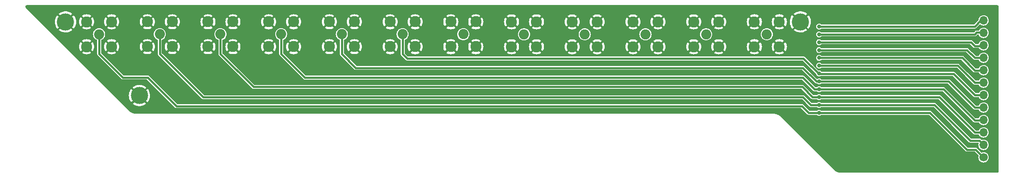
<source format=gbr>
%TF.GenerationSoftware,KiCad,Pcbnew,6.0.11+dfsg-1*%
%TF.CreationDate,2025-11-09T18:03:23+01:00*%
%TF.ProjectId,UNBProbeBase,554e4250-726f-4626-9542-6173652e6b69,0.2*%
%TF.SameCoordinates,Original*%
%TF.FileFunction,Copper,L3,Inr*%
%TF.FilePolarity,Positive*%
%FSLAX46Y46*%
G04 Gerber Fmt 4.6, Leading zero omitted, Abs format (unit mm)*
G04 Created by KiCad (PCBNEW 6.0.11+dfsg-1) date 2025-11-09 18:03:23*
%MOMM*%
%LPD*%
G01*
G04 APERTURE LIST*
%TA.AperFunction,ComponentPad*%
%ADD10C,2.050000*%
%TD*%
%TA.AperFunction,ComponentPad*%
%ADD11C,2.250000*%
%TD*%
%TA.AperFunction,ComponentPad*%
%ADD12C,1.700000*%
%TD*%
%TA.AperFunction,ComponentPad*%
%ADD13O,1.700000X1.700000*%
%TD*%
%TA.AperFunction,ComponentPad*%
%ADD14R,1.700000X1.700000*%
%TD*%
%TA.AperFunction,ComponentPad*%
%ADD15C,3.500000*%
%TD*%
%TA.AperFunction,ViaPad*%
%ADD16C,0.800000*%
%TD*%
%TA.AperFunction,Conductor*%
%ADD17C,0.400000*%
%TD*%
G04 APERTURE END LIST*
D10*
%TO.N,P2*%
%TO.C,P2*%
X76048000Y-88416000D03*
D11*
%TO.N,GND*%
X73508000Y-90956000D03*
X78588000Y-85876000D03*
X73508000Y-85876000D03*
X78588000Y-90956000D03*
%TD*%
D10*
%TO.N,P4*%
%TO.C,P4*%
X100727000Y-88421000D03*
D11*
%TO.N,GND*%
X98187000Y-85881000D03*
X103267000Y-85881000D03*
X103267000Y-90961000D03*
X98187000Y-90961000D03*
%TD*%
D10*
%TO.N,P5*%
%TO.C,P5*%
X113069000Y-88417000D03*
D11*
%TO.N,GND*%
X110529000Y-90957000D03*
X110529000Y-85877000D03*
X115609000Y-90957000D03*
X115609000Y-85877000D03*
%TD*%
D10*
%TO.N,P6*%
%TO.C,P6*%
X125418000Y-88422000D03*
D11*
%TO.N,GND*%
X127958000Y-85882000D03*
X122878000Y-85882000D03*
X122878000Y-90962000D03*
X127958000Y-90962000D03*
%TD*%
D10*
%TO.N,P7*%
%TO.C,P7*%
X137762000Y-88420000D03*
D11*
%TO.N,GND*%
X140302000Y-90960000D03*
X140302000Y-85880000D03*
X135222000Y-85880000D03*
X135222000Y-90960000D03*
%TD*%
D10*
%TO.N,P8*%
%TO.C,P8*%
X150105000Y-88433000D03*
D11*
%TO.N,GND*%
X152645000Y-90973000D03*
X152645000Y-85893000D03*
X147565000Y-90973000D03*
X147565000Y-85893000D03*
%TD*%
D10*
%TO.N,P9*%
%TO.C,P9*%
X162444000Y-88437000D03*
D11*
%TO.N,GND*%
X159904000Y-85897000D03*
X164984000Y-90977000D03*
X164984000Y-85897000D03*
X159904000Y-90977000D03*
%TD*%
D10*
%TO.N,P10*%
%TO.C,P10*%
X174796000Y-88435000D03*
D11*
%TO.N,GND*%
X177336000Y-90975000D03*
X177336000Y-85895000D03*
X172256000Y-90975000D03*
X172256000Y-85895000D03*
%TD*%
D10*
%TO.N,P12*%
%TO.C,P12*%
X199474000Y-88425000D03*
D11*
%TO.N,GND*%
X196934000Y-85885000D03*
X196934000Y-90965000D03*
X202014000Y-90965000D03*
X202014000Y-85885000D03*
%TD*%
D10*
%TO.N,P1*%
%TO.C,P1*%
X63710000Y-88428000D03*
D11*
%TO.N,GND*%
X66250000Y-85888000D03*
X61170000Y-90968000D03*
X61170000Y-85888000D03*
X66250000Y-90968000D03*
%TD*%
D10*
%TO.N,P3*%
%TO.C,P3*%
X88386000Y-88418000D03*
D11*
%TO.N,GND*%
X90926000Y-90958000D03*
X85846000Y-85878000D03*
X85846000Y-90958000D03*
X90926000Y-85878000D03*
%TD*%
D10*
%TO.N,P11*%
%TO.C,P11*%
X187131000Y-88429000D03*
D11*
%TO.N,GND*%
X189671000Y-90969000D03*
X189671000Y-85889000D03*
X184591000Y-85889000D03*
X184591000Y-90969000D03*
%TD*%
D12*
%TO.N,P1*%
%TO.C,J13*%
X243536000Y-113543000D03*
D13*
%TO.N,P2*%
X243536000Y-111003000D03*
%TO.N,P3*%
X243536000Y-108463000D03*
%TO.N,P4*%
X243536000Y-105923000D03*
%TO.N,P5*%
X243536000Y-103383000D03*
%TO.N,P6*%
X243536000Y-100843000D03*
%TO.N,P7*%
X243536000Y-98303000D03*
%TO.N,P8*%
X243536000Y-95763000D03*
%TO.N,P9*%
X243536000Y-93223000D03*
%TO.N,P10*%
X243536000Y-90683000D03*
%TO.N,P11*%
X243536000Y-88143000D03*
%TO.N,P12*%
X243536000Y-85603000D03*
%TD*%
D14*
%TO.N,GND*%
%TO.C,REF\u002A\u002A*%
X240858301Y-113543000D03*
%TD*%
D15*
%TO.N,GND*%
%TO.C,REF\u002A\u002A*%
X56887000Y-85896000D03*
%TD*%
%TO.N,GND*%
%TO.C,REF\u002A\u002A*%
X206293000Y-85896000D03*
%TD*%
%TO.N,GND*%
%TO.C,REF\u002A\u002A*%
X71911000Y-100938000D03*
%TD*%
D16*
%TO.N,P1*%
X210091000Y-104459000D03*
%TO.N,P2*%
X210091000Y-102857540D03*
%TO.N,P3*%
X210104736Y-101242350D03*
%TO.N,P4*%
X210104509Y-99641123D03*
%TO.N,P5*%
X210108282Y-98035896D03*
%TO.N,P6*%
X210102555Y-96440169D03*
%TO.N,P7*%
X210109328Y-94831942D03*
%TO.N,P8*%
X210091000Y-93248816D03*
%TO.N,P9*%
X210091000Y-91647362D03*
%TO.N,P10*%
X210091000Y-90045908D03*
%TO.N,P11*%
X210091000Y-88444454D03*
%TO.N,P12*%
X210117000Y-86853000D03*
%TO.N,GND*%
X125526178Y-98288000D03*
X126537328Y-100281000D03*
X125523672Y-102286000D03*
X127525905Y-98288000D03*
X128537911Y-100281000D03*
X127523704Y-102286000D03*
X129525632Y-98288000D03*
X129523736Y-102286000D03*
X130538494Y-100281000D03*
X131525359Y-98278000D03*
X131523768Y-102286000D03*
X132539077Y-100281000D03*
X133523800Y-102286000D03*
X133525086Y-98288000D03*
X134539660Y-100281000D03*
X136540243Y-100281000D03*
X135523832Y-102286000D03*
X135524813Y-98288000D03*
X137523864Y-102286000D03*
X138540826Y-100281000D03*
X137524540Y-98288000D03*
X139524267Y-98288000D03*
X139523896Y-102286000D03*
X140541409Y-100281000D03*
X136526913Y-96273000D03*
X126526498Y-96273000D03*
X134526830Y-96273000D03*
X130526664Y-96273000D03*
X124526415Y-96273000D03*
X128526581Y-96273000D03*
X122526332Y-96273000D03*
X132526747Y-96273000D03*
X138527000Y-96273000D03*
X120526249Y-96273000D03*
X114526000Y-96273000D03*
X116526083Y-96273000D03*
X118526166Y-96273000D03*
X105536257Y-98283000D03*
X111531028Y-98283000D03*
X119526997Y-98288000D03*
X107534514Y-98283000D03*
X109532771Y-98283000D03*
X113529285Y-98283000D03*
X115527543Y-98283000D03*
X121526724Y-98288000D03*
X117527270Y-98288000D03*
X122536162Y-100281000D03*
X116534413Y-100281000D03*
X106532799Y-100278000D03*
X112533570Y-100278000D03*
X110533313Y-100278000D03*
X108533056Y-100278000D03*
X118534996Y-100281000D03*
X120535579Y-100281000D03*
X114533830Y-100278000D03*
X143523960Y-102286000D03*
X145524000Y-102286000D03*
X141523928Y-102286000D03*
X142542000Y-100281000D03*
X117523544Y-102286000D03*
X105523352Y-102286000D03*
X107523384Y-102286000D03*
X103523320Y-102286000D03*
X121523608Y-102286000D03*
X111523448Y-102286000D03*
X113523480Y-102286000D03*
X101523288Y-102286000D03*
X109523416Y-102286000D03*
X99523256Y-102286000D03*
X115523512Y-102286000D03*
X119523576Y-102286000D03*
X85523032Y-102286000D03*
X95523192Y-102286000D03*
X91523128Y-102286000D03*
X87523064Y-102286000D03*
X97523224Y-102286000D03*
X93523160Y-102286000D03*
X89523096Y-102286000D03*
X83523000Y-102286000D03*
X100532028Y-100278000D03*
X102532285Y-100278000D03*
X98531771Y-100278000D03*
X96531514Y-100278000D03*
X104532542Y-100278000D03*
X94531257Y-100278000D03*
X147532500Y-96273000D03*
X151538000Y-96273000D03*
X143527000Y-96273000D03*
X145529750Y-96273000D03*
X149535250Y-96273000D03*
X152540250Y-98288000D03*
X146541000Y-98288000D03*
X148540750Y-98288000D03*
X154540000Y-98288000D03*
X150540500Y-98288000D03*
X153539250Y-100281000D03*
X151539500Y-100281000D03*
X147540000Y-100281000D03*
X149539750Y-100281000D03*
X155539000Y-100281000D03*
X152541678Y-102286000D03*
X154541356Y-102286000D03*
X156541034Y-102286000D03*
X158540712Y-102286000D03*
X150542000Y-102286000D03*
X155539000Y-96273000D03*
X157533750Y-96273000D03*
X163518000Y-96273000D03*
X161523250Y-96273000D03*
X159528500Y-96273000D03*
X158541000Y-98288000D03*
X166528000Y-98288000D03*
X162534500Y-98288000D03*
X160537750Y-98288000D03*
X164531250Y-98288000D03*
X163518000Y-100281000D03*
X165528000Y-100281000D03*
X167532000Y-100281000D03*
X159530000Y-100281000D03*
X161520000Y-100281000D03*
X164539746Y-102286000D03*
X162540068Y-102286000D03*
X168539102Y-102286000D03*
X160540390Y-102286000D03*
X166539424Y-102286000D03*
X167532000Y-96273000D03*
X175531000Y-96273000D03*
X169531750Y-96273000D03*
X171531500Y-96273000D03*
X173531250Y-96273000D03*
X170533000Y-98288000D03*
X176531941Y-98288000D03*
X174532294Y-98288000D03*
X172532647Y-98288000D03*
X173521000Y-100281000D03*
X171523000Y-100281000D03*
X177535000Y-100281000D03*
X169533000Y-100281000D03*
X175531000Y-100281000D03*
X176537814Y-102286000D03*
X174538136Y-102286000D03*
X172538458Y-102286000D03*
X178537492Y-102286000D03*
X170538780Y-102286000D03*
X178535000Y-94270000D03*
X180536500Y-94270000D03*
X182538000Y-94270000D03*
X184539500Y-94270000D03*
X186541000Y-94270000D03*
X242503782Y-116006000D03*
X234370926Y-116006000D03*
X232337712Y-116006000D03*
X236404140Y-116006000D03*
X240470568Y-116006000D03*
X230304498Y-116006000D03*
X244537000Y-116006000D03*
X228271284Y-116006000D03*
X238437354Y-116006000D03*
X226238070Y-116006000D03*
X67498000Y-100708000D03*
X63188000Y-96374000D03*
X66063000Y-99255000D03*
X64628000Y-97835000D03*
X103037100Y-83148000D03*
X155902484Y-83148000D03*
X239267128Y-83148000D03*
X199534000Y-100281000D03*
X156535000Y-94270000D03*
X168525500Y-94270000D03*
X227067424Y-83148000D03*
X60322000Y-93511000D03*
X178531588Y-98288000D03*
X131409801Y-103981000D03*
X198528058Y-98288000D03*
X220967572Y-83148000D03*
X52205000Y-83148000D03*
X154540000Y-94270000D03*
X200541000Y-103981000D03*
X129469792Y-83148000D03*
X74478269Y-103981000D03*
X190529470Y-98288000D03*
X68471272Y-83148000D03*
X188341333Y-103981000D03*
X139636212Y-83148000D03*
X245987000Y-109120592D03*
X196528411Y-98288000D03*
X135476339Y-103981000D03*
X143609415Y-103981000D03*
X203879000Y-105782000D03*
X201532326Y-96273000D03*
X54238284Y-83148000D03*
X107103668Y-83148000D03*
X84737544Y-83148000D03*
X133536360Y-83148000D03*
X214867720Y-83148000D03*
X184536526Y-102286000D03*
X151835916Y-83148000D03*
X194534916Y-102286000D03*
X123523640Y-102286000D03*
X200634732Y-83148000D03*
X80670976Y-83148000D03*
X141524000Y-98288000D03*
X149802632Y-83148000D03*
X184530529Y-98288000D03*
X109043842Y-103981000D03*
X186530176Y-98288000D03*
X131503076Y-83148000D03*
X180531235Y-98288000D03*
X76604408Y-83148000D03*
X123369940Y-83148000D03*
X145642684Y-103981000D03*
X241300412Y-83148000D03*
X192535238Y-102286000D03*
X186308064Y-103981000D03*
X201527000Y-100281000D03*
X179525000Y-100281000D03*
X121336656Y-83148000D03*
X202532000Y-94270000D03*
X60338136Y-83148000D03*
X181528000Y-100281000D03*
X113203520Y-83148000D03*
X245987000Y-98953262D03*
X57447000Y-90630000D03*
X170041912Y-103981000D03*
X172520500Y-94270000D03*
X209620000Y-111509000D03*
X141669496Y-83148000D03*
X179525000Y-96273000D03*
X188435028Y-83148000D03*
X123526451Y-98288000D03*
X170135472Y-83148000D03*
X147675953Y-103981000D03*
X185530000Y-100281000D03*
X245987000Y-90819398D03*
X224204856Y-116006000D03*
X245987000Y-86752466D03*
X220138428Y-116006000D03*
X159875567Y-103981000D03*
X137602928Y-83148000D03*
X245987000Y-115221000D03*
X186536204Y-102286000D03*
X125309994Y-103981000D03*
X115236804Y-83148000D03*
X153869200Y-83148000D03*
X202389000Y-104399000D03*
X162002336Y-83148000D03*
X245987000Y-88785932D03*
X129520332Y-94270000D03*
X86677883Y-103981000D03*
X172168756Y-83148000D03*
X82611345Y-103981000D03*
X92870680Y-83148000D03*
X198534272Y-102286000D03*
X208180000Y-110083000D03*
X190535560Y-102286000D03*
X88804112Y-83148000D03*
X222171642Y-116006000D03*
X194441140Y-103981000D03*
X178174988Y-103981000D03*
X163942105Y-103981000D03*
X72445000Y-103981000D03*
X196534594Y-102286000D03*
X197530994Y-96273000D03*
X223000856Y-83148000D03*
X182241526Y-103981000D03*
X194529332Y-94270000D03*
X218105214Y-116006000D03*
X233167276Y-83148000D03*
X166528000Y-94270000D03*
X192528666Y-94270000D03*
X184368460Y-83148000D03*
X139542877Y-103981000D03*
X183526332Y-96273000D03*
X78544807Y-103981000D03*
X211070000Y-112969000D03*
X193531000Y-100281000D03*
X127343263Y-103981000D03*
X145736064Y-83148000D03*
X176235324Y-83148000D03*
X98970532Y-83148000D03*
X182530882Y-98288000D03*
X245367000Y-83148000D03*
X90837396Y-83148000D03*
X111170236Y-83148000D03*
X133521664Y-94270000D03*
X180208257Y-103981000D03*
X53129000Y-86331000D03*
X94903964Y-83148000D03*
X245987000Y-100986728D03*
X186401744Y-83148000D03*
X158530000Y-94270000D03*
X58304852Y-83148000D03*
X243333696Y-83148000D03*
X123276725Y-103981000D03*
X166068904Y-83148000D03*
X135522330Y-94270000D03*
X188529823Y-98288000D03*
X196568164Y-83148000D03*
X64404704Y-83148000D03*
X62371420Y-83148000D03*
X137509608Y-103981000D03*
X133443070Y-103981000D03*
X213987000Y-115833000D03*
X216072000Y-116006000D03*
X58887000Y-92091000D03*
X181525666Y-96273000D03*
X162520000Y-94270000D03*
X103538000Y-98283000D03*
X200533950Y-102286000D03*
X150542000Y-94270000D03*
X161908836Y-103981000D03*
X74571124Y-83148000D03*
X149709222Y-103981000D03*
X143702780Y-83148000D03*
X119303372Y-83148000D03*
X187530000Y-100281000D03*
X198530664Y-94270000D03*
X68946000Y-102158000D03*
X180301892Y-83148000D03*
X212834436Y-83148000D03*
X200531330Y-94270000D03*
X190468312Y-83148000D03*
X174518000Y-94270000D03*
X199531660Y-96273000D03*
X191529000Y-100281000D03*
X204527000Y-98288000D03*
X72537840Y-83148000D03*
X56271568Y-83148000D03*
X157935768Y-83148000D03*
X202668016Y-83148000D03*
X104977304Y-103981000D03*
X210801152Y-83148000D03*
X196529998Y-94270000D03*
X190374602Y-103981000D03*
X135569644Y-83148000D03*
X235200560Y-83148000D03*
X187527664Y-96273000D03*
X113110380Y-103981000D03*
X190528000Y-94270000D03*
X225034140Y-83148000D03*
X182335176Y-83148000D03*
X178268608Y-83148000D03*
X102944035Y-103981000D03*
X82704260Y-83148000D03*
X86770828Y-83148000D03*
X203531000Y-100281000D03*
X203533000Y-96273000D03*
X146542000Y-94270000D03*
X151742491Y-103981000D03*
X148542000Y-94270000D03*
X194534880Y-83148000D03*
X101003816Y-83148000D03*
X245987000Y-103020194D03*
X100910766Y-103981000D03*
X141576146Y-103981000D03*
X194528764Y-98288000D03*
X70504556Y-83148000D03*
X245987000Y-107087126D03*
X157842298Y-103981000D03*
X237233844Y-83148000D03*
X197534000Y-100281000D03*
X92531000Y-100278000D03*
X160525000Y-94270000D03*
X206734584Y-83148000D03*
X245987000Y-94886330D03*
X164035620Y-83148000D03*
X131520998Y-94270000D03*
X245987000Y-105053660D03*
X245987000Y-113187524D03*
X198507678Y-103981000D03*
X84644614Y-103981000D03*
X245987000Y-111154058D03*
X165975374Y-103981000D03*
X204533306Y-102286000D03*
X124536745Y-100281000D03*
X78637692Y-83148000D03*
X193529662Y-96273000D03*
X94810959Y-103981000D03*
X212503000Y-114411000D03*
X205528000Y-100281000D03*
X189528000Y-100281000D03*
X231133992Y-83148000D03*
X188535882Y-102286000D03*
X185526998Y-96273000D03*
X245987000Y-92852864D03*
X200527705Y-98288000D03*
X159969052Y-83148000D03*
X127436508Y-83148000D03*
X245987000Y-96919796D03*
X155809029Y-103981000D03*
X105070384Y-83148000D03*
X96937248Y-83148000D03*
X229100708Y-83148000D03*
X245987000Y-84719000D03*
X54564000Y-87751000D03*
X125519000Y-94270000D03*
X172075181Y-103981000D03*
X76511538Y-103981000D03*
X117270088Y-83148000D03*
X195529000Y-100281000D03*
X192407871Y-103981000D03*
X183527000Y-100281000D03*
X195530328Y-96273000D03*
X119210187Y-103981000D03*
X206746000Y-108640000D03*
X174202040Y-83148000D03*
X170523000Y-94270000D03*
X121243456Y-103981000D03*
X206533000Y-102286000D03*
X208767868Y-83148000D03*
X202533628Y-102286000D03*
X189528330Y-96273000D03*
X205310000Y-107209000D03*
X168008643Y-103981000D03*
X168102188Y-83148000D03*
X218934288Y-83148000D03*
X176141719Y-103981000D03*
X184274795Y-103981000D03*
X96844228Y-103981000D03*
X144542000Y-94270000D03*
X115143649Y-103981000D03*
X191528996Y-96273000D03*
X107010573Y-103981000D03*
X117176918Y-103981000D03*
X147769348Y-83148000D03*
X55999000Y-89204000D03*
X125403224Y-83148000D03*
X70419000Y-103627000D03*
X192501596Y-83148000D03*
X98877497Y-103981000D03*
X50379000Y-83246000D03*
X61757000Y-94964000D03*
X202527352Y-98288000D03*
X182536848Y-102286000D03*
X137523000Y-94270000D03*
X180537170Y-102286000D03*
X127519666Y-94270000D03*
X174108450Y-103981000D03*
X109136952Y-83148000D03*
X142542000Y-94270000D03*
X51689000Y-84870000D03*
X192529117Y-98288000D03*
X216901004Y-83148000D03*
X153775760Y-103981000D03*
X88711152Y-103981000D03*
X129376532Y-103981000D03*
X90744421Y-103981000D03*
X92777690Y-103981000D03*
X111077111Y-103981000D03*
X204701300Y-83148000D03*
X198601448Y-83148000D03*
X66437988Y-83148000D03*
X80578076Y-103981000D03*
X196474409Y-103981000D03*
%TD*%
D17*
%TO.N,P1*%
X210091000Y-104459000D02*
X232608000Y-104459000D01*
X63710000Y-88428000D02*
X63710000Y-92416000D01*
X63710000Y-92416000D02*
X68537000Y-97243000D01*
X207989000Y-104459000D02*
X210091000Y-104459000D01*
X241937000Y-111975000D02*
X243539000Y-113577000D01*
X79447000Y-103088000D02*
X206618000Y-103088000D01*
X206618000Y-103088000D02*
X207989000Y-104459000D01*
X73602000Y-97243000D02*
X79447000Y-103088000D01*
X68537000Y-97243000D02*
X73602000Y-97243000D01*
X232608000Y-104459000D02*
X240124000Y-111975000D01*
X240124000Y-111975000D02*
X241937000Y-111975000D01*
%TO.N,P2*%
X76048000Y-88416000D02*
X76048000Y-92456000D01*
X233572540Y-102857540D02*
X240843000Y-110128000D01*
X210091000Y-102857540D02*
X233572540Y-102857540D01*
X240843000Y-110128000D02*
X242682000Y-110128000D01*
X206832000Y-101281000D02*
X208408540Y-102857540D01*
X242682000Y-110128000D02*
X243539000Y-110985000D01*
X208408540Y-102857540D02*
X210091000Y-102857540D01*
X76048000Y-92456000D02*
X84873000Y-101281000D01*
X84873000Y-101281000D02*
X206832000Y-101281000D01*
%TO.N,P3*%
X210118472Y-101256086D02*
X210104736Y-101242350D01*
X208765350Y-101242350D02*
X210104736Y-101242350D01*
X95097000Y-99176000D02*
X206699000Y-99176000D01*
X88386000Y-88418000D02*
X88386000Y-92465000D01*
X241779000Y-108475000D02*
X234560086Y-101256086D01*
X88386000Y-92465000D02*
X95097000Y-99176000D01*
X206699000Y-99176000D02*
X208765350Y-101242350D01*
X234560086Y-101256086D02*
X210118472Y-101256086D01*
X243495000Y-108475000D02*
X241779000Y-108475000D01*
%TO.N,P4*%
X210096368Y-99660000D02*
X235397000Y-99660000D01*
X100727000Y-92458000D02*
X105549000Y-97280000D01*
X105549000Y-97280000D02*
X206805000Y-97280000D01*
X209166123Y-99641123D02*
X210104509Y-99641123D01*
X206805000Y-97280000D02*
X209166123Y-99641123D01*
X241726000Y-105989000D02*
X243517000Y-105989000D01*
X235397000Y-99660000D02*
X241726000Y-105989000D01*
X100727000Y-88421000D02*
X100727000Y-92458000D01*
%TO.N,P5*%
X243539000Y-103390000D02*
X241771000Y-103390000D01*
X236434178Y-98053178D02*
X210125564Y-98053178D01*
X206805000Y-95282000D02*
X209558896Y-98035896D01*
X113069000Y-88417000D02*
X113069000Y-92464000D01*
X115887000Y-95282000D02*
X206805000Y-95282000D01*
X113069000Y-92464000D02*
X115887000Y-95282000D01*
X209558896Y-98035896D02*
X210108282Y-98035896D01*
X210125564Y-98053178D02*
X210108282Y-98035896D01*
X241771000Y-103390000D02*
X236434178Y-98053178D01*
%TO.N,P6*%
X125418000Y-88422000D02*
X125418000Y-92466000D01*
X243583000Y-100823000D02*
X241755000Y-100823000D01*
X241755000Y-100823000D02*
X237429000Y-96497000D01*
X237429000Y-96497000D02*
X210159386Y-96497000D01*
X126330000Y-93378000D02*
X206924000Y-93378000D01*
X210159386Y-96497000D02*
X210102555Y-96440169D01*
X125418000Y-92466000D02*
X126330000Y-93378000D01*
X206924000Y-93378000D02*
X209986169Y-96440169D01*
X209986169Y-96440169D02*
X210102555Y-96440169D01*
%TO.N,P7*%
X238317270Y-94850270D02*
X210127656Y-94850270D01*
X210127656Y-94850270D02*
X210109328Y-94831942D01*
X243583000Y-98301000D02*
X241768000Y-98301000D01*
X241768000Y-98301000D02*
X238317270Y-94850270D01*
%TO.N,P8*%
X210091000Y-93248816D02*
X239234816Y-93248816D01*
X241787000Y-95801000D02*
X243561000Y-95801000D01*
X239234816Y-93248816D02*
X241787000Y-95801000D01*
%TO.N,P9*%
X210091000Y-91647362D02*
X240180362Y-91647362D01*
X241768000Y-93235000D02*
X243495000Y-93235000D01*
X240180362Y-91647362D02*
X241768000Y-93235000D01*
%TO.N,P10*%
X240975908Y-90045908D02*
X241744000Y-90814000D01*
X241744000Y-90814000D02*
X243504000Y-90814000D01*
X243504000Y-90814000D02*
X243517000Y-90801000D01*
X210091000Y-90045908D02*
X240975908Y-90045908D01*
%TO.N,P11*%
X210091000Y-88444454D02*
X241747546Y-88444454D01*
X242128000Y-88064000D02*
X243588000Y-88064000D01*
X241747546Y-88444454D02*
X242128000Y-88064000D01*
%TO.N,P12*%
X210117000Y-86853000D02*
X241725000Y-86853000D01*
X242976000Y-85602000D02*
X243583000Y-85602000D01*
X241725000Y-86853000D02*
X242976000Y-85602000D01*
%TD*%
%TA.AperFunction,Conductor*%
%TO.N,GND*%
G36*
X246304271Y-82494431D02*
G01*
X246307395Y-82494508D01*
X246319201Y-82494798D01*
X246324020Y-82495034D01*
X246335230Y-82495860D01*
X246340066Y-82496337D01*
X246351229Y-82497715D01*
X246356018Y-82498425D01*
X246367089Y-82500346D01*
X246371845Y-82501292D01*
X246382819Y-82503757D01*
X246387529Y-82504937D01*
X246398372Y-82507938D01*
X246403017Y-82509347D01*
X246413643Y-82512857D01*
X246418218Y-82514494D01*
X246428713Y-82518542D01*
X246433213Y-82520406D01*
X246443473Y-82524955D01*
X246447856Y-82527028D01*
X246457889Y-82532078D01*
X246462175Y-82534369D01*
X246471953Y-82539908D01*
X246476118Y-82542404D01*
X246485613Y-82548416D01*
X246489658Y-82551119D01*
X246498833Y-82557581D01*
X246502712Y-82560458D01*
X246511597Y-82567391D01*
X246515338Y-82570461D01*
X246523870Y-82577822D01*
X246527424Y-82581043D01*
X246535589Y-82588816D01*
X246539005Y-82592232D01*
X246546771Y-82600389D01*
X246550029Y-82603984D01*
X246557369Y-82612494D01*
X246560439Y-82616235D01*
X246567368Y-82625113D01*
X246570234Y-82628976D01*
X246573461Y-82633558D01*
X246576724Y-82638192D01*
X246579416Y-82642222D01*
X246585424Y-82651709D01*
X246587924Y-82655880D01*
X246593442Y-82665621D01*
X246595733Y-82669908D01*
X246600801Y-82679977D01*
X246602878Y-82684368D01*
X246607425Y-82694626D01*
X246609284Y-82699113D01*
X246613326Y-82709591D01*
X246614963Y-82714167D01*
X246618486Y-82724831D01*
X246619897Y-82729482D01*
X246622892Y-82740305D01*
X246624072Y-82745015D01*
X246626534Y-82755977D01*
X246627482Y-82760742D01*
X246628437Y-82766243D01*
X246629400Y-82771796D01*
X246630112Y-82776600D01*
X246631488Y-82787755D01*
X246631964Y-82792585D01*
X246632424Y-82798822D01*
X246632793Y-82803819D01*
X246633031Y-82808671D01*
X246633396Y-82823536D01*
X246633426Y-82825966D01*
X246633426Y-116363182D01*
X246633396Y-116365615D01*
X246633030Y-116380506D01*
X246632791Y-116385360D01*
X246631961Y-116396605D01*
X246631486Y-116401432D01*
X246630116Y-116412544D01*
X246629404Y-116417346D01*
X246627483Y-116428423D01*
X246626539Y-116433169D01*
X246624071Y-116444161D01*
X246622893Y-116448861D01*
X246619901Y-116459675D01*
X246618488Y-116464334D01*
X246614963Y-116475003D01*
X246613326Y-116479578D01*
X246609286Y-116490050D01*
X246607428Y-116494535D01*
X246602874Y-116504809D01*
X246600797Y-116509201D01*
X246595742Y-116519244D01*
X246593456Y-116523521D01*
X246587922Y-116533290D01*
X246585427Y-116537453D01*
X246579401Y-116546970D01*
X246576723Y-116550979D01*
X246570231Y-116560197D01*
X246567355Y-116564073D01*
X246560434Y-116572940D01*
X246557358Y-116576688D01*
X246550034Y-116585179D01*
X246546768Y-116588783D01*
X246539011Y-116596930D01*
X246535584Y-116600357D01*
X246527454Y-116608099D01*
X246523871Y-116611347D01*
X246515349Y-116618698D01*
X246511613Y-116621764D01*
X246502727Y-116628699D01*
X246498846Y-116631577D01*
X246489632Y-116638067D01*
X246485590Y-116640767D01*
X246476119Y-116646765D01*
X246471965Y-116649255D01*
X246462157Y-116654811D01*
X246457913Y-116657079D01*
X246449097Y-116661517D01*
X246447873Y-116662133D01*
X246443484Y-116664209D01*
X246438256Y-116666527D01*
X246433191Y-116668771D01*
X246428708Y-116670628D01*
X246418221Y-116674673D01*
X246413654Y-116676307D01*
X246408076Y-116678150D01*
X246403000Y-116679827D01*
X246398372Y-116681232D01*
X246387519Y-116684235D01*
X246382824Y-116685411D01*
X246376649Y-116686798D01*
X246371854Y-116687875D01*
X246367097Y-116688821D01*
X246356003Y-116690746D01*
X246351221Y-116691455D01*
X246340057Y-116692832D01*
X246335257Y-116693305D01*
X246328601Y-116693796D01*
X246324007Y-116694135D01*
X246319152Y-116694373D01*
X246304303Y-116694737D01*
X246301877Y-116694767D01*
X214573680Y-116694767D01*
X214571254Y-116694737D01*
X214478662Y-116692467D01*
X214473815Y-116692229D01*
X214421590Y-116688382D01*
X214385129Y-116685696D01*
X214380332Y-116685224D01*
X214292062Y-116674350D01*
X214287274Y-116673641D01*
X214227185Y-116663228D01*
X214199649Y-116658456D01*
X214194891Y-116657511D01*
X214108106Y-116638049D01*
X214103398Y-116636871D01*
X214043376Y-116620283D01*
X214017698Y-116613187D01*
X214013084Y-116611789D01*
X213936083Y-116586386D01*
X213928613Y-116583922D01*
X213924043Y-116582289D01*
X213841052Y-116550320D01*
X213836569Y-116548465D01*
X213755238Y-116512466D01*
X213750871Y-116510404D01*
X213685036Y-116477314D01*
X213671434Y-116470477D01*
X213667154Y-116468193D01*
X213589717Y-116424393D01*
X213585553Y-116421901D01*
X213510374Y-116374370D01*
X213506384Y-116371708D01*
X213433631Y-116320554D01*
X213429730Y-116317666D01*
X213359570Y-116263006D01*
X213355817Y-116259931D01*
X213288424Y-116201904D01*
X213284824Y-116198647D01*
X213217701Y-116134862D01*
X213215963Y-116133170D01*
X211677721Y-114597980D01*
X202395648Y-105334324D01*
X202395289Y-105333933D01*
X202393978Y-105331954D01*
X202380088Y-105318754D01*
X202378364Y-105317075D01*
X202377371Y-105316084D01*
X202364986Y-105303724D01*
X202362982Y-105302468D01*
X202362583Y-105302120D01*
X202316760Y-105258576D01*
X202315003Y-105256797D01*
X202312331Y-105253162D01*
X202300635Y-105243091D01*
X202297051Y-105239848D01*
X202290004Y-105233152D01*
X202290002Y-105233150D01*
X202285971Y-105229320D01*
X202282092Y-105227018D01*
X202280109Y-105225416D01*
X202231622Y-105183666D01*
X202229769Y-105181964D01*
X202226920Y-105178463D01*
X202214726Y-105168963D01*
X202210988Y-105165900D01*
X202210850Y-105165781D01*
X202199425Y-105155944D01*
X202195437Y-105153835D01*
X202193385Y-105152338D01*
X202142896Y-105113005D01*
X202140971Y-105111404D01*
X202137951Y-105108042D01*
X202133368Y-105104819D01*
X202133365Y-105104817D01*
X202125314Y-105099156D01*
X202121417Y-105096271D01*
X202113768Y-105090312D01*
X202113767Y-105090311D01*
X202109383Y-105086896D01*
X202105298Y-105084985D01*
X202103185Y-105083597D01*
X202050818Y-105046776D01*
X202048816Y-105045271D01*
X202045638Y-105042064D01*
X202032584Y-105033811D01*
X202028558Y-105031125D01*
X202020611Y-105025537D01*
X202016070Y-105022344D01*
X202011897Y-105020636D01*
X202009708Y-105019347D01*
X201955610Y-104985144D01*
X201953536Y-104983737D01*
X201950203Y-104980690D01*
X201936725Y-104973067D01*
X201932613Y-104970605D01*
X201919702Y-104962442D01*
X201915446Y-104960939D01*
X201913217Y-104959770D01*
X201857475Y-104928240D01*
X201855351Y-104926947D01*
X201851872Y-104924065D01*
X201846867Y-104921549D01*
X201846865Y-104921548D01*
X201838080Y-104917132D01*
X201833828Y-104914864D01*
X201820517Y-104907335D01*
X201816192Y-104906042D01*
X201813881Y-104904970D01*
X201776364Y-104886114D01*
X201756705Y-104876233D01*
X201754504Y-104875037D01*
X201750890Y-104872331D01*
X201745769Y-104870064D01*
X201745767Y-104870063D01*
X201736772Y-104866081D01*
X201732391Y-104864012D01*
X201723708Y-104859648D01*
X201723705Y-104859647D01*
X201718747Y-104857155D01*
X201714371Y-104856077D01*
X201712010Y-104855120D01*
X201653492Y-104829218D01*
X201651234Y-104828131D01*
X201647489Y-104825603D01*
X201633064Y-104820047D01*
X201628600Y-104818200D01*
X201619731Y-104814274D01*
X201614646Y-104812023D01*
X201610212Y-104811159D01*
X201607846Y-104810332D01*
X201548098Y-104787317D01*
X201545791Y-104786342D01*
X201541924Y-104784000D01*
X201533448Y-104781203D01*
X201527250Y-104779158D01*
X201522691Y-104777529D01*
X201513638Y-104774042D01*
X201513632Y-104774040D01*
X201508454Y-104772046D01*
X201503996Y-104771402D01*
X201501557Y-104770682D01*
X201440782Y-104750633D01*
X201438424Y-104749770D01*
X201434448Y-104747621D01*
X201419542Y-104743502D01*
X201414927Y-104742103D01*
X201405715Y-104739064D01*
X201405713Y-104739063D01*
X201400431Y-104737321D01*
X201395937Y-104736896D01*
X201393496Y-104736304D01*
X201331789Y-104719250D01*
X201329395Y-104718505D01*
X201325318Y-104716552D01*
X201319853Y-104715326D01*
X201319849Y-104715325D01*
X201310229Y-104713168D01*
X201305537Y-104711994D01*
X201299015Y-104710192D01*
X201296194Y-104709412D01*
X201296192Y-104709412D01*
X201290838Y-104707932D01*
X201286331Y-104707728D01*
X201283860Y-104707255D01*
X201221365Y-104693239D01*
X201218959Y-104692618D01*
X201214794Y-104690869D01*
X201199583Y-104688233D01*
X201194835Y-104687289D01*
X201185357Y-104685164D01*
X201185356Y-104685164D01*
X201179934Y-104683948D01*
X201175418Y-104683964D01*
X201172916Y-104683612D01*
X201109822Y-104672679D01*
X201107397Y-104672178D01*
X201103147Y-104670633D01*
X201097589Y-104669949D01*
X201097587Y-104669948D01*
X201090014Y-104669016D01*
X201087821Y-104668746D01*
X201083013Y-104668033D01*
X201073464Y-104666378D01*
X201073463Y-104666378D01*
X201067988Y-104665429D01*
X201063482Y-104665667D01*
X201060962Y-104665437D01*
X201025188Y-104661030D01*
X200997440Y-104657612D01*
X200994953Y-104657225D01*
X200990642Y-104655893D01*
X200985066Y-104655482D01*
X200985064Y-104655482D01*
X200980511Y-104655147D01*
X200975234Y-104654758D01*
X200970437Y-104654286D01*
X200955271Y-104652418D01*
X200950783Y-104652876D01*
X200948240Y-104652769D01*
X200884422Y-104648067D01*
X200881922Y-104647802D01*
X200877551Y-104646684D01*
X200866907Y-104646423D01*
X200862116Y-104646305D01*
X200857295Y-104646069D01*
X200842050Y-104644946D01*
X200837587Y-104645624D01*
X200835053Y-104645642D01*
X200809652Y-104645019D01*
X200771905Y-104644093D01*
X200771373Y-104644056D01*
X200769063Y-104643525D01*
X200749948Y-104643525D01*
X200747521Y-104643495D01*
X200733993Y-104643163D01*
X200733990Y-104643163D01*
X200728601Y-104643031D01*
X200726276Y-104643502D01*
X200725746Y-104643525D01*
X71196818Y-104643525D01*
X71194388Y-104643495D01*
X71101723Y-104641220D01*
X71096871Y-104640982D01*
X71081734Y-104639865D01*
X71008018Y-104634426D01*
X71003203Y-104633951D01*
X70951310Y-104627550D01*
X70914843Y-104623052D01*
X70910036Y-104622339D01*
X70822288Y-104607111D01*
X70817522Y-104606163D01*
X70771057Y-104595728D01*
X70730634Y-104586649D01*
X70725924Y-104585468D01*
X70640087Y-104561709D01*
X70635438Y-104560299D01*
X70550882Y-104532362D01*
X70546305Y-104530724D01*
X70504773Y-104514701D01*
X70463234Y-104498675D01*
X70458760Y-104496821D01*
X70377331Y-104460720D01*
X70372938Y-104458642D01*
X70293402Y-104418600D01*
X70289117Y-104416309D01*
X70211638Y-104372410D01*
X70207469Y-104369911D01*
X70132245Y-104322267D01*
X70128205Y-104319567D01*
X70055383Y-104268270D01*
X70051479Y-104265374D01*
X70017515Y-104238863D01*
X69981287Y-104210584D01*
X69977540Y-104207508D01*
X69910118Y-104149335D01*
X69906519Y-104146072D01*
X69839354Y-104082112D01*
X69837614Y-104080414D01*
X69825565Y-104068362D01*
X68351495Y-102593943D01*
X70543729Y-102593943D01*
X70544183Y-102596814D01*
X70546379Y-102599569D01*
X70641715Y-102679282D01*
X70647172Y-102683247D01*
X70889781Y-102835435D01*
X70895717Y-102838619D01*
X71156750Y-102956479D01*
X71163048Y-102958822D01*
X71437669Y-103040168D01*
X71444222Y-103041633D01*
X71727338Y-103084956D01*
X71734044Y-103085519D01*
X72020422Y-103090018D01*
X72027126Y-103089667D01*
X72311467Y-103055258D01*
X72318066Y-103053999D01*
X72595110Y-102981318D01*
X72601476Y-102979175D01*
X72866090Y-102869568D01*
X72872107Y-102866581D01*
X73119387Y-102722082D01*
X73124955Y-102718298D01*
X73271520Y-102603377D01*
X73278958Y-102592307D01*
X73278882Y-102590232D01*
X73276224Y-102586067D01*
X71922086Y-101231929D01*
X71910203Y-101225875D01*
X71905172Y-101226671D01*
X70549783Y-102582060D01*
X70543729Y-102593943D01*
X68351495Y-102593943D01*
X66676751Y-100918802D01*
X69756288Y-100918802D01*
X69772775Y-101204736D01*
X69773617Y-101211399D01*
X69828757Y-101492448D01*
X69830502Y-101498959D01*
X69923271Y-101769916D01*
X69925876Y-101776114D01*
X70054563Y-102031979D01*
X70057994Y-102037782D01*
X70220212Y-102273809D01*
X70224387Y-102279078D01*
X70243702Y-102300304D01*
X70255289Y-102306913D01*
X70259278Y-102306473D01*
X70260594Y-102305563D01*
X71617071Y-100949086D01*
X71622313Y-100938797D01*
X72198875Y-100938797D01*
X72199671Y-100943828D01*
X73557695Y-102301852D01*
X73569578Y-102307906D01*
X73570799Y-102307713D01*
X73575641Y-102303599D01*
X73728552Y-102095436D01*
X73732154Y-102089761D01*
X73868817Y-101838058D01*
X73871618Y-101831940D01*
X73972856Y-101564020D01*
X73974798Y-101557585D01*
X74038739Y-101278410D01*
X74039792Y-101271760D01*
X74065379Y-100985062D01*
X74065571Y-100981200D01*
X74066004Y-100939937D01*
X74065892Y-100936066D01*
X74046314Y-100648895D01*
X74045400Y-100642224D01*
X73987321Y-100361767D01*
X73985516Y-100355302D01*
X73889907Y-100085312D01*
X73887236Y-100079139D01*
X73755882Y-99824643D01*
X73752390Y-99818877D01*
X73587700Y-99584547D01*
X73583479Y-99579336D01*
X73579235Y-99574768D01*
X73567581Y-99568282D01*
X73563321Y-99568797D01*
X73562406Y-99569437D01*
X72204929Y-100926914D01*
X72198875Y-100938797D01*
X71622313Y-100938797D01*
X71623125Y-100937203D01*
X71622329Y-100932172D01*
X70263543Y-99573386D01*
X70251660Y-99567332D01*
X70247950Y-99567919D01*
X70081434Y-99799653D01*
X70077882Y-99805381D01*
X69943868Y-100058489D01*
X69941127Y-100064646D01*
X69842702Y-100333601D01*
X69840827Y-100340056D01*
X69779810Y-100619904D01*
X69778830Y-100626541D01*
X69756359Y-100912069D01*
X69756288Y-100918802D01*
X66676751Y-100918802D01*
X65042331Y-99283995D01*
X70543408Y-99283995D01*
X70543519Y-99286345D01*
X70545944Y-99290101D01*
X71899914Y-100644071D01*
X71911797Y-100650125D01*
X71916828Y-100649329D01*
X73272234Y-99293923D01*
X73278288Y-99282040D01*
X73277877Y-99279442D01*
X73275371Y-99276331D01*
X73161978Y-99183518D01*
X73156483Y-99179614D01*
X72912289Y-99029972D01*
X72906332Y-99026857D01*
X72644071Y-98911732D01*
X72637744Y-98909455D01*
X72362307Y-98830994D01*
X72355708Y-98829592D01*
X72072174Y-98789239D01*
X72065458Y-98788745D01*
X71779045Y-98787246D01*
X71772351Y-98787667D01*
X71488395Y-98825051D01*
X71481782Y-98826384D01*
X71205540Y-98901955D01*
X71199180Y-98904170D01*
X70935739Y-99016538D01*
X70929748Y-99019591D01*
X70683995Y-99166671D01*
X70678467Y-99170513D01*
X70550730Y-99272848D01*
X70543408Y-99283995D01*
X65042331Y-99283995D01*
X57940781Y-92180761D01*
X60245910Y-92180761D01*
X60246408Y-92183905D01*
X60248293Y-92186297D01*
X60267894Y-92203037D01*
X60274177Y-92207601D01*
X60472203Y-92328953D01*
X60479119Y-92332477D01*
X60693703Y-92421359D01*
X60701066Y-92423752D01*
X60926927Y-92477977D01*
X60934570Y-92479188D01*
X61166125Y-92497411D01*
X61173875Y-92497411D01*
X61405430Y-92479188D01*
X61413073Y-92477977D01*
X61638934Y-92423752D01*
X61646297Y-92421359D01*
X61860881Y-92332477D01*
X61867797Y-92328953D01*
X62065823Y-92207601D01*
X62072106Y-92203037D01*
X62087199Y-92190147D01*
X62094168Y-92178775D01*
X62093918Y-92175600D01*
X62092227Y-92173069D01*
X61181086Y-91261929D01*
X61169203Y-91255875D01*
X61164172Y-91256671D01*
X60251964Y-92168878D01*
X60245910Y-92180761D01*
X57940781Y-92180761D01*
X56732182Y-90971875D01*
X59640589Y-90971875D01*
X59658812Y-91203430D01*
X59660023Y-91211073D01*
X59714248Y-91436934D01*
X59716641Y-91444297D01*
X59805523Y-91658881D01*
X59809047Y-91665797D01*
X59930399Y-91863823D01*
X59934963Y-91870106D01*
X59947853Y-91885199D01*
X59959225Y-91892168D01*
X59962400Y-91891918D01*
X59964931Y-91890227D01*
X60876071Y-90979086D01*
X60881313Y-90968797D01*
X61457875Y-90968797D01*
X61458671Y-90973828D01*
X62370878Y-91886036D01*
X62382761Y-91892090D01*
X62385905Y-91891592D01*
X62388297Y-91889707D01*
X62405037Y-91870106D01*
X62409601Y-91863823D01*
X62530953Y-91665797D01*
X62534477Y-91658881D01*
X62623359Y-91444297D01*
X62625752Y-91436934D01*
X62679977Y-91211073D01*
X62681188Y-91203430D01*
X62699411Y-90971875D01*
X62699411Y-90964125D01*
X62681188Y-90732570D01*
X62679977Y-90724927D01*
X62625752Y-90499066D01*
X62623359Y-90491703D01*
X62534477Y-90277119D01*
X62530953Y-90270203D01*
X62409601Y-90072177D01*
X62405037Y-90065894D01*
X62392147Y-90050801D01*
X62380775Y-90043832D01*
X62377600Y-90044082D01*
X62375069Y-90045773D01*
X61463929Y-90956914D01*
X61457875Y-90968797D01*
X60881313Y-90968797D01*
X60882125Y-90967203D01*
X60881329Y-90962172D01*
X59969122Y-90049964D01*
X59957239Y-90043910D01*
X59954095Y-90044408D01*
X59951703Y-90046293D01*
X59934963Y-90065894D01*
X59930399Y-90072177D01*
X59809047Y-90270203D01*
X59805523Y-90277119D01*
X59716641Y-90491703D01*
X59714248Y-90499066D01*
X59660023Y-90724927D01*
X59658812Y-90732570D01*
X59640589Y-90964125D01*
X59640589Y-90971875D01*
X56732182Y-90971875D01*
X55517820Y-89757225D01*
X60245832Y-89757225D01*
X60246082Y-89760400D01*
X60247773Y-89762931D01*
X61158914Y-90674071D01*
X61170797Y-90680125D01*
X61175828Y-90679329D01*
X62088036Y-89767122D01*
X62094090Y-89755239D01*
X62093592Y-89752095D01*
X62091707Y-89749703D01*
X62072106Y-89732963D01*
X62065823Y-89728399D01*
X61867797Y-89607047D01*
X61860881Y-89603523D01*
X61646297Y-89514641D01*
X61638934Y-89512248D01*
X61413073Y-89458023D01*
X61405430Y-89456812D01*
X61173875Y-89438589D01*
X61166125Y-89438589D01*
X60934570Y-89456812D01*
X60926927Y-89458023D01*
X60701066Y-89512248D01*
X60693703Y-89514641D01*
X60479119Y-89603523D01*
X60472203Y-89607047D01*
X60274177Y-89728399D01*
X60267894Y-89732963D01*
X60252801Y-89745853D01*
X60245832Y-89757225D01*
X55517820Y-89757225D01*
X54188910Y-88428000D01*
X62479819Y-88428000D01*
X62498508Y-88641619D01*
X62499627Y-88645794D01*
X62499627Y-88645796D01*
X62525218Y-88741300D01*
X62554008Y-88848747D01*
X62644632Y-89043090D01*
X62647113Y-89046633D01*
X62647114Y-89046635D01*
X62653416Y-89055635D01*
X62767627Y-89218745D01*
X62919255Y-89370373D01*
X63023818Y-89443589D01*
X63090625Y-89490368D01*
X63094909Y-89493368D01*
X63137542Y-89513248D01*
X63252339Y-89566779D01*
X63297087Y-89608507D01*
X63309500Y-89656503D01*
X63309500Y-92479433D01*
X63314367Y-92494411D01*
X63316955Y-92502375D01*
X63320581Y-92517481D01*
X63322316Y-92528433D01*
X63324354Y-92541304D01*
X63335305Y-92562797D01*
X63341248Y-92577143D01*
X63348704Y-92600090D01*
X63356478Y-92610789D01*
X63362883Y-92619605D01*
X63370998Y-92632846D01*
X63381950Y-92654342D01*
X63404513Y-92676905D01*
X63404516Y-92676909D01*
X68276091Y-97548484D01*
X68276095Y-97548487D01*
X68298658Y-97571050D01*
X68305595Y-97574584D01*
X68305597Y-97574586D01*
X68320151Y-97582001D01*
X68333390Y-97590113D01*
X68352911Y-97604296D01*
X68360316Y-97606702D01*
X68360320Y-97606704D01*
X68375855Y-97611751D01*
X68390201Y-97617694D01*
X68411696Y-97628646D01*
X68419389Y-97629864D01*
X68419391Y-97629865D01*
X68435519Y-97632419D01*
X68450620Y-97636044D01*
X68473567Y-97643500D01*
X73395099Y-97643500D01*
X73453290Y-97662407D01*
X73465103Y-97672496D01*
X79118950Y-103326342D01*
X79208658Y-103416050D01*
X79230156Y-103427004D01*
X79243386Y-103435111D01*
X79262910Y-103449296D01*
X79270320Y-103451704D01*
X79270321Y-103451704D01*
X79285855Y-103456751D01*
X79300204Y-103462695D01*
X79321696Y-103473646D01*
X79329392Y-103474865D01*
X79345524Y-103477420D01*
X79360627Y-103481046D01*
X79376157Y-103486092D01*
X79376160Y-103486093D01*
X79383567Y-103488499D01*
X79415477Y-103488499D01*
X79415481Y-103488500D01*
X206411099Y-103488500D01*
X206469290Y-103507407D01*
X206481103Y-103517496D01*
X207728091Y-104764484D01*
X207728095Y-104764487D01*
X207750658Y-104787050D01*
X207757595Y-104790584D01*
X207757597Y-104790586D01*
X207772151Y-104798001D01*
X207785390Y-104806113D01*
X207804911Y-104820296D01*
X207812316Y-104822702D01*
X207812320Y-104822704D01*
X207827855Y-104827751D01*
X207842201Y-104833694D01*
X207863696Y-104844646D01*
X207871389Y-104845864D01*
X207871391Y-104845865D01*
X207887519Y-104848419D01*
X207902620Y-104852044D01*
X207925567Y-104859500D01*
X209595127Y-104859500D01*
X209653318Y-104878407D01*
X209660833Y-104884825D01*
X209662718Y-104887282D01*
X209788159Y-104983536D01*
X209934238Y-105044044D01*
X210091000Y-105064682D01*
X210247762Y-105044044D01*
X210393841Y-104983536D01*
X210519282Y-104887282D01*
X210519301Y-104887257D01*
X210571386Y-104860719D01*
X210586873Y-104859500D01*
X232401099Y-104859500D01*
X232459290Y-104878407D01*
X232471103Y-104888496D01*
X239795950Y-112213342D01*
X239885658Y-112303050D01*
X239907156Y-112314004D01*
X239920386Y-112322111D01*
X239939910Y-112336296D01*
X239947315Y-112338702D01*
X239947319Y-112338704D01*
X239962857Y-112343752D01*
X239977203Y-112349695D01*
X239998696Y-112360646D01*
X240006389Y-112361864D01*
X240006391Y-112361865D01*
X240022519Y-112364419D01*
X240037620Y-112368044D01*
X240060567Y-112375500D01*
X241730099Y-112375500D01*
X241788290Y-112394407D01*
X241800103Y-112404496D01*
X242512857Y-113117249D01*
X242540634Y-113171766D01*
X242537219Y-113217184D01*
X242503484Y-113323532D01*
X242480520Y-113528262D01*
X242497759Y-113733553D01*
X242554544Y-113931586D01*
X242648712Y-114114818D01*
X242776677Y-114276270D01*
X242780357Y-114279402D01*
X242780359Y-114279404D01*
X242893017Y-114375283D01*
X242933564Y-114409791D01*
X242937787Y-114412151D01*
X242937791Y-114412154D01*
X242977342Y-114434258D01*
X243113398Y-114510297D01*
X243117996Y-114511791D01*
X243304724Y-114572463D01*
X243304726Y-114572464D01*
X243309329Y-114573959D01*
X243513894Y-114598351D01*
X243518716Y-114597980D01*
X243518719Y-114597980D01*
X243586541Y-114592761D01*
X243719300Y-114582546D01*
X243917725Y-114527145D01*
X243922038Y-114524966D01*
X243922044Y-114524964D01*
X244097289Y-114436441D01*
X244097291Y-114436440D01*
X244101610Y-114434258D01*
X244136943Y-114406653D01*
X244260135Y-114310406D01*
X244260139Y-114310402D01*
X244263951Y-114307424D01*
X244398564Y-114151472D01*
X244417231Y-114118613D01*
X244497934Y-113976550D01*
X244497935Y-113976547D01*
X244500323Y-113972344D01*
X244513882Y-113931586D01*
X244563824Y-113781454D01*
X244563824Y-113781452D01*
X244565351Y-113776863D01*
X244591171Y-113572474D01*
X244591583Y-113543000D01*
X244571480Y-113337970D01*
X244511935Y-113140749D01*
X244415218Y-112958849D01*
X244285011Y-112799200D01*
X244126275Y-112667882D01*
X243945055Y-112569897D01*
X243827821Y-112533607D01*
X243752875Y-112510407D01*
X243752871Y-112510406D01*
X243748254Y-112508977D01*
X243743446Y-112508472D01*
X243743443Y-112508471D01*
X243548185Y-112487949D01*
X243548183Y-112487949D01*
X243543369Y-112487443D01*
X243483354Y-112492905D01*
X243343022Y-112505675D01*
X243343017Y-112505676D01*
X243338203Y-112506114D01*
X243159956Y-112558575D01*
X243098794Y-112556867D01*
X243062000Y-112533607D01*
X242197909Y-111669516D01*
X242197905Y-111669513D01*
X242175342Y-111646950D01*
X242153846Y-111635998D01*
X242140605Y-111627883D01*
X242127395Y-111618285D01*
X242121090Y-111613704D01*
X242113679Y-111611296D01*
X242098143Y-111606248D01*
X242083797Y-111600305D01*
X242062304Y-111589354D01*
X242054611Y-111588136D01*
X242054609Y-111588135D01*
X242038481Y-111585581D01*
X242023380Y-111581956D01*
X242000433Y-111574500D01*
X240330900Y-111574500D01*
X240272709Y-111555593D01*
X240260896Y-111545504D01*
X236578308Y-107862915D01*
X232868909Y-104153516D01*
X232868905Y-104153513D01*
X232846342Y-104130950D01*
X232824846Y-104119998D01*
X232811605Y-104111883D01*
X232798395Y-104102285D01*
X232792090Y-104097704D01*
X232769143Y-104090248D01*
X232754797Y-104084305D01*
X232733304Y-104073354D01*
X232725611Y-104072136D01*
X232725609Y-104072135D01*
X232709481Y-104069581D01*
X232694380Y-104065956D01*
X232671433Y-104058500D01*
X210586873Y-104058500D01*
X210528682Y-104039593D01*
X210521167Y-104033175D01*
X210519282Y-104030718D01*
X210393841Y-103934464D01*
X210247762Y-103873956D01*
X210091000Y-103853318D01*
X209934238Y-103873956D01*
X209788159Y-103934464D01*
X209662718Y-104030718D01*
X209662699Y-104030743D01*
X209610614Y-104057281D01*
X209595127Y-104058500D01*
X208195901Y-104058500D01*
X208137710Y-104039593D01*
X208125897Y-104029504D01*
X206878909Y-102782516D01*
X206878905Y-102782513D01*
X206856342Y-102759950D01*
X206834846Y-102748998D01*
X206821605Y-102740883D01*
X206808395Y-102731285D01*
X206802090Y-102726704D01*
X206779143Y-102719248D01*
X206764797Y-102713305D01*
X206743304Y-102702354D01*
X206735611Y-102701136D01*
X206735609Y-102701135D01*
X206719481Y-102698581D01*
X206704380Y-102694956D01*
X206681433Y-102687500D01*
X79653900Y-102687500D01*
X79595709Y-102668593D01*
X79583896Y-102658504D01*
X76735800Y-99810407D01*
X73862909Y-96937516D01*
X73862905Y-96937513D01*
X73840342Y-96914950D01*
X73818846Y-96903998D01*
X73805605Y-96895883D01*
X73792395Y-96886285D01*
X73786090Y-96881704D01*
X73763143Y-96874248D01*
X73748797Y-96868305D01*
X73727304Y-96857354D01*
X73719611Y-96856136D01*
X73719609Y-96856135D01*
X73703481Y-96853581D01*
X73688380Y-96849956D01*
X73665433Y-96842500D01*
X68743901Y-96842500D01*
X68685710Y-96823593D01*
X68673897Y-96813504D01*
X64139496Y-92279103D01*
X64111719Y-92224586D01*
X64110500Y-92209099D01*
X64110500Y-92180761D01*
X65325910Y-92180761D01*
X65326408Y-92183905D01*
X65328293Y-92186297D01*
X65347894Y-92203037D01*
X65354177Y-92207601D01*
X65552203Y-92328953D01*
X65559119Y-92332477D01*
X65773703Y-92421359D01*
X65781066Y-92423752D01*
X66006927Y-92477977D01*
X66014570Y-92479188D01*
X66246125Y-92497411D01*
X66253875Y-92497411D01*
X66485430Y-92479188D01*
X66493073Y-92477977D01*
X66718934Y-92423752D01*
X66726297Y-92421359D01*
X66940881Y-92332477D01*
X66947797Y-92328953D01*
X67145823Y-92207601D01*
X67152106Y-92203037D01*
X67167199Y-92190147D01*
X67174168Y-92178775D01*
X67173918Y-92175600D01*
X67172227Y-92173069D01*
X67167919Y-92168761D01*
X72583910Y-92168761D01*
X72584408Y-92171905D01*
X72586293Y-92174297D01*
X72605894Y-92191037D01*
X72612177Y-92195601D01*
X72810203Y-92316953D01*
X72817119Y-92320477D01*
X73031703Y-92409359D01*
X73039066Y-92411752D01*
X73264927Y-92465977D01*
X73272570Y-92467188D01*
X73504125Y-92485411D01*
X73511875Y-92485411D01*
X73743430Y-92467188D01*
X73751073Y-92465977D01*
X73976934Y-92411752D01*
X73984297Y-92409359D01*
X74198881Y-92320477D01*
X74205797Y-92316953D01*
X74403823Y-92195601D01*
X74410106Y-92191037D01*
X74425199Y-92178147D01*
X74432168Y-92166775D01*
X74431918Y-92163600D01*
X74430227Y-92161069D01*
X73519086Y-91249929D01*
X73507203Y-91243875D01*
X73502172Y-91244671D01*
X72589964Y-92156878D01*
X72583910Y-92168761D01*
X67167919Y-92168761D01*
X66261086Y-91261929D01*
X66249203Y-91255875D01*
X66244172Y-91256671D01*
X65331964Y-92168878D01*
X65325910Y-92180761D01*
X64110500Y-92180761D01*
X64110500Y-90971875D01*
X64720589Y-90971875D01*
X64738812Y-91203430D01*
X64740023Y-91211073D01*
X64794248Y-91436934D01*
X64796641Y-91444297D01*
X64885523Y-91658881D01*
X64889047Y-91665797D01*
X65010399Y-91863823D01*
X65014963Y-91870106D01*
X65027853Y-91885199D01*
X65039225Y-91892168D01*
X65042400Y-91891918D01*
X65044931Y-91890227D01*
X65956071Y-90979086D01*
X65961313Y-90968797D01*
X66537875Y-90968797D01*
X66538671Y-90973828D01*
X67450878Y-91886036D01*
X67462761Y-91892090D01*
X67465905Y-91891592D01*
X67468297Y-91889707D01*
X67485037Y-91870106D01*
X67489601Y-91863823D01*
X67610953Y-91665797D01*
X67614477Y-91658881D01*
X67703359Y-91444297D01*
X67705752Y-91436934D01*
X67759977Y-91211073D01*
X67761188Y-91203430D01*
X67779411Y-90971875D01*
X67779411Y-90964125D01*
X67779077Y-90959875D01*
X71978589Y-90959875D01*
X71996812Y-91191430D01*
X71998023Y-91199073D01*
X72052248Y-91424934D01*
X72054641Y-91432297D01*
X72143523Y-91646881D01*
X72147047Y-91653797D01*
X72268399Y-91851823D01*
X72272963Y-91858106D01*
X72285853Y-91873199D01*
X72297225Y-91880168D01*
X72300400Y-91879918D01*
X72302931Y-91878227D01*
X73214071Y-90967086D01*
X73219313Y-90956797D01*
X73795875Y-90956797D01*
X73796671Y-90961828D01*
X74708878Y-91874036D01*
X74720761Y-91880090D01*
X74723905Y-91879592D01*
X74726297Y-91877707D01*
X74743037Y-91858106D01*
X74747601Y-91851823D01*
X74868953Y-91653797D01*
X74872477Y-91646881D01*
X74961359Y-91432297D01*
X74963752Y-91424934D01*
X75017977Y-91199073D01*
X75019188Y-91191430D01*
X75037411Y-90959875D01*
X75037411Y-90952125D01*
X75019188Y-90720570D01*
X75017977Y-90712927D01*
X74963752Y-90487066D01*
X74961359Y-90479703D01*
X74872477Y-90265119D01*
X74868953Y-90258203D01*
X74747601Y-90060177D01*
X74743037Y-90053894D01*
X74730147Y-90038801D01*
X74718775Y-90031832D01*
X74715600Y-90032082D01*
X74713069Y-90033773D01*
X73801929Y-90944914D01*
X73795875Y-90956797D01*
X73219313Y-90956797D01*
X73220125Y-90955203D01*
X73219329Y-90950172D01*
X72307122Y-90037964D01*
X72295239Y-90031910D01*
X72292095Y-90032408D01*
X72289703Y-90034293D01*
X72272963Y-90053894D01*
X72268399Y-90060177D01*
X72147047Y-90258203D01*
X72143523Y-90265119D01*
X72054641Y-90479703D01*
X72052248Y-90487066D01*
X71998023Y-90712927D01*
X71996812Y-90720570D01*
X71978589Y-90952125D01*
X71978589Y-90959875D01*
X67779077Y-90959875D01*
X67761188Y-90732570D01*
X67759977Y-90724927D01*
X67705752Y-90499066D01*
X67703359Y-90491703D01*
X67614477Y-90277119D01*
X67610953Y-90270203D01*
X67489601Y-90072177D01*
X67485037Y-90065894D01*
X67472147Y-90050801D01*
X67460775Y-90043832D01*
X67457600Y-90044082D01*
X67455069Y-90045773D01*
X66543929Y-90956914D01*
X66537875Y-90968797D01*
X65961313Y-90968797D01*
X65962125Y-90967203D01*
X65961329Y-90962172D01*
X65049122Y-90049964D01*
X65037239Y-90043910D01*
X65034095Y-90044408D01*
X65031703Y-90046293D01*
X65014963Y-90065894D01*
X65010399Y-90072177D01*
X64889047Y-90270203D01*
X64885523Y-90277119D01*
X64796641Y-90491703D01*
X64794248Y-90499066D01*
X64740023Y-90724927D01*
X64738812Y-90732570D01*
X64720589Y-90964125D01*
X64720589Y-90971875D01*
X64110500Y-90971875D01*
X64110500Y-89757225D01*
X65325832Y-89757225D01*
X65326082Y-89760400D01*
X65327773Y-89762931D01*
X66238914Y-90674071D01*
X66250797Y-90680125D01*
X66255828Y-90679329D01*
X67168036Y-89767122D01*
X67174090Y-89755239D01*
X67173592Y-89752095D01*
X67171707Y-89749703D01*
X67166464Y-89745225D01*
X72583832Y-89745225D01*
X72584082Y-89748400D01*
X72585773Y-89750931D01*
X73496914Y-90662071D01*
X73508797Y-90668125D01*
X73513828Y-90667329D01*
X74426036Y-89755122D01*
X74432090Y-89743239D01*
X74431592Y-89740095D01*
X74429707Y-89737703D01*
X74410106Y-89720963D01*
X74403823Y-89716399D01*
X74205797Y-89595047D01*
X74198881Y-89591523D01*
X73984297Y-89502641D01*
X73976934Y-89500248D01*
X73751073Y-89446023D01*
X73743430Y-89444812D01*
X73511875Y-89426589D01*
X73504125Y-89426589D01*
X73272570Y-89444812D01*
X73264927Y-89446023D01*
X73039066Y-89500248D01*
X73031703Y-89502641D01*
X72817119Y-89591523D01*
X72810203Y-89595047D01*
X72612177Y-89716399D01*
X72605894Y-89720963D01*
X72590801Y-89733853D01*
X72583832Y-89745225D01*
X67166464Y-89745225D01*
X67152106Y-89732963D01*
X67145823Y-89728399D01*
X66947797Y-89607047D01*
X66940881Y-89603523D01*
X66726297Y-89514641D01*
X66718934Y-89512248D01*
X66493073Y-89458023D01*
X66485430Y-89456812D01*
X66253875Y-89438589D01*
X66246125Y-89438589D01*
X66014570Y-89456812D01*
X66006927Y-89458023D01*
X65781066Y-89512248D01*
X65773703Y-89514641D01*
X65559119Y-89603523D01*
X65552203Y-89607047D01*
X65354177Y-89728399D01*
X65347894Y-89732963D01*
X65332801Y-89745853D01*
X65325832Y-89757225D01*
X64110500Y-89757225D01*
X64110500Y-89656503D01*
X64129407Y-89598312D01*
X64167661Y-89566779D01*
X64282458Y-89513248D01*
X64325091Y-89493368D01*
X64329376Y-89490368D01*
X64396182Y-89443589D01*
X64500745Y-89370373D01*
X64652373Y-89218745D01*
X64766584Y-89055635D01*
X64772886Y-89046635D01*
X64772887Y-89046633D01*
X64775368Y-89043090D01*
X64865992Y-88848747D01*
X64894782Y-88741300D01*
X64920373Y-88645796D01*
X64920373Y-88645794D01*
X64921492Y-88641619D01*
X64940181Y-88428000D01*
X64939131Y-88416000D01*
X74817819Y-88416000D01*
X74836508Y-88629619D01*
X74837627Y-88633794D01*
X74837627Y-88633796D01*
X74841599Y-88648619D01*
X74892008Y-88836747D01*
X74982632Y-89031090D01*
X74985113Y-89034633D01*
X74985114Y-89034635D01*
X75026650Y-89093955D01*
X75105627Y-89206745D01*
X75257255Y-89358373D01*
X75354677Y-89426589D01*
X75407837Y-89463812D01*
X75432909Y-89481368D01*
X75501276Y-89513248D01*
X75590339Y-89554779D01*
X75635087Y-89596507D01*
X75647500Y-89644503D01*
X75647500Y-92519433D01*
X75654607Y-92541304D01*
X75654955Y-92542375D01*
X75658581Y-92557481D01*
X75662354Y-92581304D01*
X75673305Y-92602797D01*
X75679248Y-92617143D01*
X75686704Y-92640090D01*
X75697098Y-92654395D01*
X75700883Y-92659605D01*
X75708998Y-92672846D01*
X75719950Y-92694342D01*
X75742513Y-92716905D01*
X75742516Y-92716909D01*
X84612091Y-101586484D01*
X84612095Y-101586487D01*
X84634658Y-101609050D01*
X84641595Y-101612584D01*
X84641597Y-101612586D01*
X84656151Y-101620001D01*
X84669390Y-101628113D01*
X84688911Y-101642296D01*
X84696316Y-101644702D01*
X84696320Y-101644704D01*
X84711855Y-101649751D01*
X84726201Y-101655694D01*
X84747696Y-101666646D01*
X84755389Y-101667864D01*
X84755391Y-101667865D01*
X84771519Y-101670419D01*
X84786620Y-101674044D01*
X84809567Y-101681500D01*
X206625099Y-101681500D01*
X206683290Y-101700407D01*
X206695103Y-101710496D01*
X207388888Y-102404280D01*
X208170198Y-103185590D01*
X208191696Y-103196544D01*
X208204926Y-103204651D01*
X208224450Y-103218836D01*
X208231860Y-103221244D01*
X208231861Y-103221244D01*
X208247395Y-103226291D01*
X208261744Y-103232235D01*
X208283236Y-103243186D01*
X208290932Y-103244405D01*
X208307064Y-103246960D01*
X208322167Y-103250586D01*
X208337697Y-103255632D01*
X208337700Y-103255633D01*
X208345107Y-103258039D01*
X208377017Y-103258039D01*
X208377021Y-103258040D01*
X209595127Y-103258040D01*
X209653318Y-103276947D01*
X209660833Y-103283365D01*
X209662718Y-103285822D01*
X209788159Y-103382076D01*
X209934238Y-103442584D01*
X210091000Y-103463222D01*
X210247762Y-103442584D01*
X210393841Y-103382076D01*
X210519282Y-103285822D01*
X210519301Y-103285797D01*
X210571386Y-103259259D01*
X210586873Y-103258040D01*
X233365639Y-103258040D01*
X233423830Y-103276947D01*
X233435643Y-103287036D01*
X237036544Y-106887936D01*
X240604658Y-110456050D01*
X240626156Y-110467004D01*
X240639386Y-110475111D01*
X240658910Y-110489296D01*
X240666315Y-110491702D01*
X240666319Y-110491704D01*
X240681857Y-110496752D01*
X240696203Y-110502695D01*
X240717696Y-110513646D01*
X240725389Y-110514864D01*
X240725391Y-110514865D01*
X240741519Y-110517419D01*
X240756620Y-110521044D01*
X240779567Y-110528500D01*
X242449118Y-110528500D01*
X242507309Y-110547407D01*
X242543273Y-110596907D01*
X242543484Y-110657434D01*
X242503484Y-110783532D01*
X242502944Y-110788344D01*
X242502944Y-110788345D01*
X242501865Y-110797970D01*
X242480520Y-110988262D01*
X242497759Y-111193553D01*
X242554544Y-111391586D01*
X242648712Y-111574818D01*
X242776677Y-111736270D01*
X242780357Y-111739402D01*
X242780359Y-111739404D01*
X242893017Y-111835283D01*
X242933564Y-111869791D01*
X242937787Y-111872151D01*
X242937791Y-111872154D01*
X242977342Y-111894258D01*
X243113398Y-111970297D01*
X243117996Y-111971791D01*
X243304724Y-112032463D01*
X243304726Y-112032464D01*
X243309329Y-112033959D01*
X243513894Y-112058351D01*
X243518716Y-112057980D01*
X243518719Y-112057980D01*
X243586541Y-112052761D01*
X243719300Y-112042546D01*
X243917725Y-111987145D01*
X243922038Y-111984966D01*
X243922044Y-111984964D01*
X244097289Y-111896441D01*
X244097291Y-111896440D01*
X244101610Y-111894258D01*
X244136943Y-111866653D01*
X244260135Y-111770406D01*
X244260139Y-111770402D01*
X244263951Y-111767424D01*
X244398564Y-111611472D01*
X244401532Y-111606248D01*
X244497934Y-111436550D01*
X244497935Y-111436547D01*
X244500323Y-111432344D01*
X244513882Y-111391586D01*
X244563824Y-111241454D01*
X244563824Y-111241452D01*
X244565351Y-111236863D01*
X244591171Y-111032474D01*
X244591583Y-111003000D01*
X244571480Y-110797970D01*
X244511935Y-110600749D01*
X244415218Y-110418849D01*
X244285011Y-110259200D01*
X244126275Y-110127882D01*
X243945055Y-110029897D01*
X243870279Y-110006750D01*
X243752875Y-109970407D01*
X243752871Y-109970406D01*
X243748254Y-109968977D01*
X243743446Y-109968472D01*
X243743443Y-109968471D01*
X243548185Y-109947949D01*
X243548183Y-109947949D01*
X243543369Y-109947443D01*
X243483354Y-109952905D01*
X243343022Y-109965675D01*
X243343017Y-109965676D01*
X243338203Y-109966114D01*
X243290496Y-109980155D01*
X243200130Y-110006750D01*
X243138969Y-110005042D01*
X243102175Y-109981782D01*
X242942909Y-109822516D01*
X242942905Y-109822513D01*
X242920342Y-109799950D01*
X242898846Y-109788998D01*
X242885605Y-109780883D01*
X242872395Y-109771285D01*
X242866090Y-109766704D01*
X242843143Y-109759248D01*
X242828797Y-109753305D01*
X242807304Y-109742354D01*
X242799611Y-109741136D01*
X242799609Y-109741135D01*
X242783481Y-109738581D01*
X242768380Y-109734956D01*
X242745433Y-109727500D01*
X241049900Y-109727500D01*
X240991709Y-109708593D01*
X240979896Y-109698504D01*
X233833456Y-102552063D01*
X233833449Y-102552056D01*
X233833445Y-102552053D01*
X233810882Y-102529490D01*
X233789386Y-102518538D01*
X233776145Y-102510423D01*
X233765596Y-102502758D01*
X233756630Y-102496244D01*
X233733683Y-102488788D01*
X233719337Y-102482845D01*
X233697844Y-102471894D01*
X233690151Y-102470676D01*
X233690149Y-102470675D01*
X233674021Y-102468121D01*
X233658920Y-102464496D01*
X233635973Y-102457040D01*
X210586873Y-102457040D01*
X210528682Y-102438133D01*
X210521167Y-102431715D01*
X210519282Y-102429258D01*
X210393841Y-102333004D01*
X210247762Y-102272496D01*
X210091000Y-102251858D01*
X209934238Y-102272496D01*
X209788159Y-102333004D01*
X209662718Y-102429258D01*
X209662699Y-102429283D01*
X209610614Y-102455821D01*
X209595127Y-102457040D01*
X208615440Y-102457040D01*
X208557249Y-102438133D01*
X208545436Y-102428044D01*
X207829547Y-101712154D01*
X207092909Y-100975516D01*
X207092905Y-100975513D01*
X207070342Y-100952950D01*
X207048846Y-100941998D01*
X207035605Y-100933883D01*
X207035135Y-100933541D01*
X207016090Y-100919704D01*
X206993143Y-100912248D01*
X206978797Y-100906305D01*
X206957304Y-100895354D01*
X206949611Y-100894136D01*
X206949609Y-100894135D01*
X206933481Y-100891581D01*
X206918380Y-100887956D01*
X206895433Y-100880500D01*
X85079901Y-100880500D01*
X85021710Y-100861593D01*
X85009897Y-100851504D01*
X76477496Y-92319103D01*
X76449719Y-92264586D01*
X76448500Y-92249099D01*
X76448500Y-92168761D01*
X77663910Y-92168761D01*
X77664408Y-92171905D01*
X77666293Y-92174297D01*
X77685894Y-92191037D01*
X77692177Y-92195601D01*
X77890203Y-92316953D01*
X77897119Y-92320477D01*
X78111703Y-92409359D01*
X78119066Y-92411752D01*
X78344927Y-92465977D01*
X78352570Y-92467188D01*
X78584125Y-92485411D01*
X78591875Y-92485411D01*
X78823430Y-92467188D01*
X78831073Y-92465977D01*
X79056934Y-92411752D01*
X79064297Y-92409359D01*
X79278881Y-92320477D01*
X79285797Y-92316953D01*
X79483823Y-92195601D01*
X79490106Y-92191037D01*
X79505199Y-92178147D01*
X79509725Y-92170761D01*
X84921910Y-92170761D01*
X84922408Y-92173905D01*
X84924293Y-92176297D01*
X84943894Y-92193037D01*
X84950177Y-92197601D01*
X85148203Y-92318953D01*
X85155119Y-92322477D01*
X85369703Y-92411359D01*
X85377066Y-92413752D01*
X85602927Y-92467977D01*
X85610570Y-92469188D01*
X85842125Y-92487411D01*
X85849875Y-92487411D01*
X86081430Y-92469188D01*
X86089073Y-92467977D01*
X86314934Y-92413752D01*
X86322297Y-92411359D01*
X86536881Y-92322477D01*
X86543797Y-92318953D01*
X86741823Y-92197601D01*
X86748106Y-92193037D01*
X86763199Y-92180147D01*
X86770168Y-92168775D01*
X86769918Y-92165600D01*
X86768227Y-92163069D01*
X85857086Y-91251929D01*
X85845203Y-91245875D01*
X85840172Y-91246671D01*
X84927964Y-92158878D01*
X84921910Y-92170761D01*
X79509725Y-92170761D01*
X79512168Y-92166775D01*
X79511918Y-92163600D01*
X79510227Y-92161069D01*
X78599086Y-91249929D01*
X78587203Y-91243875D01*
X78582172Y-91244671D01*
X77669964Y-92156878D01*
X77663910Y-92168761D01*
X76448500Y-92168761D01*
X76448500Y-90959875D01*
X77058589Y-90959875D01*
X77076812Y-91191430D01*
X77078023Y-91199073D01*
X77132248Y-91424934D01*
X77134641Y-91432297D01*
X77223523Y-91646881D01*
X77227047Y-91653797D01*
X77348399Y-91851823D01*
X77352963Y-91858106D01*
X77365853Y-91873199D01*
X77377225Y-91880168D01*
X77380400Y-91879918D01*
X77382931Y-91878227D01*
X78294071Y-90967086D01*
X78299313Y-90956797D01*
X78875875Y-90956797D01*
X78876671Y-90961828D01*
X79788878Y-91874036D01*
X79800761Y-91880090D01*
X79803905Y-91879592D01*
X79806297Y-91877707D01*
X79823037Y-91858106D01*
X79827601Y-91851823D01*
X79948953Y-91653797D01*
X79952477Y-91646881D01*
X80041359Y-91432297D01*
X80043752Y-91424934D01*
X80097977Y-91199073D01*
X80099188Y-91191430D01*
X80117254Y-90961875D01*
X84316589Y-90961875D01*
X84334812Y-91193430D01*
X84336023Y-91201073D01*
X84390248Y-91426934D01*
X84392641Y-91434297D01*
X84481523Y-91648881D01*
X84485047Y-91655797D01*
X84606399Y-91853823D01*
X84610963Y-91860106D01*
X84623853Y-91875199D01*
X84635225Y-91882168D01*
X84638400Y-91881918D01*
X84640931Y-91880227D01*
X85552071Y-90969086D01*
X85557313Y-90958797D01*
X86133875Y-90958797D01*
X86134671Y-90963828D01*
X87046878Y-91876036D01*
X87058761Y-91882090D01*
X87061905Y-91881592D01*
X87064297Y-91879707D01*
X87081037Y-91860106D01*
X87085601Y-91853823D01*
X87206953Y-91655797D01*
X87210477Y-91648881D01*
X87299359Y-91434297D01*
X87301752Y-91426934D01*
X87355977Y-91201073D01*
X87357188Y-91193430D01*
X87375411Y-90961875D01*
X87375411Y-90954125D01*
X87357188Y-90722570D01*
X87355977Y-90714927D01*
X87301752Y-90489066D01*
X87299359Y-90481703D01*
X87210477Y-90267119D01*
X87206953Y-90260203D01*
X87085601Y-90062177D01*
X87081037Y-90055894D01*
X87068147Y-90040801D01*
X87056775Y-90033832D01*
X87053600Y-90034082D01*
X87051069Y-90035773D01*
X86139929Y-90946914D01*
X86133875Y-90958797D01*
X85557313Y-90958797D01*
X85558125Y-90957203D01*
X85557329Y-90952172D01*
X84645122Y-90039964D01*
X84633239Y-90033910D01*
X84630095Y-90034408D01*
X84627703Y-90036293D01*
X84610963Y-90055894D01*
X84606399Y-90062177D01*
X84485047Y-90260203D01*
X84481523Y-90267119D01*
X84392641Y-90481703D01*
X84390248Y-90489066D01*
X84336023Y-90714927D01*
X84334812Y-90722570D01*
X84316589Y-90954125D01*
X84316589Y-90961875D01*
X80117254Y-90961875D01*
X80117411Y-90959875D01*
X80117411Y-90952125D01*
X80099188Y-90720570D01*
X80097977Y-90712927D01*
X80043752Y-90487066D01*
X80041359Y-90479703D01*
X79952477Y-90265119D01*
X79948953Y-90258203D01*
X79827601Y-90060177D01*
X79823037Y-90053894D01*
X79810147Y-90038801D01*
X79798775Y-90031832D01*
X79795600Y-90032082D01*
X79793069Y-90033773D01*
X78881929Y-90944914D01*
X78875875Y-90956797D01*
X78299313Y-90956797D01*
X78300125Y-90955203D01*
X78299329Y-90950172D01*
X77387122Y-90037964D01*
X77375239Y-90031910D01*
X77372095Y-90032408D01*
X77369703Y-90034293D01*
X77352963Y-90053894D01*
X77348399Y-90060177D01*
X77227047Y-90258203D01*
X77223523Y-90265119D01*
X77134641Y-90479703D01*
X77132248Y-90487066D01*
X77078023Y-90712927D01*
X77076812Y-90720570D01*
X77058589Y-90952125D01*
X77058589Y-90959875D01*
X76448500Y-90959875D01*
X76448500Y-89745225D01*
X77663832Y-89745225D01*
X77664082Y-89748400D01*
X77665773Y-89750931D01*
X78576914Y-90662071D01*
X78588797Y-90668125D01*
X78593828Y-90667329D01*
X79506036Y-89755122D01*
X79510059Y-89747225D01*
X84921832Y-89747225D01*
X84922082Y-89750400D01*
X84923773Y-89752931D01*
X85834914Y-90664071D01*
X85846797Y-90670125D01*
X85851828Y-90669329D01*
X86764036Y-89757122D01*
X86770090Y-89745239D01*
X86769592Y-89742095D01*
X86767707Y-89739703D01*
X86748106Y-89722963D01*
X86741823Y-89718399D01*
X86543797Y-89597047D01*
X86536881Y-89593523D01*
X86322297Y-89504641D01*
X86314934Y-89502248D01*
X86089073Y-89448023D01*
X86081430Y-89446812D01*
X85849875Y-89428589D01*
X85842125Y-89428589D01*
X85610570Y-89446812D01*
X85602927Y-89448023D01*
X85377066Y-89502248D01*
X85369703Y-89504641D01*
X85155119Y-89593523D01*
X85148203Y-89597047D01*
X84950177Y-89718399D01*
X84943894Y-89722963D01*
X84928801Y-89735853D01*
X84921832Y-89747225D01*
X79510059Y-89747225D01*
X79512090Y-89743239D01*
X79511592Y-89740095D01*
X79509707Y-89737703D01*
X79490106Y-89720963D01*
X79483823Y-89716399D01*
X79285797Y-89595047D01*
X79278881Y-89591523D01*
X79064297Y-89502641D01*
X79056934Y-89500248D01*
X78831073Y-89446023D01*
X78823430Y-89444812D01*
X78591875Y-89426589D01*
X78584125Y-89426589D01*
X78352570Y-89444812D01*
X78344927Y-89446023D01*
X78119066Y-89500248D01*
X78111703Y-89502641D01*
X77897119Y-89591523D01*
X77890203Y-89595047D01*
X77692177Y-89716399D01*
X77685894Y-89720963D01*
X77670801Y-89733853D01*
X77663832Y-89745225D01*
X76448500Y-89745225D01*
X76448500Y-89644503D01*
X76467407Y-89586312D01*
X76505661Y-89554779D01*
X76594724Y-89513248D01*
X76663091Y-89481368D01*
X76688164Y-89463812D01*
X76741323Y-89426589D01*
X76838745Y-89358373D01*
X76990373Y-89206745D01*
X77069350Y-89093955D01*
X77110886Y-89034635D01*
X77110887Y-89034633D01*
X77113368Y-89031090D01*
X77203992Y-88836747D01*
X77254401Y-88648619D01*
X77258373Y-88633796D01*
X77258373Y-88633794D01*
X77259492Y-88629619D01*
X77278006Y-88418000D01*
X87155819Y-88418000D01*
X87174508Y-88631619D01*
X87175627Y-88635794D01*
X87175627Y-88635796D01*
X87179063Y-88648619D01*
X87230008Y-88838747D01*
X87320632Y-89033090D01*
X87323113Y-89036633D01*
X87323114Y-89036635D01*
X87332568Y-89050136D01*
X87443627Y-89208745D01*
X87595255Y-89360373D01*
X87622390Y-89379373D01*
X87745837Y-89465812D01*
X87770909Y-89483368D01*
X87834987Y-89513248D01*
X87928339Y-89556779D01*
X87973087Y-89598507D01*
X87985500Y-89646503D01*
X87985500Y-92528433D01*
X87992438Y-92549784D01*
X87992955Y-92551375D01*
X87996581Y-92566481D01*
X87998929Y-92581304D01*
X88000354Y-92590304D01*
X88011305Y-92611797D01*
X88017248Y-92626143D01*
X88024704Y-92649090D01*
X88029285Y-92655395D01*
X88038883Y-92668605D01*
X88046998Y-92681846D01*
X88057950Y-92703342D01*
X88080513Y-92725905D01*
X88080516Y-92725909D01*
X94768950Y-99414342D01*
X94858658Y-99504050D01*
X94880156Y-99515004D01*
X94893386Y-99523111D01*
X94912910Y-99537296D01*
X94920320Y-99539704D01*
X94920321Y-99539704D01*
X94935855Y-99544751D01*
X94950204Y-99550695D01*
X94971696Y-99561646D01*
X94979392Y-99562865D01*
X94995524Y-99565420D01*
X95010627Y-99569046D01*
X95026157Y-99574092D01*
X95026160Y-99574093D01*
X95033567Y-99576499D01*
X95065477Y-99576499D01*
X95065481Y-99576500D01*
X206492099Y-99576500D01*
X206550290Y-99595407D01*
X206562103Y-99605496D01*
X208437300Y-101480692D01*
X208527008Y-101570400D01*
X208548506Y-101581354D01*
X208561736Y-101589461D01*
X208581260Y-101603646D01*
X208588670Y-101606054D01*
X208588671Y-101606054D01*
X208604205Y-101611101D01*
X208618554Y-101617045D01*
X208640046Y-101627996D01*
X208647742Y-101629215D01*
X208663874Y-101631770D01*
X208678977Y-101635396D01*
X208694507Y-101640442D01*
X208694510Y-101640443D01*
X208701917Y-101642849D01*
X208733827Y-101642849D01*
X208733831Y-101642850D01*
X209608863Y-101642850D01*
X209667054Y-101661757D01*
X209674569Y-101668175D01*
X209676454Y-101670632D01*
X209801895Y-101766886D01*
X209947974Y-101827394D01*
X210104736Y-101848032D01*
X210261498Y-101827394D01*
X210407577Y-101766886D01*
X210481985Y-101709791D01*
X210524662Y-101677044D01*
X210584929Y-101656586D01*
X234353185Y-101656586D01*
X234411376Y-101675493D01*
X234423189Y-101685582D01*
X241518091Y-108780484D01*
X241518095Y-108780487D01*
X241540658Y-108803050D01*
X241562154Y-108814002D01*
X241575393Y-108822116D01*
X241594910Y-108836296D01*
X241602321Y-108838704D01*
X241617857Y-108843752D01*
X241632203Y-108849695D01*
X241653696Y-108860646D01*
X241661389Y-108861864D01*
X241661391Y-108861865D01*
X241677519Y-108864419D01*
X241692620Y-108868044D01*
X241715567Y-108875500D01*
X242506404Y-108875500D01*
X242564595Y-108894407D01*
X242594456Y-108929247D01*
X242648712Y-109034818D01*
X242776677Y-109196270D01*
X242780357Y-109199402D01*
X242780359Y-109199404D01*
X242893017Y-109295283D01*
X242933564Y-109329791D01*
X242937787Y-109332151D01*
X242937791Y-109332154D01*
X242977342Y-109354258D01*
X243113398Y-109430297D01*
X243117996Y-109431791D01*
X243304724Y-109492463D01*
X243304726Y-109492464D01*
X243309329Y-109493959D01*
X243513894Y-109518351D01*
X243518716Y-109517980D01*
X243518719Y-109517980D01*
X243586541Y-109512761D01*
X243719300Y-109502546D01*
X243917725Y-109447145D01*
X243922038Y-109444966D01*
X243922044Y-109444964D01*
X244097289Y-109356441D01*
X244097291Y-109356440D01*
X244101610Y-109354258D01*
X244136943Y-109326653D01*
X244260135Y-109230406D01*
X244260139Y-109230402D01*
X244263951Y-109227424D01*
X244398564Y-109071472D01*
X244417231Y-109038613D01*
X244497934Y-108896550D01*
X244497935Y-108896547D01*
X244500323Y-108892344D01*
X244505927Y-108875500D01*
X244563824Y-108701454D01*
X244563824Y-108701452D01*
X244565351Y-108696863D01*
X244591171Y-108492474D01*
X244591583Y-108463000D01*
X244571480Y-108257970D01*
X244511935Y-108060749D01*
X244415218Y-107878849D01*
X244285011Y-107719200D01*
X244126275Y-107587882D01*
X243945055Y-107489897D01*
X243881855Y-107470333D01*
X243752875Y-107430407D01*
X243752871Y-107430406D01*
X243748254Y-107428977D01*
X243743446Y-107428472D01*
X243743443Y-107428471D01*
X243548185Y-107407949D01*
X243548183Y-107407949D01*
X243543369Y-107407443D01*
X243483354Y-107412905D01*
X243343022Y-107425675D01*
X243343017Y-107425676D01*
X243338203Y-107426114D01*
X243140572Y-107484280D01*
X243136288Y-107486519D01*
X243136287Y-107486520D01*
X243125428Y-107492197D01*
X242958002Y-107579726D01*
X242954231Y-107582758D01*
X242801220Y-107705781D01*
X242801217Y-107705783D01*
X242797447Y-107708815D01*
X242794333Y-107712526D01*
X242794332Y-107712527D01*
X242785585Y-107722952D01*
X242665024Y-107866630D01*
X242662689Y-107870878D01*
X242662688Y-107870879D01*
X242578952Y-108023194D01*
X242534350Y-108065078D01*
X242492198Y-108074500D01*
X241985901Y-108074500D01*
X241927710Y-108055593D01*
X241915897Y-108045504D01*
X234820995Y-100950602D01*
X234820991Y-100950599D01*
X234798428Y-100928036D01*
X234776932Y-100917084D01*
X234763691Y-100908969D01*
X234760021Y-100906302D01*
X234744176Y-100894790D01*
X234721229Y-100887334D01*
X234706883Y-100881391D01*
X234685390Y-100870440D01*
X234677697Y-100869222D01*
X234677695Y-100869221D01*
X234661567Y-100866667D01*
X234646466Y-100863042D01*
X234623519Y-100855586D01*
X210613698Y-100855586D01*
X210555507Y-100836679D01*
X210541920Y-100823443D01*
X210541558Y-100823805D01*
X210536967Y-100819214D01*
X210533018Y-100814068D01*
X210407577Y-100717814D01*
X210261498Y-100657306D01*
X210104736Y-100636668D01*
X209947974Y-100657306D01*
X209801895Y-100717814D01*
X209676454Y-100814068D01*
X209676435Y-100814093D01*
X209624350Y-100840631D01*
X209608863Y-100841850D01*
X208972250Y-100841850D01*
X208914059Y-100822943D01*
X208902246Y-100812854D01*
X206959916Y-98870523D01*
X206959909Y-98870516D01*
X206959905Y-98870513D01*
X206937342Y-98847950D01*
X206915846Y-98836998D01*
X206902605Y-98828883D01*
X206889395Y-98819285D01*
X206883090Y-98814704D01*
X206860143Y-98807248D01*
X206845797Y-98801305D01*
X206824304Y-98790354D01*
X206816611Y-98789136D01*
X206816609Y-98789135D01*
X206800481Y-98786581D01*
X206785380Y-98782956D01*
X206762433Y-98775500D01*
X95303900Y-98775500D01*
X95245709Y-98756593D01*
X95233896Y-98746504D01*
X88815496Y-92328103D01*
X88787719Y-92273586D01*
X88786500Y-92258099D01*
X88786500Y-92170761D01*
X90001910Y-92170761D01*
X90002408Y-92173905D01*
X90004293Y-92176297D01*
X90023894Y-92193037D01*
X90030177Y-92197601D01*
X90228203Y-92318953D01*
X90235119Y-92322477D01*
X90449703Y-92411359D01*
X90457066Y-92413752D01*
X90682927Y-92467977D01*
X90690570Y-92469188D01*
X90922125Y-92487411D01*
X90929875Y-92487411D01*
X91161430Y-92469188D01*
X91169073Y-92467977D01*
X91394934Y-92413752D01*
X91402297Y-92411359D01*
X91616881Y-92322477D01*
X91623797Y-92318953D01*
X91821823Y-92197601D01*
X91828106Y-92193037D01*
X91843199Y-92180147D01*
X91847112Y-92173761D01*
X97262910Y-92173761D01*
X97263408Y-92176905D01*
X97265293Y-92179297D01*
X97284894Y-92196037D01*
X97291177Y-92200601D01*
X97489203Y-92321953D01*
X97496119Y-92325477D01*
X97710703Y-92414359D01*
X97718066Y-92416752D01*
X97943927Y-92470977D01*
X97951570Y-92472188D01*
X98183125Y-92490411D01*
X98190875Y-92490411D01*
X98422430Y-92472188D01*
X98430073Y-92470977D01*
X98655934Y-92416752D01*
X98663297Y-92414359D01*
X98877881Y-92325477D01*
X98884797Y-92321953D01*
X99082823Y-92200601D01*
X99089106Y-92196037D01*
X99104199Y-92183147D01*
X99111168Y-92171775D01*
X99110918Y-92168600D01*
X99109227Y-92166069D01*
X98198086Y-91254929D01*
X98186203Y-91248875D01*
X98181172Y-91249671D01*
X97268964Y-92161878D01*
X97262910Y-92173761D01*
X91847112Y-92173761D01*
X91850168Y-92168775D01*
X91849918Y-92165600D01*
X91848227Y-92163069D01*
X90937086Y-91251929D01*
X90925203Y-91245875D01*
X90920172Y-91246671D01*
X90007964Y-92158878D01*
X90001910Y-92170761D01*
X88786500Y-92170761D01*
X88786500Y-90961875D01*
X89396589Y-90961875D01*
X89414812Y-91193430D01*
X89416023Y-91201073D01*
X89470248Y-91426934D01*
X89472641Y-91434297D01*
X89561523Y-91648881D01*
X89565047Y-91655797D01*
X89686399Y-91853823D01*
X89690963Y-91860106D01*
X89703853Y-91875199D01*
X89715225Y-91882168D01*
X89718400Y-91881918D01*
X89720931Y-91880227D01*
X90632071Y-90969086D01*
X90637313Y-90958797D01*
X91213875Y-90958797D01*
X91214671Y-90963828D01*
X92126878Y-91876036D01*
X92138761Y-91882090D01*
X92141905Y-91881592D01*
X92144297Y-91879707D01*
X92161037Y-91860106D01*
X92165601Y-91853823D01*
X92286953Y-91655797D01*
X92290477Y-91648881D01*
X92379359Y-91434297D01*
X92381752Y-91426934D01*
X92435977Y-91201073D01*
X92437188Y-91193430D01*
X92455175Y-90964875D01*
X96657589Y-90964875D01*
X96675812Y-91196430D01*
X96677023Y-91204073D01*
X96731248Y-91429934D01*
X96733641Y-91437297D01*
X96822523Y-91651881D01*
X96826047Y-91658797D01*
X96947399Y-91856823D01*
X96951963Y-91863106D01*
X96964853Y-91878199D01*
X96976225Y-91885168D01*
X96979400Y-91884918D01*
X96981931Y-91883227D01*
X97893071Y-90972086D01*
X97898313Y-90961797D01*
X98474875Y-90961797D01*
X98475671Y-90966828D01*
X99387878Y-91879036D01*
X99399761Y-91885090D01*
X99402905Y-91884592D01*
X99405297Y-91882707D01*
X99422037Y-91863106D01*
X99426601Y-91856823D01*
X99547953Y-91658797D01*
X99551477Y-91651881D01*
X99640359Y-91437297D01*
X99642752Y-91429934D01*
X99696977Y-91204073D01*
X99698188Y-91196430D01*
X99716411Y-90964875D01*
X99716411Y-90957125D01*
X99698188Y-90725570D01*
X99696977Y-90717927D01*
X99642752Y-90492066D01*
X99640359Y-90484703D01*
X99551477Y-90270119D01*
X99547953Y-90263203D01*
X99426601Y-90065177D01*
X99422037Y-90058894D01*
X99409147Y-90043801D01*
X99397775Y-90036832D01*
X99394600Y-90037082D01*
X99392069Y-90038773D01*
X98480929Y-90949914D01*
X98474875Y-90961797D01*
X97898313Y-90961797D01*
X97899125Y-90960203D01*
X97898329Y-90955172D01*
X96986122Y-90042964D01*
X96974239Y-90036910D01*
X96971095Y-90037408D01*
X96968703Y-90039293D01*
X96951963Y-90058894D01*
X96947399Y-90065177D01*
X96826047Y-90263203D01*
X96822523Y-90270119D01*
X96733641Y-90484703D01*
X96731248Y-90492066D01*
X96677023Y-90717927D01*
X96675812Y-90725570D01*
X96657589Y-90957125D01*
X96657589Y-90964875D01*
X92455175Y-90964875D01*
X92455411Y-90961875D01*
X92455411Y-90954125D01*
X92437188Y-90722570D01*
X92435977Y-90714927D01*
X92381752Y-90489066D01*
X92379359Y-90481703D01*
X92290477Y-90267119D01*
X92286953Y-90260203D01*
X92165601Y-90062177D01*
X92161037Y-90055894D01*
X92148147Y-90040801D01*
X92136775Y-90033832D01*
X92133600Y-90034082D01*
X92131069Y-90035773D01*
X91219929Y-90946914D01*
X91213875Y-90958797D01*
X90637313Y-90958797D01*
X90638125Y-90957203D01*
X90637329Y-90952172D01*
X89725122Y-90039964D01*
X89713239Y-90033910D01*
X89710095Y-90034408D01*
X89707703Y-90036293D01*
X89690963Y-90055894D01*
X89686399Y-90062177D01*
X89565047Y-90260203D01*
X89561523Y-90267119D01*
X89472641Y-90481703D01*
X89470248Y-90489066D01*
X89416023Y-90714927D01*
X89414812Y-90722570D01*
X89396589Y-90954125D01*
X89396589Y-90961875D01*
X88786500Y-90961875D01*
X88786500Y-89747225D01*
X90001832Y-89747225D01*
X90002082Y-89750400D01*
X90003773Y-89752931D01*
X90914914Y-90664071D01*
X90926797Y-90670125D01*
X90931828Y-90669329D01*
X91844036Y-89757122D01*
X91847550Y-89750225D01*
X97262832Y-89750225D01*
X97263082Y-89753400D01*
X97264773Y-89755931D01*
X98175914Y-90667071D01*
X98187797Y-90673125D01*
X98192828Y-90672329D01*
X99105036Y-89760122D01*
X99111090Y-89748239D01*
X99110592Y-89745095D01*
X99108707Y-89742703D01*
X99089106Y-89725963D01*
X99082823Y-89721399D01*
X98884797Y-89600047D01*
X98877881Y-89596523D01*
X98663297Y-89507641D01*
X98655934Y-89505248D01*
X98430073Y-89451023D01*
X98422430Y-89449812D01*
X98190875Y-89431589D01*
X98183125Y-89431589D01*
X97951570Y-89449812D01*
X97943927Y-89451023D01*
X97718066Y-89505248D01*
X97710703Y-89507641D01*
X97496119Y-89596523D01*
X97489203Y-89600047D01*
X97291177Y-89721399D01*
X97284894Y-89725963D01*
X97269801Y-89738853D01*
X97262832Y-89750225D01*
X91847550Y-89750225D01*
X91850090Y-89745239D01*
X91849592Y-89742095D01*
X91847707Y-89739703D01*
X91828106Y-89722963D01*
X91821823Y-89718399D01*
X91623797Y-89597047D01*
X91616881Y-89593523D01*
X91402297Y-89504641D01*
X91394934Y-89502248D01*
X91169073Y-89448023D01*
X91161430Y-89446812D01*
X90929875Y-89428589D01*
X90922125Y-89428589D01*
X90690570Y-89446812D01*
X90682927Y-89448023D01*
X90457066Y-89502248D01*
X90449703Y-89504641D01*
X90235119Y-89593523D01*
X90228203Y-89597047D01*
X90030177Y-89718399D01*
X90023894Y-89722963D01*
X90008801Y-89735853D01*
X90001832Y-89747225D01*
X88786500Y-89747225D01*
X88786500Y-89646503D01*
X88805407Y-89588312D01*
X88843661Y-89556779D01*
X88937013Y-89513248D01*
X89001091Y-89483368D01*
X89026164Y-89465812D01*
X89149610Y-89379373D01*
X89176745Y-89360373D01*
X89328373Y-89208745D01*
X89439432Y-89050136D01*
X89448886Y-89036635D01*
X89448887Y-89036633D01*
X89451368Y-89033090D01*
X89541992Y-88838747D01*
X89592937Y-88648619D01*
X89596373Y-88635796D01*
X89596373Y-88635794D01*
X89597492Y-88631619D01*
X89615919Y-88421000D01*
X99496819Y-88421000D01*
X99515508Y-88634619D01*
X99516627Y-88638794D01*
X99516627Y-88638796D01*
X99520914Y-88654796D01*
X99571008Y-88841747D01*
X99661632Y-89036090D01*
X99664113Y-89039633D01*
X99664114Y-89039635D01*
X99705650Y-89098955D01*
X99784627Y-89211745D01*
X99936255Y-89363373D01*
X100029393Y-89428589D01*
X100107625Y-89483368D01*
X100111909Y-89486368D01*
X100186975Y-89521372D01*
X100269339Y-89559779D01*
X100314087Y-89601507D01*
X100326500Y-89649503D01*
X100326500Y-92521433D01*
X100330857Y-92534841D01*
X100333955Y-92544375D01*
X100337581Y-92559481D01*
X100339819Y-92573609D01*
X100341354Y-92583304D01*
X100352305Y-92604797D01*
X100358248Y-92619143D01*
X100365704Y-92642090D01*
X100378606Y-92659847D01*
X100379883Y-92661605D01*
X100387998Y-92674846D01*
X100398950Y-92696342D01*
X100421513Y-92718905D01*
X100421516Y-92718909D01*
X105288091Y-97585484D01*
X105288095Y-97585487D01*
X105310658Y-97608050D01*
X105317595Y-97611584D01*
X105317597Y-97611586D01*
X105332151Y-97619001D01*
X105345390Y-97627113D01*
X105364911Y-97641296D01*
X105372316Y-97643702D01*
X105372320Y-97643704D01*
X105387855Y-97648751D01*
X105402201Y-97654694D01*
X105423696Y-97665646D01*
X105431389Y-97666864D01*
X105431391Y-97666865D01*
X105447519Y-97669419D01*
X105462620Y-97673044D01*
X105485567Y-97680500D01*
X206598099Y-97680500D01*
X206656290Y-97699407D01*
X206668103Y-97709496D01*
X207759910Y-98801302D01*
X208927781Y-99969173D01*
X208949279Y-99980127D01*
X208962509Y-99988234D01*
X208982033Y-100002419D01*
X208989438Y-100004825D01*
X208989442Y-100004827D01*
X209004980Y-100009875D01*
X209019326Y-100015818D01*
X209040819Y-100026769D01*
X209048512Y-100027987D01*
X209048514Y-100027988D01*
X209064642Y-100030542D01*
X209079743Y-100034167D01*
X209102690Y-100041623D01*
X209608636Y-100041623D01*
X209666827Y-100060530D01*
X209674342Y-100066948D01*
X209676227Y-100069405D01*
X209801668Y-100165659D01*
X209947747Y-100226167D01*
X210104509Y-100246805D01*
X210261271Y-100226167D01*
X210407350Y-100165659D01*
X210506608Y-100089496D01*
X210517735Y-100080958D01*
X210578002Y-100060500D01*
X235190099Y-100060500D01*
X235248290Y-100079407D01*
X235260103Y-100089496D01*
X241465091Y-106294484D01*
X241465095Y-106294487D01*
X241487658Y-106317050D01*
X241494595Y-106320584D01*
X241494597Y-106320586D01*
X241509151Y-106328001D01*
X241522390Y-106336113D01*
X241541911Y-106350296D01*
X241549316Y-106352702D01*
X241549320Y-106352704D01*
X241564855Y-106357751D01*
X241579201Y-106363694D01*
X241600696Y-106374646D01*
X241608389Y-106375864D01*
X241608391Y-106375865D01*
X241624519Y-106378419D01*
X241639620Y-106382044D01*
X241662567Y-106389500D01*
X242534156Y-106389500D01*
X242592347Y-106408407D01*
X242622208Y-106443247D01*
X242648712Y-106494818D01*
X242776677Y-106656270D01*
X242780357Y-106659402D01*
X242780359Y-106659404D01*
X242893017Y-106755283D01*
X242933564Y-106789791D01*
X242937787Y-106792151D01*
X242937791Y-106792154D01*
X242977342Y-106814258D01*
X243113398Y-106890297D01*
X243117996Y-106891791D01*
X243304724Y-106952463D01*
X243304726Y-106952464D01*
X243309329Y-106953959D01*
X243513894Y-106978351D01*
X243518716Y-106977980D01*
X243518719Y-106977980D01*
X243586541Y-106972761D01*
X243719300Y-106962546D01*
X243917725Y-106907145D01*
X243922038Y-106904966D01*
X243922044Y-106904964D01*
X244097289Y-106816441D01*
X244097291Y-106816440D01*
X244101610Y-106814258D01*
X244136943Y-106786653D01*
X244260135Y-106690406D01*
X244260139Y-106690402D01*
X244263951Y-106687424D01*
X244398564Y-106531472D01*
X244417231Y-106498613D01*
X244497934Y-106356550D01*
X244497935Y-106356547D01*
X244500323Y-106352344D01*
X244502528Y-106345718D01*
X244563824Y-106161454D01*
X244563824Y-106161452D01*
X244565351Y-106156863D01*
X244591171Y-105952474D01*
X244591583Y-105923000D01*
X244571480Y-105717970D01*
X244511935Y-105520749D01*
X244415218Y-105338849D01*
X244285011Y-105179200D01*
X244257128Y-105156133D01*
X244130002Y-105050965D01*
X244130000Y-105050964D01*
X244126275Y-105047882D01*
X243983339Y-104970597D01*
X243949309Y-104952197D01*
X243949308Y-104952197D01*
X243945055Y-104949897D01*
X243853474Y-104921548D01*
X243752875Y-104890407D01*
X243752871Y-104890406D01*
X243748254Y-104888977D01*
X243743446Y-104888472D01*
X243743443Y-104888471D01*
X243548185Y-104867949D01*
X243548183Y-104867949D01*
X243543369Y-104867443D01*
X243483354Y-104872905D01*
X243343022Y-104885675D01*
X243343017Y-104885676D01*
X243338203Y-104886114D01*
X243140572Y-104944280D01*
X243136288Y-104946519D01*
X243136287Y-104946520D01*
X243085460Y-104973092D01*
X242958002Y-105039726D01*
X242952033Y-105044525D01*
X242801220Y-105165781D01*
X242801217Y-105165783D01*
X242797447Y-105168815D01*
X242794333Y-105172526D01*
X242794332Y-105172527D01*
X242671623Y-105318766D01*
X242665024Y-105326630D01*
X242662689Y-105330878D01*
X242662688Y-105330879D01*
X242655955Y-105343126D01*
X242565776Y-105507162D01*
X242564312Y-105511777D01*
X242564309Y-105511784D01*
X242561883Y-105519433D01*
X242526267Y-105569184D01*
X242467517Y-105588500D01*
X241932901Y-105588500D01*
X241874710Y-105569593D01*
X241862897Y-105559504D01*
X235657909Y-99354516D01*
X235657905Y-99354513D01*
X235635342Y-99331950D01*
X235613846Y-99320998D01*
X235600605Y-99312883D01*
X235587395Y-99303285D01*
X235581090Y-99298704D01*
X235558143Y-99291248D01*
X235543797Y-99285305D01*
X235522304Y-99274354D01*
X235514611Y-99273136D01*
X235514609Y-99273135D01*
X235498481Y-99270581D01*
X235483380Y-99266956D01*
X235460433Y-99259500D01*
X210617416Y-99259500D01*
X210559225Y-99240593D01*
X210538876Y-99220770D01*
X210536743Y-99217990D01*
X210536739Y-99217986D01*
X210532791Y-99212841D01*
X210407350Y-99116587D01*
X210261271Y-99056079D01*
X210104509Y-99035441D01*
X209947747Y-99056079D01*
X209801668Y-99116587D01*
X209676227Y-99212841D01*
X209676208Y-99212866D01*
X209624123Y-99239404D01*
X209608636Y-99240623D01*
X209373023Y-99240623D01*
X209314832Y-99221716D01*
X209303019Y-99211627D01*
X208194173Y-98102780D01*
X207065909Y-96974516D01*
X207065905Y-96974513D01*
X207043342Y-96951950D01*
X207021846Y-96940998D01*
X207008605Y-96932883D01*
X206999815Y-96926496D01*
X206989090Y-96918704D01*
X206966143Y-96911248D01*
X206951797Y-96905305D01*
X206930304Y-96894354D01*
X206922611Y-96893136D01*
X206922609Y-96893135D01*
X206906481Y-96890581D01*
X206891380Y-96886956D01*
X206868433Y-96879500D01*
X105755901Y-96879500D01*
X105697710Y-96860593D01*
X105685897Y-96850504D01*
X101156496Y-92321103D01*
X101128719Y-92266586D01*
X101127500Y-92251099D01*
X101127500Y-92173761D01*
X102342910Y-92173761D01*
X102343408Y-92176905D01*
X102345293Y-92179297D01*
X102364894Y-92196037D01*
X102371177Y-92200601D01*
X102569203Y-92321953D01*
X102576119Y-92325477D01*
X102790703Y-92414359D01*
X102798066Y-92416752D01*
X103023927Y-92470977D01*
X103031570Y-92472188D01*
X103263125Y-92490411D01*
X103270875Y-92490411D01*
X103502430Y-92472188D01*
X103510073Y-92470977D01*
X103735934Y-92416752D01*
X103743297Y-92414359D01*
X103957881Y-92325477D01*
X103964797Y-92321953D01*
X104162823Y-92200601D01*
X104169106Y-92196037D01*
X104184199Y-92183147D01*
X104191168Y-92171775D01*
X104191009Y-92169761D01*
X109604910Y-92169761D01*
X109605408Y-92172905D01*
X109607293Y-92175297D01*
X109626894Y-92192037D01*
X109633177Y-92196601D01*
X109831203Y-92317953D01*
X109838119Y-92321477D01*
X110052703Y-92410359D01*
X110060066Y-92412752D01*
X110285927Y-92466977D01*
X110293570Y-92468188D01*
X110525125Y-92486411D01*
X110532875Y-92486411D01*
X110764430Y-92468188D01*
X110772073Y-92466977D01*
X110997934Y-92412752D01*
X111005297Y-92410359D01*
X111219881Y-92321477D01*
X111226797Y-92317953D01*
X111424823Y-92196601D01*
X111431106Y-92192037D01*
X111446199Y-92179147D01*
X111453168Y-92167775D01*
X111452918Y-92164600D01*
X111451227Y-92162069D01*
X110540086Y-91250929D01*
X110528203Y-91244875D01*
X110523172Y-91245671D01*
X109610964Y-92157878D01*
X109604910Y-92169761D01*
X104191009Y-92169761D01*
X104190918Y-92168600D01*
X104189227Y-92166069D01*
X103278086Y-91254929D01*
X103266203Y-91248875D01*
X103261172Y-91249671D01*
X102348964Y-92161878D01*
X102342910Y-92173761D01*
X101127500Y-92173761D01*
X101127500Y-90964875D01*
X101737589Y-90964875D01*
X101755812Y-91196430D01*
X101757023Y-91204073D01*
X101811248Y-91429934D01*
X101813641Y-91437297D01*
X101902523Y-91651881D01*
X101906047Y-91658797D01*
X102027399Y-91856823D01*
X102031963Y-91863106D01*
X102044853Y-91878199D01*
X102056225Y-91885168D01*
X102059400Y-91884918D01*
X102061931Y-91883227D01*
X102973071Y-90972086D01*
X102978313Y-90961797D01*
X103554875Y-90961797D01*
X103555671Y-90966828D01*
X104467878Y-91879036D01*
X104479761Y-91885090D01*
X104482905Y-91884592D01*
X104485297Y-91882707D01*
X104502037Y-91863106D01*
X104506601Y-91856823D01*
X104627953Y-91658797D01*
X104631477Y-91651881D01*
X104720359Y-91437297D01*
X104722752Y-91429934D01*
X104776977Y-91204073D01*
X104778188Y-91196430D01*
X104796411Y-90964875D01*
X104796411Y-90960875D01*
X108999589Y-90960875D01*
X109017812Y-91192430D01*
X109019023Y-91200073D01*
X109073248Y-91425934D01*
X109075641Y-91433297D01*
X109164523Y-91647881D01*
X109168047Y-91654797D01*
X109289399Y-91852823D01*
X109293963Y-91859106D01*
X109306853Y-91874199D01*
X109318225Y-91881168D01*
X109321400Y-91880918D01*
X109323931Y-91879227D01*
X110235071Y-90968086D01*
X110240313Y-90957797D01*
X110816875Y-90957797D01*
X110817671Y-90962828D01*
X111729878Y-91875036D01*
X111741761Y-91881090D01*
X111744905Y-91880592D01*
X111747297Y-91878707D01*
X111764037Y-91859106D01*
X111768601Y-91852823D01*
X111889953Y-91654797D01*
X111893477Y-91647881D01*
X111982359Y-91433297D01*
X111984752Y-91425934D01*
X112038977Y-91200073D01*
X112040188Y-91192430D01*
X112058411Y-90960875D01*
X112058411Y-90953125D01*
X112040188Y-90721570D01*
X112038977Y-90713927D01*
X111984752Y-90488066D01*
X111982359Y-90480703D01*
X111893477Y-90266119D01*
X111889953Y-90259203D01*
X111768601Y-90061177D01*
X111764037Y-90054894D01*
X111751147Y-90039801D01*
X111739775Y-90032832D01*
X111736600Y-90033082D01*
X111734069Y-90034773D01*
X110822929Y-90945914D01*
X110816875Y-90957797D01*
X110240313Y-90957797D01*
X110241125Y-90956203D01*
X110240329Y-90951172D01*
X109328122Y-90038964D01*
X109316239Y-90032910D01*
X109313095Y-90033408D01*
X109310703Y-90035293D01*
X109293963Y-90054894D01*
X109289399Y-90061177D01*
X109168047Y-90259203D01*
X109164523Y-90266119D01*
X109075641Y-90480703D01*
X109073248Y-90488066D01*
X109019023Y-90713927D01*
X109017812Y-90721570D01*
X108999589Y-90953125D01*
X108999589Y-90960875D01*
X104796411Y-90960875D01*
X104796411Y-90957125D01*
X104778188Y-90725570D01*
X104776977Y-90717927D01*
X104722752Y-90492066D01*
X104720359Y-90484703D01*
X104631477Y-90270119D01*
X104627953Y-90263203D01*
X104506601Y-90065177D01*
X104502037Y-90058894D01*
X104489147Y-90043801D01*
X104477775Y-90036832D01*
X104474600Y-90037082D01*
X104472069Y-90038773D01*
X103560929Y-90949914D01*
X103554875Y-90961797D01*
X102978313Y-90961797D01*
X102979125Y-90960203D01*
X102978329Y-90955172D01*
X102066122Y-90042964D01*
X102054239Y-90036910D01*
X102051095Y-90037408D01*
X102048703Y-90039293D01*
X102031963Y-90058894D01*
X102027399Y-90065177D01*
X101906047Y-90263203D01*
X101902523Y-90270119D01*
X101813641Y-90484703D01*
X101811248Y-90492066D01*
X101757023Y-90717927D01*
X101755812Y-90725570D01*
X101737589Y-90957125D01*
X101737589Y-90964875D01*
X101127500Y-90964875D01*
X101127500Y-89750225D01*
X102342832Y-89750225D01*
X102343082Y-89753400D01*
X102344773Y-89755931D01*
X103255914Y-90667071D01*
X103267797Y-90673125D01*
X103272828Y-90672329D01*
X104185036Y-89760122D01*
X104191090Y-89748239D01*
X104190771Y-89746225D01*
X109604832Y-89746225D01*
X109605082Y-89749400D01*
X109606773Y-89751931D01*
X110517914Y-90663071D01*
X110529797Y-90669125D01*
X110534828Y-90668329D01*
X111447036Y-89756122D01*
X111453090Y-89744239D01*
X111452592Y-89741095D01*
X111450707Y-89738703D01*
X111431106Y-89721963D01*
X111424823Y-89717399D01*
X111226797Y-89596047D01*
X111219881Y-89592523D01*
X111005297Y-89503641D01*
X110997934Y-89501248D01*
X110772073Y-89447023D01*
X110764430Y-89445812D01*
X110532875Y-89427589D01*
X110525125Y-89427589D01*
X110293570Y-89445812D01*
X110285927Y-89447023D01*
X110060066Y-89501248D01*
X110052703Y-89503641D01*
X109838119Y-89592523D01*
X109831203Y-89596047D01*
X109633177Y-89717399D01*
X109626894Y-89721963D01*
X109611801Y-89734853D01*
X109604832Y-89746225D01*
X104190771Y-89746225D01*
X104190592Y-89745095D01*
X104188707Y-89742703D01*
X104169106Y-89725963D01*
X104162823Y-89721399D01*
X103964797Y-89600047D01*
X103957881Y-89596523D01*
X103743297Y-89507641D01*
X103735934Y-89505248D01*
X103510073Y-89451023D01*
X103502430Y-89449812D01*
X103270875Y-89431589D01*
X103263125Y-89431589D01*
X103031570Y-89449812D01*
X103023927Y-89451023D01*
X102798066Y-89505248D01*
X102790703Y-89507641D01*
X102576119Y-89596523D01*
X102569203Y-89600047D01*
X102371177Y-89721399D01*
X102364894Y-89725963D01*
X102349801Y-89738853D01*
X102342832Y-89750225D01*
X101127500Y-89750225D01*
X101127500Y-89649503D01*
X101146407Y-89591312D01*
X101184661Y-89559779D01*
X101267025Y-89521372D01*
X101342091Y-89486368D01*
X101346376Y-89483368D01*
X101424607Y-89428589D01*
X101517745Y-89363373D01*
X101669373Y-89211745D01*
X101748350Y-89098955D01*
X101789886Y-89039635D01*
X101789887Y-89039633D01*
X101792368Y-89036090D01*
X101882992Y-88841747D01*
X101933086Y-88654796D01*
X101937373Y-88638796D01*
X101937373Y-88638794D01*
X101938492Y-88634619D01*
X101957181Y-88421000D01*
X101956831Y-88417000D01*
X111838819Y-88417000D01*
X111857508Y-88630619D01*
X111858627Y-88634794D01*
X111858627Y-88634796D01*
X111862331Y-88648619D01*
X111913008Y-88837747D01*
X112003632Y-89032090D01*
X112006113Y-89035633D01*
X112006114Y-89035635D01*
X112017636Y-89052090D01*
X112126627Y-89207745D01*
X112278255Y-89359373D01*
X112374249Y-89426589D01*
X112430265Y-89465812D01*
X112453909Y-89482368D01*
X112533532Y-89519497D01*
X112611339Y-89555779D01*
X112656087Y-89597507D01*
X112668500Y-89645503D01*
X112668500Y-92527433D01*
X112675763Y-92549784D01*
X112675955Y-92550375D01*
X112679581Y-92565481D01*
X112683354Y-92589304D01*
X112694305Y-92610797D01*
X112700248Y-92625143D01*
X112707704Y-92648090D01*
X112718483Y-92662925D01*
X112721883Y-92667605D01*
X112729998Y-92680846D01*
X112740950Y-92702342D01*
X112763513Y-92724905D01*
X112763516Y-92724909D01*
X115626091Y-95587484D01*
X115626095Y-95587487D01*
X115648658Y-95610050D01*
X115655595Y-95613584D01*
X115655597Y-95613586D01*
X115670151Y-95621001D01*
X115683390Y-95629113D01*
X115702911Y-95643296D01*
X115710316Y-95645702D01*
X115710320Y-95645704D01*
X115725855Y-95650751D01*
X115740201Y-95656694D01*
X115761696Y-95667646D01*
X115769389Y-95668864D01*
X115769391Y-95668865D01*
X115785519Y-95671419D01*
X115800620Y-95675044D01*
X115823567Y-95682500D01*
X206598099Y-95682500D01*
X206656290Y-95701407D01*
X206668103Y-95711496D01*
X209297987Y-98341380D01*
X209297991Y-98341383D01*
X209320554Y-98363946D01*
X209342050Y-98374898D01*
X209355289Y-98383012D01*
X209374806Y-98397192D01*
X209382217Y-98399600D01*
X209397753Y-98404648D01*
X209412099Y-98410591D01*
X209433592Y-98421542D01*
X209441285Y-98422760D01*
X209441287Y-98422761D01*
X209457415Y-98425315D01*
X209472516Y-98428940D01*
X209495463Y-98436396D01*
X209612409Y-98436396D01*
X209670600Y-98455303D01*
X209678115Y-98461721D01*
X209680000Y-98464178D01*
X209805441Y-98560432D01*
X209951520Y-98620940D01*
X210108282Y-98641578D01*
X210265044Y-98620940D01*
X210411123Y-98560432D01*
X210523587Y-98474136D01*
X210583853Y-98453678D01*
X236227277Y-98453678D01*
X236285468Y-98472585D01*
X236297281Y-98482674D01*
X241510091Y-103695484D01*
X241510095Y-103695487D01*
X241532658Y-103718050D01*
X241554154Y-103729002D01*
X241567393Y-103737116D01*
X241586910Y-103751296D01*
X241594321Y-103753704D01*
X241609857Y-103758752D01*
X241624203Y-103764695D01*
X241645696Y-103775646D01*
X241653389Y-103776864D01*
X241653391Y-103776865D01*
X241669519Y-103779419D01*
X241684620Y-103783044D01*
X241707567Y-103790500D01*
X242503834Y-103790500D01*
X242562025Y-103809407D01*
X242591886Y-103844247D01*
X242608431Y-103876440D01*
X242648712Y-103954818D01*
X242776677Y-104116270D01*
X242780357Y-104119402D01*
X242780359Y-104119404D01*
X242885747Y-104209096D01*
X242933564Y-104249791D01*
X242937787Y-104252151D01*
X242937791Y-104252154D01*
X242977342Y-104274258D01*
X243113398Y-104350297D01*
X243117996Y-104351791D01*
X243304724Y-104412463D01*
X243304726Y-104412464D01*
X243309329Y-104413959D01*
X243513894Y-104438351D01*
X243518716Y-104437980D01*
X243518719Y-104437980D01*
X243586541Y-104432761D01*
X243719300Y-104422546D01*
X243917725Y-104367145D01*
X243922038Y-104364966D01*
X243922044Y-104364964D01*
X244097289Y-104276441D01*
X244097291Y-104276440D01*
X244101610Y-104274258D01*
X244105427Y-104271276D01*
X244260135Y-104150406D01*
X244260139Y-104150402D01*
X244263951Y-104147424D01*
X244273420Y-104136455D01*
X244332195Y-104068362D01*
X244398564Y-103991472D01*
X244417231Y-103958613D01*
X244497934Y-103816550D01*
X244497935Y-103816547D01*
X244500323Y-103812344D01*
X244510070Y-103783045D01*
X244563824Y-103621454D01*
X244563824Y-103621452D01*
X244565351Y-103616863D01*
X244591171Y-103412474D01*
X244591583Y-103383000D01*
X244586028Y-103326342D01*
X244571952Y-103182780D01*
X244571951Y-103182776D01*
X244571480Y-103177970D01*
X244511935Y-102980749D01*
X244415218Y-102798849D01*
X244285011Y-102639200D01*
X244268790Y-102625781D01*
X244130002Y-102510965D01*
X244130000Y-102510964D01*
X244126275Y-102507882D01*
X243945055Y-102409897D01*
X243881855Y-102390333D01*
X243752875Y-102350407D01*
X243752871Y-102350406D01*
X243748254Y-102348977D01*
X243743446Y-102348472D01*
X243743443Y-102348471D01*
X243548185Y-102327949D01*
X243548183Y-102327949D01*
X243543369Y-102327443D01*
X243483354Y-102332905D01*
X243343022Y-102345675D01*
X243343017Y-102345676D01*
X243338203Y-102346114D01*
X243140572Y-102404280D01*
X243136288Y-102406519D01*
X243136287Y-102406520D01*
X243125428Y-102412197D01*
X242958002Y-102499726D01*
X242954231Y-102502758D01*
X242801220Y-102625781D01*
X242801217Y-102625783D01*
X242797447Y-102628815D01*
X242794333Y-102632526D01*
X242794332Y-102632527D01*
X242668479Y-102782513D01*
X242665024Y-102786630D01*
X242662689Y-102790878D01*
X242662688Y-102790879D01*
X242581701Y-102938194D01*
X242537099Y-102980078D01*
X242494947Y-102989500D01*
X241977901Y-102989500D01*
X241919710Y-102970593D01*
X241907897Y-102960504D01*
X236695087Y-97747694D01*
X236695083Y-97747691D01*
X236672520Y-97725128D01*
X236651024Y-97714176D01*
X236637783Y-97706061D01*
X236624573Y-97696463D01*
X236618268Y-97691882D01*
X236595321Y-97684426D01*
X236580975Y-97678483D01*
X236559482Y-97667532D01*
X236551789Y-97666314D01*
X236551787Y-97666313D01*
X236535659Y-97663759D01*
X236520558Y-97660134D01*
X236497611Y-97652678D01*
X210619965Y-97652678D01*
X210561774Y-97633771D01*
X210541425Y-97613948D01*
X210540515Y-97612763D01*
X210536564Y-97607614D01*
X210411123Y-97511360D01*
X210265044Y-97450852D01*
X210108282Y-97430214D01*
X209951520Y-97450852D01*
X209805441Y-97511360D01*
X209758501Y-97547378D01*
X209700828Y-97567801D01*
X209642162Y-97550424D01*
X209628232Y-97538839D01*
X207065909Y-94976516D01*
X207065905Y-94976513D01*
X207043342Y-94953950D01*
X207021846Y-94942998D01*
X207008605Y-94934883D01*
X206995395Y-94925285D01*
X206989090Y-94920704D01*
X206966143Y-94913248D01*
X206951797Y-94907305D01*
X206930304Y-94896354D01*
X206922611Y-94895136D01*
X206922609Y-94895135D01*
X206906481Y-94892581D01*
X206891380Y-94888956D01*
X206868433Y-94881500D01*
X116093901Y-94881500D01*
X116035710Y-94862593D01*
X116023897Y-94852504D01*
X113498496Y-92327103D01*
X113470719Y-92272586D01*
X113469500Y-92257099D01*
X113469500Y-92169761D01*
X114684910Y-92169761D01*
X114685408Y-92172905D01*
X114687293Y-92175297D01*
X114706894Y-92192037D01*
X114713177Y-92196601D01*
X114911203Y-92317953D01*
X114918119Y-92321477D01*
X115132703Y-92410359D01*
X115140066Y-92412752D01*
X115365927Y-92466977D01*
X115373570Y-92468188D01*
X115605125Y-92486411D01*
X115612875Y-92486411D01*
X115844430Y-92468188D01*
X115852073Y-92466977D01*
X116077934Y-92412752D01*
X116085297Y-92410359D01*
X116299881Y-92321477D01*
X116306797Y-92317953D01*
X116504823Y-92196601D01*
X116511106Y-92192037D01*
X116526199Y-92179147D01*
X116528887Y-92174761D01*
X121953910Y-92174761D01*
X121954408Y-92177905D01*
X121956293Y-92180297D01*
X121975894Y-92197037D01*
X121982177Y-92201601D01*
X122180203Y-92322953D01*
X122187119Y-92326477D01*
X122401703Y-92415359D01*
X122409066Y-92417752D01*
X122634927Y-92471977D01*
X122642570Y-92473188D01*
X122874125Y-92491411D01*
X122881875Y-92491411D01*
X123113430Y-92473188D01*
X123121073Y-92471977D01*
X123346934Y-92417752D01*
X123354297Y-92415359D01*
X123568881Y-92326477D01*
X123575797Y-92322953D01*
X123773823Y-92201601D01*
X123780106Y-92197037D01*
X123795199Y-92184147D01*
X123802168Y-92172775D01*
X123801918Y-92169600D01*
X123800227Y-92167069D01*
X122889086Y-91255929D01*
X122877203Y-91249875D01*
X122872172Y-91250671D01*
X121959964Y-92162878D01*
X121953910Y-92174761D01*
X116528887Y-92174761D01*
X116533168Y-92167775D01*
X116532918Y-92164600D01*
X116531227Y-92162069D01*
X115620086Y-91250929D01*
X115608203Y-91244875D01*
X115603172Y-91245671D01*
X114690964Y-92157878D01*
X114684910Y-92169761D01*
X113469500Y-92169761D01*
X113469500Y-90960875D01*
X114079589Y-90960875D01*
X114097812Y-91192430D01*
X114099023Y-91200073D01*
X114153248Y-91425934D01*
X114155641Y-91433297D01*
X114244523Y-91647881D01*
X114248047Y-91654797D01*
X114369399Y-91852823D01*
X114373963Y-91859106D01*
X114386853Y-91874199D01*
X114398225Y-91881168D01*
X114401400Y-91880918D01*
X114403931Y-91879227D01*
X115315071Y-90968086D01*
X115320313Y-90957797D01*
X115896875Y-90957797D01*
X115897671Y-90962828D01*
X116809878Y-91875036D01*
X116821761Y-91881090D01*
X116824905Y-91880592D01*
X116827297Y-91878707D01*
X116844037Y-91859106D01*
X116848601Y-91852823D01*
X116969953Y-91654797D01*
X116973477Y-91647881D01*
X117062359Y-91433297D01*
X117064752Y-91425934D01*
X117118977Y-91200073D01*
X117120188Y-91192430D01*
X117138018Y-90965875D01*
X121348589Y-90965875D01*
X121366812Y-91197430D01*
X121368023Y-91205073D01*
X121422248Y-91430934D01*
X121424641Y-91438297D01*
X121513523Y-91652881D01*
X121517047Y-91659797D01*
X121638399Y-91857823D01*
X121642963Y-91864106D01*
X121655853Y-91879199D01*
X121667225Y-91886168D01*
X121670400Y-91885918D01*
X121672931Y-91884227D01*
X122584071Y-90973086D01*
X122589313Y-90962797D01*
X123165875Y-90962797D01*
X123166671Y-90967828D01*
X124078878Y-91880036D01*
X124090761Y-91886090D01*
X124093905Y-91885592D01*
X124096297Y-91883707D01*
X124113037Y-91864106D01*
X124117601Y-91857823D01*
X124238953Y-91659797D01*
X124242477Y-91652881D01*
X124331359Y-91438297D01*
X124333752Y-91430934D01*
X124387977Y-91205073D01*
X124389188Y-91197430D01*
X124407411Y-90965875D01*
X124407411Y-90958125D01*
X124389188Y-90726570D01*
X124387977Y-90718927D01*
X124333752Y-90493066D01*
X124331359Y-90485703D01*
X124242477Y-90271119D01*
X124238953Y-90264203D01*
X124117601Y-90066177D01*
X124113037Y-90059894D01*
X124100147Y-90044801D01*
X124088775Y-90037832D01*
X124085600Y-90038082D01*
X124083069Y-90039773D01*
X123171929Y-90950914D01*
X123165875Y-90962797D01*
X122589313Y-90962797D01*
X122590125Y-90961203D01*
X122589329Y-90956172D01*
X121677122Y-90043964D01*
X121665239Y-90037910D01*
X121662095Y-90038408D01*
X121659703Y-90040293D01*
X121642963Y-90059894D01*
X121638399Y-90066177D01*
X121517047Y-90264203D01*
X121513523Y-90271119D01*
X121424641Y-90485703D01*
X121422248Y-90493066D01*
X121368023Y-90718927D01*
X121366812Y-90726570D01*
X121348589Y-90958125D01*
X121348589Y-90965875D01*
X117138018Y-90965875D01*
X117138411Y-90960875D01*
X117138411Y-90953125D01*
X117120188Y-90721570D01*
X117118977Y-90713927D01*
X117064752Y-90488066D01*
X117062359Y-90480703D01*
X116973477Y-90266119D01*
X116969953Y-90259203D01*
X116848601Y-90061177D01*
X116844037Y-90054894D01*
X116831147Y-90039801D01*
X116819775Y-90032832D01*
X116816600Y-90033082D01*
X116814069Y-90034773D01*
X115902929Y-90945914D01*
X115896875Y-90957797D01*
X115320313Y-90957797D01*
X115321125Y-90956203D01*
X115320329Y-90951172D01*
X114408122Y-90038964D01*
X114396239Y-90032910D01*
X114393095Y-90033408D01*
X114390703Y-90035293D01*
X114373963Y-90054894D01*
X114369399Y-90061177D01*
X114248047Y-90259203D01*
X114244523Y-90266119D01*
X114155641Y-90480703D01*
X114153248Y-90488066D01*
X114099023Y-90713927D01*
X114097812Y-90721570D01*
X114079589Y-90953125D01*
X114079589Y-90960875D01*
X113469500Y-90960875D01*
X113469500Y-89746225D01*
X114684832Y-89746225D01*
X114685082Y-89749400D01*
X114686773Y-89751931D01*
X115597914Y-90663071D01*
X115609797Y-90669125D01*
X115614828Y-90668329D01*
X116527036Y-89756122D01*
X116529531Y-89751225D01*
X121953832Y-89751225D01*
X121954082Y-89754400D01*
X121955773Y-89756931D01*
X122866914Y-90668071D01*
X122878797Y-90674125D01*
X122883828Y-90673329D01*
X123796036Y-89761122D01*
X123802090Y-89749239D01*
X123801592Y-89746095D01*
X123799707Y-89743703D01*
X123780106Y-89726963D01*
X123773823Y-89722399D01*
X123575797Y-89601047D01*
X123568881Y-89597523D01*
X123354297Y-89508641D01*
X123346934Y-89506248D01*
X123121073Y-89452023D01*
X123113430Y-89450812D01*
X122881875Y-89432589D01*
X122874125Y-89432589D01*
X122642570Y-89450812D01*
X122634927Y-89452023D01*
X122409066Y-89506248D01*
X122401703Y-89508641D01*
X122187119Y-89597523D01*
X122180203Y-89601047D01*
X121982177Y-89722399D01*
X121975894Y-89726963D01*
X121960801Y-89739853D01*
X121953832Y-89751225D01*
X116529531Y-89751225D01*
X116533090Y-89744239D01*
X116532592Y-89741095D01*
X116530707Y-89738703D01*
X116511106Y-89721963D01*
X116504823Y-89717399D01*
X116306797Y-89596047D01*
X116299881Y-89592523D01*
X116085297Y-89503641D01*
X116077934Y-89501248D01*
X115852073Y-89447023D01*
X115844430Y-89445812D01*
X115612875Y-89427589D01*
X115605125Y-89427589D01*
X115373570Y-89445812D01*
X115365927Y-89447023D01*
X115140066Y-89501248D01*
X115132703Y-89503641D01*
X114918119Y-89592523D01*
X114911203Y-89596047D01*
X114713177Y-89717399D01*
X114706894Y-89721963D01*
X114691801Y-89734853D01*
X114684832Y-89746225D01*
X113469500Y-89746225D01*
X113469500Y-89645503D01*
X113488407Y-89587312D01*
X113526661Y-89555779D01*
X113604468Y-89519497D01*
X113684091Y-89482368D01*
X113707736Y-89465812D01*
X113763751Y-89426589D01*
X113859745Y-89359373D01*
X114011373Y-89207745D01*
X114120364Y-89052090D01*
X114131886Y-89035635D01*
X114131887Y-89035633D01*
X114134368Y-89032090D01*
X114224992Y-88837747D01*
X114275669Y-88648619D01*
X114279373Y-88634796D01*
X114279373Y-88634794D01*
X114280492Y-88630619D01*
X114298744Y-88422000D01*
X124187819Y-88422000D01*
X124206508Y-88635619D01*
X124207627Y-88639794D01*
X124207627Y-88639796D01*
X124227729Y-88714818D01*
X124262008Y-88842747D01*
X124352632Y-89037090D01*
X124355113Y-89040633D01*
X124355114Y-89040635D01*
X124363135Y-89052090D01*
X124475627Y-89212745D01*
X124627255Y-89364373D01*
X124721821Y-89430589D01*
X124798382Y-89484198D01*
X124802909Y-89487368D01*
X124858409Y-89513248D01*
X124960339Y-89560779D01*
X125005087Y-89602507D01*
X125017500Y-89650503D01*
X125017500Y-92529433D01*
X125024113Y-92549784D01*
X125024955Y-92552375D01*
X125028581Y-92567481D01*
X125030819Y-92581609D01*
X125032354Y-92591304D01*
X125043305Y-92612797D01*
X125049248Y-92627143D01*
X125056704Y-92650090D01*
X125068198Y-92665909D01*
X125070883Y-92669605D01*
X125078998Y-92682846D01*
X125089950Y-92704342D01*
X125112513Y-92726905D01*
X125112516Y-92726909D01*
X126069091Y-93683484D01*
X126069095Y-93683487D01*
X126091658Y-93706050D01*
X126098595Y-93709584D01*
X126098597Y-93709586D01*
X126113151Y-93717001D01*
X126126390Y-93725113D01*
X126145911Y-93739296D01*
X126153316Y-93741702D01*
X126153320Y-93741704D01*
X126168855Y-93746751D01*
X126183201Y-93752694D01*
X126204696Y-93763646D01*
X126212389Y-93764864D01*
X126212391Y-93764865D01*
X126228519Y-93767419D01*
X126243620Y-93771044D01*
X126266567Y-93778500D01*
X206717099Y-93778500D01*
X206775290Y-93797407D01*
X206787103Y-93807496D01*
X209484799Y-96505192D01*
X209512948Y-96562273D01*
X209517511Y-96596931D01*
X209578019Y-96743010D01*
X209674273Y-96868451D01*
X209799714Y-96964705D01*
X209945793Y-97025213D01*
X210102555Y-97045851D01*
X210259317Y-97025213D01*
X210405396Y-96964705D01*
X210466319Y-96917958D01*
X210526585Y-96897500D01*
X237222099Y-96897500D01*
X237280290Y-96916407D01*
X237292103Y-96926496D01*
X241494091Y-101128484D01*
X241494095Y-101128487D01*
X241516658Y-101151050D01*
X241538154Y-101162002D01*
X241551393Y-101170116D01*
X241570910Y-101184296D01*
X241578321Y-101186704D01*
X241593857Y-101191752D01*
X241608203Y-101197695D01*
X241629696Y-101208646D01*
X241637389Y-101209864D01*
X241637391Y-101209865D01*
X241653519Y-101212419D01*
X241668620Y-101216044D01*
X241691567Y-101223500D01*
X242489958Y-101223500D01*
X242548149Y-101242407D01*
X242578010Y-101277247D01*
X242648712Y-101414818D01*
X242776677Y-101576270D01*
X242780357Y-101579402D01*
X242780359Y-101579404D01*
X242828061Y-101620001D01*
X242933564Y-101709791D01*
X242937787Y-101712151D01*
X242937791Y-101712154D01*
X242977342Y-101734258D01*
X243113398Y-101810297D01*
X243117996Y-101811791D01*
X243304724Y-101872463D01*
X243304726Y-101872464D01*
X243309329Y-101873959D01*
X243513894Y-101898351D01*
X243518716Y-101897980D01*
X243518719Y-101897980D01*
X243586541Y-101892761D01*
X243719300Y-101882546D01*
X243917725Y-101827145D01*
X243922038Y-101824966D01*
X243922044Y-101824964D01*
X244097289Y-101736441D01*
X244097291Y-101736440D01*
X244101610Y-101734258D01*
X244174841Y-101677044D01*
X244260135Y-101610406D01*
X244260139Y-101610402D01*
X244263951Y-101607424D01*
X244267213Y-101603646D01*
X244323313Y-101538651D01*
X244398564Y-101451472D01*
X244417231Y-101418613D01*
X244497934Y-101276550D01*
X244497935Y-101276547D01*
X244500323Y-101272344D01*
X244513768Y-101231929D01*
X244563824Y-101081454D01*
X244563824Y-101081452D01*
X244565351Y-101076863D01*
X244591171Y-100872474D01*
X244591217Y-100869221D01*
X244591544Y-100845776D01*
X244591583Y-100843000D01*
X244589701Y-100823805D01*
X244571952Y-100642780D01*
X244571951Y-100642776D01*
X244571480Y-100637970D01*
X244568030Y-100626541D01*
X244513333Y-100445380D01*
X244511935Y-100440749D01*
X244415218Y-100258849D01*
X244285011Y-100099200D01*
X244262960Y-100080958D01*
X244130002Y-99970965D01*
X244130000Y-99970964D01*
X244126275Y-99967882D01*
X243945055Y-99869897D01*
X243881855Y-99850333D01*
X243752875Y-99810407D01*
X243752871Y-99810406D01*
X243748254Y-99808977D01*
X243743446Y-99808472D01*
X243743443Y-99808471D01*
X243548185Y-99787949D01*
X243548183Y-99787949D01*
X243543369Y-99787443D01*
X243483354Y-99792905D01*
X243343022Y-99805675D01*
X243343017Y-99805676D01*
X243338203Y-99806114D01*
X243140572Y-99864280D01*
X243136288Y-99866519D01*
X243136287Y-99866520D01*
X243125428Y-99872197D01*
X242958002Y-99959726D01*
X242954231Y-99962758D01*
X242801220Y-100085781D01*
X242801217Y-100085783D01*
X242797447Y-100088815D01*
X242794333Y-100092526D01*
X242794332Y-100092527D01*
X242763282Y-100129531D01*
X242665024Y-100246630D01*
X242596545Y-100371194D01*
X242551943Y-100413078D01*
X242509791Y-100422500D01*
X241961901Y-100422500D01*
X241903710Y-100403593D01*
X241891897Y-100393504D01*
X237689909Y-96191516D01*
X237689905Y-96191513D01*
X237667342Y-96168950D01*
X237645846Y-96157998D01*
X237632605Y-96149883D01*
X237630175Y-96148117D01*
X237613090Y-96135704D01*
X237590143Y-96128248D01*
X237575797Y-96122305D01*
X237554304Y-96111354D01*
X237546611Y-96110136D01*
X237546609Y-96110135D01*
X237530481Y-96107581D01*
X237515380Y-96103956D01*
X237492433Y-96096500D01*
X210644584Y-96096500D01*
X210586393Y-96077593D01*
X210566042Y-96057767D01*
X210534791Y-96017040D01*
X210530837Y-96011887D01*
X210405396Y-95915633D01*
X210259317Y-95855125D01*
X210102555Y-95834487D01*
X210096122Y-95835334D01*
X210096121Y-95835334D01*
X210013395Y-95846225D01*
X209953234Y-95835075D01*
X209930469Y-95818076D01*
X208944335Y-94831942D01*
X209503646Y-94831942D01*
X209524284Y-94988704D01*
X209584792Y-95134783D01*
X209681046Y-95260224D01*
X209806487Y-95356478D01*
X209952566Y-95416986D01*
X210109328Y-95437624D01*
X210266090Y-95416986D01*
X210412169Y-95356478D01*
X210523269Y-95271228D01*
X210583536Y-95250770D01*
X238110369Y-95250770D01*
X238168560Y-95269677D01*
X238180373Y-95279766D01*
X239811856Y-96911248D01*
X241529658Y-98629050D01*
X241551156Y-98640004D01*
X241564386Y-98648111D01*
X241583910Y-98662296D01*
X241591315Y-98664702D01*
X241591319Y-98664704D01*
X241606857Y-98669752D01*
X241621203Y-98675695D01*
X241642696Y-98686646D01*
X241650389Y-98687864D01*
X241650391Y-98687865D01*
X241666519Y-98690419D01*
X241681620Y-98694044D01*
X241704567Y-98701500D01*
X242499209Y-98701500D01*
X242557400Y-98720407D01*
X242587261Y-98755247D01*
X242629278Y-98837003D01*
X242648712Y-98874818D01*
X242776677Y-99036270D01*
X242780357Y-99039402D01*
X242780359Y-99039404D01*
X242868132Y-99114104D01*
X242933564Y-99169791D01*
X242937787Y-99172151D01*
X242937791Y-99172154D01*
X243054702Y-99237493D01*
X243113398Y-99270297D01*
X243117996Y-99271791D01*
X243304724Y-99332463D01*
X243304726Y-99332464D01*
X243309329Y-99333959D01*
X243513894Y-99358351D01*
X243518716Y-99357980D01*
X243518719Y-99357980D01*
X243586541Y-99352761D01*
X243719300Y-99342546D01*
X243917725Y-99287145D01*
X243922038Y-99284966D01*
X243922044Y-99284964D01*
X244097289Y-99196441D01*
X244097291Y-99196440D01*
X244101610Y-99194258D01*
X244129902Y-99172154D01*
X244260135Y-99070406D01*
X244260139Y-99070402D01*
X244263951Y-99067424D01*
X244296279Y-99029972D01*
X244323313Y-98998651D01*
X244398564Y-98911472D01*
X244402712Y-98904170D01*
X244497934Y-98736550D01*
X244497935Y-98736547D01*
X244500323Y-98732344D01*
X244510584Y-98701500D01*
X244563824Y-98541454D01*
X244563824Y-98541452D01*
X244565351Y-98536863D01*
X244581750Y-98407054D01*
X244590045Y-98341387D01*
X244591171Y-98332474D01*
X244591583Y-98303000D01*
X244571480Y-98097970D01*
X244511935Y-97900749D01*
X244415218Y-97718849D01*
X244285011Y-97559200D01*
X244272049Y-97548477D01*
X244130002Y-97430965D01*
X244130000Y-97430964D01*
X244126275Y-97427882D01*
X243945055Y-97329897D01*
X243881855Y-97310333D01*
X243752875Y-97270407D01*
X243752871Y-97270406D01*
X243748254Y-97268977D01*
X243743446Y-97268472D01*
X243743443Y-97268471D01*
X243548185Y-97247949D01*
X243548183Y-97247949D01*
X243543369Y-97247443D01*
X243483354Y-97252905D01*
X243343022Y-97265675D01*
X243343017Y-97265676D01*
X243338203Y-97266114D01*
X243140572Y-97324280D01*
X243136288Y-97326519D01*
X243136287Y-97326520D01*
X243125428Y-97332197D01*
X242958002Y-97419726D01*
X242954231Y-97422758D01*
X242801220Y-97545781D01*
X242801217Y-97545783D01*
X242797447Y-97548815D01*
X242794333Y-97552526D01*
X242794332Y-97552527D01*
X242679420Y-97689474D01*
X242665024Y-97706630D01*
X242662689Y-97710878D01*
X242662688Y-97710879D01*
X242586649Y-97849194D01*
X242542047Y-97891078D01*
X242499895Y-97900500D01*
X241974900Y-97900500D01*
X241916709Y-97881593D01*
X241904896Y-97871504D01*
X240253800Y-96220407D01*
X238578179Y-94544786D01*
X238578175Y-94544783D01*
X238555612Y-94522220D01*
X238534116Y-94511268D01*
X238520875Y-94503153D01*
X238507665Y-94493555D01*
X238501360Y-94488974D01*
X238478413Y-94481518D01*
X238464067Y-94475575D01*
X238442574Y-94464624D01*
X238434881Y-94463406D01*
X238434879Y-94463405D01*
X238418751Y-94460851D01*
X238403650Y-94457226D01*
X238380703Y-94449770D01*
X210621812Y-94449770D01*
X210563621Y-94430863D01*
X210543272Y-94411039D01*
X210537610Y-94403660D01*
X210412169Y-94307406D01*
X210266090Y-94246898D01*
X210109328Y-94226260D01*
X209952566Y-94246898D01*
X209806487Y-94307406D01*
X209681046Y-94403660D01*
X209584792Y-94529101D01*
X209524284Y-94675180D01*
X209503646Y-94831942D01*
X208944335Y-94831942D01*
X207361209Y-93248816D01*
X209485318Y-93248816D01*
X209505956Y-93405578D01*
X209566464Y-93551657D01*
X209662718Y-93677098D01*
X209788159Y-93773352D01*
X209934238Y-93833860D01*
X210091000Y-93854498D01*
X210247762Y-93833860D01*
X210393841Y-93773352D01*
X210519282Y-93677098D01*
X210519301Y-93677073D01*
X210571386Y-93650535D01*
X210586873Y-93649316D01*
X239027915Y-93649316D01*
X239086106Y-93668223D01*
X239097919Y-93678312D01*
X240282201Y-94862593D01*
X241548658Y-96129050D01*
X241570156Y-96140004D01*
X241583386Y-96148111D01*
X241602910Y-96162296D01*
X241610320Y-96164704D01*
X241610321Y-96164704D01*
X241625855Y-96169751D01*
X241640204Y-96175695D01*
X241661696Y-96186646D01*
X241669392Y-96187865D01*
X241685524Y-96190420D01*
X241700627Y-96194046D01*
X241716157Y-96199092D01*
X241716160Y-96199093D01*
X241723567Y-96201499D01*
X241755477Y-96201499D01*
X241755481Y-96201500D01*
X242519766Y-96201500D01*
X242577957Y-96220407D01*
X242607818Y-96255247D01*
X242648712Y-96334818D01*
X242776677Y-96496270D01*
X242780357Y-96499402D01*
X242780359Y-96499404D01*
X242854230Y-96562273D01*
X242933564Y-96629791D01*
X242937787Y-96632151D01*
X242937791Y-96632154D01*
X242977342Y-96654258D01*
X243113398Y-96730297D01*
X243117996Y-96731791D01*
X243304724Y-96792463D01*
X243304726Y-96792464D01*
X243309329Y-96793959D01*
X243513894Y-96818351D01*
X243518716Y-96817980D01*
X243518719Y-96817980D01*
X243586541Y-96812761D01*
X243719300Y-96802546D01*
X243917725Y-96747145D01*
X243922038Y-96744966D01*
X243922044Y-96744964D01*
X244097289Y-96656441D01*
X244097291Y-96656440D01*
X244101610Y-96654258D01*
X244174986Y-96596931D01*
X244260135Y-96530406D01*
X244260139Y-96530402D01*
X244263951Y-96527424D01*
X244398564Y-96371472D01*
X244417231Y-96338613D01*
X244497934Y-96196550D01*
X244497935Y-96196547D01*
X244500323Y-96192344D01*
X244502219Y-96186646D01*
X244563824Y-96001454D01*
X244563824Y-96001452D01*
X244565351Y-95996863D01*
X244575114Y-95919584D01*
X244590823Y-95795228D01*
X244591171Y-95792474D01*
X244591583Y-95763000D01*
X244580577Y-95650751D01*
X244571952Y-95562780D01*
X244571951Y-95562776D01*
X244571480Y-95557970D01*
X244511935Y-95360749D01*
X244415218Y-95178849D01*
X244285011Y-95019200D01*
X244240368Y-94982268D01*
X244130002Y-94890965D01*
X244130000Y-94890964D01*
X244126275Y-94887882D01*
X243945055Y-94789897D01*
X243881855Y-94770333D01*
X243752875Y-94730407D01*
X243752871Y-94730406D01*
X243748254Y-94728977D01*
X243743446Y-94728472D01*
X243743443Y-94728471D01*
X243548185Y-94707949D01*
X243548183Y-94707949D01*
X243543369Y-94707443D01*
X243483354Y-94712905D01*
X243343022Y-94725675D01*
X243343017Y-94725676D01*
X243338203Y-94726114D01*
X243140572Y-94784280D01*
X243136288Y-94786519D01*
X243136287Y-94786520D01*
X243125428Y-94792197D01*
X242958002Y-94879726D01*
X242954231Y-94882758D01*
X242801220Y-95005781D01*
X242801217Y-95005783D01*
X242797447Y-95008815D01*
X242794333Y-95012526D01*
X242794332Y-95012527D01*
X242785585Y-95022952D01*
X242665024Y-95166630D01*
X242662689Y-95170878D01*
X242662688Y-95170879D01*
X242655955Y-95183126D01*
X242565776Y-95347162D01*
X242564114Y-95346248D01*
X242528840Y-95386539D01*
X242478151Y-95400500D01*
X241993900Y-95400500D01*
X241935709Y-95381593D01*
X241923896Y-95371504D01*
X239495732Y-92943339D01*
X239495725Y-92943332D01*
X239495721Y-92943329D01*
X239473158Y-92920766D01*
X239451662Y-92909814D01*
X239438421Y-92901699D01*
X239425211Y-92892101D01*
X239418906Y-92887520D01*
X239395959Y-92880064D01*
X239381613Y-92874121D01*
X239360120Y-92863170D01*
X239352427Y-92861952D01*
X239352425Y-92861951D01*
X239336297Y-92859397D01*
X239321196Y-92855772D01*
X239298249Y-92848316D01*
X210586873Y-92848316D01*
X210528682Y-92829409D01*
X210521167Y-92822991D01*
X210519282Y-92820534D01*
X210393841Y-92724280D01*
X210247762Y-92663772D01*
X210091000Y-92643134D01*
X209934238Y-92663772D01*
X209788159Y-92724280D01*
X209662718Y-92820534D01*
X209566464Y-92945975D01*
X209505956Y-93092054D01*
X209485318Y-93248816D01*
X207361209Y-93248816D01*
X207184909Y-93072516D01*
X207184905Y-93072513D01*
X207162342Y-93049950D01*
X207140846Y-93038998D01*
X207127605Y-93030883D01*
X207114395Y-93021285D01*
X207108090Y-93016704D01*
X207085143Y-93009248D01*
X207070797Y-93003305D01*
X207049304Y-92992354D01*
X207041611Y-92991136D01*
X207041609Y-92991135D01*
X207025481Y-92988581D01*
X207010380Y-92984956D01*
X206987433Y-92977500D01*
X126536901Y-92977500D01*
X126478710Y-92958593D01*
X126466897Y-92948504D01*
X125847496Y-92329103D01*
X125819719Y-92274586D01*
X125818500Y-92259099D01*
X125818500Y-92174761D01*
X127033910Y-92174761D01*
X127034408Y-92177905D01*
X127036293Y-92180297D01*
X127055894Y-92197037D01*
X127062177Y-92201601D01*
X127260203Y-92322953D01*
X127267119Y-92326477D01*
X127481703Y-92415359D01*
X127489066Y-92417752D01*
X127714927Y-92471977D01*
X127722570Y-92473188D01*
X127954125Y-92491411D01*
X127961875Y-92491411D01*
X128193430Y-92473188D01*
X128201073Y-92471977D01*
X128426934Y-92417752D01*
X128434297Y-92415359D01*
X128648881Y-92326477D01*
X128655797Y-92322953D01*
X128853823Y-92201601D01*
X128860106Y-92197037D01*
X128875199Y-92184147D01*
X128882168Y-92172775D01*
X128882167Y-92172761D01*
X134297910Y-92172761D01*
X134298408Y-92175905D01*
X134300293Y-92178297D01*
X134319894Y-92195037D01*
X134326177Y-92199601D01*
X134524203Y-92320953D01*
X134531119Y-92324477D01*
X134745703Y-92413359D01*
X134753066Y-92415752D01*
X134978927Y-92469977D01*
X134986570Y-92471188D01*
X135218125Y-92489411D01*
X135225875Y-92489411D01*
X135457430Y-92471188D01*
X135465073Y-92469977D01*
X135690934Y-92415752D01*
X135698297Y-92413359D01*
X135912881Y-92324477D01*
X135919797Y-92320953D01*
X136117823Y-92199601D01*
X136124106Y-92195037D01*
X136139199Y-92182147D01*
X136144951Y-92172761D01*
X139377910Y-92172761D01*
X139378408Y-92175905D01*
X139380293Y-92178297D01*
X139399894Y-92195037D01*
X139406177Y-92199601D01*
X139604203Y-92320953D01*
X139611119Y-92324477D01*
X139825703Y-92413359D01*
X139833066Y-92415752D01*
X140058927Y-92469977D01*
X140066570Y-92471188D01*
X140298125Y-92489411D01*
X140305875Y-92489411D01*
X140537430Y-92471188D01*
X140545073Y-92469977D01*
X140770934Y-92415752D01*
X140778297Y-92413359D01*
X140992881Y-92324477D01*
X140999797Y-92320953D01*
X141197823Y-92199601D01*
X141204106Y-92195037D01*
X141214967Y-92185761D01*
X146640910Y-92185761D01*
X146641408Y-92188905D01*
X146643293Y-92191297D01*
X146662894Y-92208037D01*
X146669177Y-92212601D01*
X146867203Y-92333953D01*
X146874119Y-92337477D01*
X147088703Y-92426359D01*
X147096066Y-92428752D01*
X147321927Y-92482977D01*
X147329570Y-92484188D01*
X147561125Y-92502411D01*
X147568875Y-92502411D01*
X147800430Y-92484188D01*
X147808073Y-92482977D01*
X148033934Y-92428752D01*
X148041297Y-92426359D01*
X148255881Y-92337477D01*
X148262797Y-92333953D01*
X148460823Y-92212601D01*
X148467106Y-92208037D01*
X148482199Y-92195147D01*
X148487951Y-92185761D01*
X151720910Y-92185761D01*
X151721408Y-92188905D01*
X151723293Y-92191297D01*
X151742894Y-92208037D01*
X151749177Y-92212601D01*
X151947203Y-92333953D01*
X151954119Y-92337477D01*
X152168703Y-92426359D01*
X152176066Y-92428752D01*
X152401927Y-92482977D01*
X152409570Y-92484188D01*
X152641125Y-92502411D01*
X152648875Y-92502411D01*
X152880430Y-92484188D01*
X152888073Y-92482977D01*
X153113934Y-92428752D01*
X153121297Y-92426359D01*
X153335881Y-92337477D01*
X153342797Y-92333953D01*
X153540823Y-92212601D01*
X153547106Y-92208037D01*
X153562199Y-92195147D01*
X153565500Y-92189761D01*
X158979910Y-92189761D01*
X158980408Y-92192905D01*
X158982293Y-92195297D01*
X159001894Y-92212037D01*
X159008177Y-92216601D01*
X159206203Y-92337953D01*
X159213119Y-92341477D01*
X159427703Y-92430359D01*
X159435066Y-92432752D01*
X159660927Y-92486977D01*
X159668570Y-92488188D01*
X159900125Y-92506411D01*
X159907875Y-92506411D01*
X160139430Y-92488188D01*
X160147073Y-92486977D01*
X160372934Y-92432752D01*
X160380297Y-92430359D01*
X160594881Y-92341477D01*
X160601797Y-92337953D01*
X160799823Y-92216601D01*
X160806106Y-92212037D01*
X160821199Y-92199147D01*
X160826951Y-92189761D01*
X164059910Y-92189761D01*
X164060408Y-92192905D01*
X164062293Y-92195297D01*
X164081894Y-92212037D01*
X164088177Y-92216601D01*
X164286203Y-92337953D01*
X164293119Y-92341477D01*
X164507703Y-92430359D01*
X164515066Y-92432752D01*
X164740927Y-92486977D01*
X164748570Y-92488188D01*
X164980125Y-92506411D01*
X164987875Y-92506411D01*
X165219430Y-92488188D01*
X165227073Y-92486977D01*
X165452934Y-92432752D01*
X165460297Y-92430359D01*
X165674881Y-92341477D01*
X165681797Y-92337953D01*
X165879823Y-92216601D01*
X165886106Y-92212037D01*
X165901199Y-92199147D01*
X165908168Y-92187775D01*
X165908167Y-92187761D01*
X171331910Y-92187761D01*
X171332408Y-92190905D01*
X171334293Y-92193297D01*
X171353894Y-92210037D01*
X171360177Y-92214601D01*
X171558203Y-92335953D01*
X171565119Y-92339477D01*
X171779703Y-92428359D01*
X171787066Y-92430752D01*
X172012927Y-92484977D01*
X172020570Y-92486188D01*
X172252125Y-92504411D01*
X172259875Y-92504411D01*
X172491430Y-92486188D01*
X172499073Y-92484977D01*
X172724934Y-92430752D01*
X172732297Y-92428359D01*
X172946881Y-92339477D01*
X172953797Y-92335953D01*
X173151823Y-92214601D01*
X173158106Y-92210037D01*
X173173199Y-92197147D01*
X173178951Y-92187761D01*
X176411910Y-92187761D01*
X176412408Y-92190905D01*
X176414293Y-92193297D01*
X176433894Y-92210037D01*
X176440177Y-92214601D01*
X176638203Y-92335953D01*
X176645119Y-92339477D01*
X176859703Y-92428359D01*
X176867066Y-92430752D01*
X177092927Y-92484977D01*
X177100570Y-92486188D01*
X177332125Y-92504411D01*
X177339875Y-92504411D01*
X177571430Y-92486188D01*
X177579073Y-92484977D01*
X177804934Y-92430752D01*
X177812297Y-92428359D01*
X178026881Y-92339477D01*
X178033797Y-92335953D01*
X178231823Y-92214601D01*
X178238106Y-92210037D01*
X178253199Y-92197147D01*
X178260168Y-92185775D01*
X178259918Y-92182600D01*
X178259357Y-92181761D01*
X183666910Y-92181761D01*
X183667408Y-92184905D01*
X183669293Y-92187297D01*
X183688894Y-92204037D01*
X183695177Y-92208601D01*
X183893203Y-92329953D01*
X183900119Y-92333477D01*
X184114703Y-92422359D01*
X184122066Y-92424752D01*
X184347927Y-92478977D01*
X184355570Y-92480188D01*
X184587125Y-92498411D01*
X184594875Y-92498411D01*
X184826430Y-92480188D01*
X184834073Y-92478977D01*
X185059934Y-92424752D01*
X185067297Y-92422359D01*
X185281881Y-92333477D01*
X185288797Y-92329953D01*
X185486823Y-92208601D01*
X185493106Y-92204037D01*
X185508199Y-92191147D01*
X185513951Y-92181761D01*
X188746910Y-92181761D01*
X188747408Y-92184905D01*
X188749293Y-92187297D01*
X188768894Y-92204037D01*
X188775177Y-92208601D01*
X188973203Y-92329953D01*
X188980119Y-92333477D01*
X189194703Y-92422359D01*
X189202066Y-92424752D01*
X189427927Y-92478977D01*
X189435570Y-92480188D01*
X189667125Y-92498411D01*
X189674875Y-92498411D01*
X189906430Y-92480188D01*
X189914073Y-92478977D01*
X190139934Y-92424752D01*
X190147297Y-92422359D01*
X190361881Y-92333477D01*
X190368797Y-92329953D01*
X190566823Y-92208601D01*
X190573106Y-92204037D01*
X190588199Y-92191147D01*
X190595168Y-92179775D01*
X190595009Y-92177761D01*
X196009910Y-92177761D01*
X196010408Y-92180905D01*
X196012293Y-92183297D01*
X196031894Y-92200037D01*
X196038177Y-92204601D01*
X196236203Y-92325953D01*
X196243119Y-92329477D01*
X196457703Y-92418359D01*
X196465066Y-92420752D01*
X196690927Y-92474977D01*
X196698570Y-92476188D01*
X196930125Y-92494411D01*
X196937875Y-92494411D01*
X197169430Y-92476188D01*
X197177073Y-92474977D01*
X197402934Y-92420752D01*
X197410297Y-92418359D01*
X197624881Y-92329477D01*
X197631797Y-92325953D01*
X197829823Y-92204601D01*
X197836106Y-92200037D01*
X197851199Y-92187147D01*
X197856951Y-92177761D01*
X201089910Y-92177761D01*
X201090408Y-92180905D01*
X201092293Y-92183297D01*
X201111894Y-92200037D01*
X201118177Y-92204601D01*
X201316203Y-92325953D01*
X201323119Y-92329477D01*
X201537703Y-92418359D01*
X201545066Y-92420752D01*
X201770927Y-92474977D01*
X201778570Y-92476188D01*
X202010125Y-92494411D01*
X202017875Y-92494411D01*
X202249430Y-92476188D01*
X202257073Y-92474977D01*
X202482934Y-92420752D01*
X202490297Y-92418359D01*
X202704881Y-92329477D01*
X202711797Y-92325953D01*
X202909823Y-92204601D01*
X202916106Y-92200037D01*
X202931199Y-92187147D01*
X202938168Y-92175775D01*
X202937918Y-92172600D01*
X202936227Y-92170069D01*
X202025086Y-91258929D01*
X202013203Y-91252875D01*
X202008172Y-91253671D01*
X201095964Y-92165878D01*
X201089910Y-92177761D01*
X197856951Y-92177761D01*
X197858168Y-92175775D01*
X197857918Y-92172600D01*
X197856227Y-92170069D01*
X196945086Y-91258929D01*
X196933203Y-91252875D01*
X196928172Y-91253671D01*
X196015964Y-92165878D01*
X196009910Y-92177761D01*
X190595009Y-92177761D01*
X190594918Y-92176600D01*
X190593227Y-92174069D01*
X189682086Y-91262929D01*
X189670203Y-91256875D01*
X189665172Y-91257671D01*
X188752964Y-92169878D01*
X188746910Y-92181761D01*
X185513951Y-92181761D01*
X185515168Y-92179775D01*
X185514918Y-92176600D01*
X185513227Y-92174069D01*
X184602086Y-91262929D01*
X184590203Y-91256875D01*
X184585172Y-91257671D01*
X183672964Y-92169878D01*
X183666910Y-92181761D01*
X178259357Y-92181761D01*
X178258227Y-92180069D01*
X177347086Y-91268929D01*
X177335203Y-91262875D01*
X177330172Y-91263671D01*
X176417964Y-92175878D01*
X176411910Y-92187761D01*
X173178951Y-92187761D01*
X173180168Y-92185775D01*
X173179918Y-92182600D01*
X173178227Y-92180069D01*
X172267086Y-91268929D01*
X172255203Y-91262875D01*
X172250172Y-91263671D01*
X171337964Y-92175878D01*
X171331910Y-92187761D01*
X165908167Y-92187761D01*
X165907918Y-92184600D01*
X165906227Y-92182069D01*
X164995086Y-91270929D01*
X164983203Y-91264875D01*
X164978172Y-91265671D01*
X164065964Y-92177878D01*
X164059910Y-92189761D01*
X160826951Y-92189761D01*
X160828168Y-92187775D01*
X160827918Y-92184600D01*
X160826227Y-92182069D01*
X159915086Y-91270929D01*
X159903203Y-91264875D01*
X159898172Y-91265671D01*
X158985964Y-92177878D01*
X158979910Y-92189761D01*
X153565500Y-92189761D01*
X153569168Y-92183775D01*
X153568918Y-92180600D01*
X153567227Y-92178069D01*
X152656086Y-91266929D01*
X152644203Y-91260875D01*
X152639172Y-91261671D01*
X151726964Y-92173878D01*
X151720910Y-92185761D01*
X148487951Y-92185761D01*
X148489168Y-92183775D01*
X148488918Y-92180600D01*
X148487227Y-92178069D01*
X147576086Y-91266929D01*
X147564203Y-91260875D01*
X147559172Y-91261671D01*
X146646964Y-92173878D01*
X146640910Y-92185761D01*
X141214967Y-92185761D01*
X141219199Y-92182147D01*
X141226168Y-92170775D01*
X141225918Y-92167600D01*
X141224227Y-92165069D01*
X140313086Y-91253929D01*
X140301203Y-91247875D01*
X140296172Y-91248671D01*
X139383964Y-92160878D01*
X139377910Y-92172761D01*
X136144951Y-92172761D01*
X136146168Y-92170775D01*
X136145918Y-92167600D01*
X136144227Y-92165069D01*
X135233086Y-91253929D01*
X135221203Y-91247875D01*
X135216172Y-91248671D01*
X134303964Y-92160878D01*
X134297910Y-92172761D01*
X128882167Y-92172761D01*
X128881918Y-92169600D01*
X128880227Y-92167069D01*
X127969086Y-91255929D01*
X127957203Y-91249875D01*
X127952172Y-91250671D01*
X127039964Y-92162878D01*
X127033910Y-92174761D01*
X125818500Y-92174761D01*
X125818500Y-90965875D01*
X126428589Y-90965875D01*
X126446812Y-91197430D01*
X126448023Y-91205073D01*
X126502248Y-91430934D01*
X126504641Y-91438297D01*
X126593523Y-91652881D01*
X126597047Y-91659797D01*
X126718399Y-91857823D01*
X126722963Y-91864106D01*
X126735853Y-91879199D01*
X126747225Y-91886168D01*
X126750400Y-91885918D01*
X126752931Y-91884227D01*
X127664071Y-90973086D01*
X127669313Y-90962797D01*
X128245875Y-90962797D01*
X128246671Y-90967828D01*
X129158878Y-91880036D01*
X129170761Y-91886090D01*
X129173905Y-91885592D01*
X129176297Y-91883707D01*
X129193037Y-91864106D01*
X129197601Y-91857823D01*
X129318953Y-91659797D01*
X129322477Y-91652881D01*
X129411359Y-91438297D01*
X129413752Y-91430934D01*
X129467977Y-91205073D01*
X129469188Y-91197430D01*
X129487411Y-90965875D01*
X129487411Y-90963875D01*
X133692589Y-90963875D01*
X133710812Y-91195430D01*
X133712023Y-91203073D01*
X133766248Y-91428934D01*
X133768641Y-91436297D01*
X133857523Y-91650881D01*
X133861047Y-91657797D01*
X133982399Y-91855823D01*
X133986963Y-91862106D01*
X133999853Y-91877199D01*
X134011225Y-91884168D01*
X134014400Y-91883918D01*
X134016931Y-91882227D01*
X134928071Y-90971086D01*
X134933313Y-90960797D01*
X135509875Y-90960797D01*
X135510671Y-90965828D01*
X136422878Y-91878036D01*
X136434761Y-91884090D01*
X136437905Y-91883592D01*
X136440297Y-91881707D01*
X136457037Y-91862106D01*
X136461601Y-91855823D01*
X136582953Y-91657797D01*
X136586477Y-91650881D01*
X136675359Y-91436297D01*
X136677752Y-91428934D01*
X136731977Y-91203073D01*
X136733188Y-91195430D01*
X136751411Y-90963875D01*
X138772589Y-90963875D01*
X138790812Y-91195430D01*
X138792023Y-91203073D01*
X138846248Y-91428934D01*
X138848641Y-91436297D01*
X138937523Y-91650881D01*
X138941047Y-91657797D01*
X139062399Y-91855823D01*
X139066963Y-91862106D01*
X139079853Y-91877199D01*
X139091225Y-91884168D01*
X139094400Y-91883918D01*
X139096931Y-91882227D01*
X140008071Y-90971086D01*
X140013313Y-90960797D01*
X140589875Y-90960797D01*
X140590671Y-90965828D01*
X141502878Y-91878036D01*
X141514761Y-91884090D01*
X141517905Y-91883592D01*
X141520297Y-91881707D01*
X141537037Y-91862106D01*
X141541601Y-91855823D01*
X141662953Y-91657797D01*
X141666477Y-91650881D01*
X141755359Y-91436297D01*
X141757752Y-91428934D01*
X141811977Y-91203073D01*
X141813188Y-91195430D01*
X141830388Y-90976875D01*
X146035589Y-90976875D01*
X146053812Y-91208430D01*
X146055023Y-91216073D01*
X146109248Y-91441934D01*
X146111641Y-91449297D01*
X146200523Y-91663881D01*
X146204047Y-91670797D01*
X146325399Y-91868823D01*
X146329963Y-91875106D01*
X146342853Y-91890199D01*
X146354225Y-91897168D01*
X146357400Y-91896918D01*
X146359931Y-91895227D01*
X147271071Y-90984086D01*
X147276313Y-90973797D01*
X147852875Y-90973797D01*
X147853671Y-90978828D01*
X148765878Y-91891036D01*
X148777761Y-91897090D01*
X148780905Y-91896592D01*
X148783297Y-91894707D01*
X148800037Y-91875106D01*
X148804601Y-91868823D01*
X148925953Y-91670797D01*
X148929477Y-91663881D01*
X149018359Y-91449297D01*
X149020752Y-91441934D01*
X149074977Y-91216073D01*
X149076188Y-91208430D01*
X149094411Y-90976875D01*
X151115589Y-90976875D01*
X151133812Y-91208430D01*
X151135023Y-91216073D01*
X151189248Y-91441934D01*
X151191641Y-91449297D01*
X151280523Y-91663881D01*
X151284047Y-91670797D01*
X151405399Y-91868823D01*
X151409963Y-91875106D01*
X151422853Y-91890199D01*
X151434225Y-91897168D01*
X151437400Y-91896918D01*
X151439931Y-91895227D01*
X152351071Y-90984086D01*
X152356313Y-90973797D01*
X152932875Y-90973797D01*
X152933671Y-90978828D01*
X153845878Y-91891036D01*
X153857761Y-91897090D01*
X153860905Y-91896592D01*
X153863297Y-91894707D01*
X153880037Y-91875106D01*
X153884601Y-91868823D01*
X154005953Y-91670797D01*
X154009477Y-91663881D01*
X154098359Y-91449297D01*
X154100752Y-91441934D01*
X154154977Y-91216073D01*
X154156188Y-91208430D01*
X154174096Y-90980875D01*
X158374589Y-90980875D01*
X158392812Y-91212430D01*
X158394023Y-91220073D01*
X158448248Y-91445934D01*
X158450641Y-91453297D01*
X158539523Y-91667881D01*
X158543047Y-91674797D01*
X158664399Y-91872823D01*
X158668963Y-91879106D01*
X158681853Y-91894199D01*
X158693225Y-91901168D01*
X158696400Y-91900918D01*
X158698931Y-91899227D01*
X159610071Y-90988086D01*
X159615313Y-90977797D01*
X160191875Y-90977797D01*
X160192671Y-90982828D01*
X161104878Y-91895036D01*
X161116761Y-91901090D01*
X161119905Y-91900592D01*
X161122297Y-91898707D01*
X161139037Y-91879106D01*
X161143601Y-91872823D01*
X161264953Y-91674797D01*
X161268477Y-91667881D01*
X161357359Y-91453297D01*
X161359752Y-91445934D01*
X161413977Y-91220073D01*
X161415188Y-91212430D01*
X161433411Y-90980875D01*
X163454589Y-90980875D01*
X163472812Y-91212430D01*
X163474023Y-91220073D01*
X163528248Y-91445934D01*
X163530641Y-91453297D01*
X163619523Y-91667881D01*
X163623047Y-91674797D01*
X163744399Y-91872823D01*
X163748963Y-91879106D01*
X163761853Y-91894199D01*
X163773225Y-91901168D01*
X163776400Y-91900918D01*
X163778931Y-91899227D01*
X164690071Y-90988086D01*
X164695313Y-90977797D01*
X165271875Y-90977797D01*
X165272671Y-90982828D01*
X166184878Y-91895036D01*
X166196761Y-91901090D01*
X166199905Y-91900592D01*
X166202297Y-91898707D01*
X166219037Y-91879106D01*
X166223601Y-91872823D01*
X166344953Y-91674797D01*
X166348477Y-91667881D01*
X166437359Y-91453297D01*
X166439752Y-91445934D01*
X166493977Y-91220073D01*
X166495188Y-91212430D01*
X166513411Y-90980875D01*
X166513411Y-90978875D01*
X170726589Y-90978875D01*
X170744812Y-91210430D01*
X170746023Y-91218073D01*
X170800248Y-91443934D01*
X170802641Y-91451297D01*
X170891523Y-91665881D01*
X170895047Y-91672797D01*
X171016399Y-91870823D01*
X171020963Y-91877106D01*
X171033853Y-91892199D01*
X171045225Y-91899168D01*
X171048400Y-91898918D01*
X171050931Y-91897227D01*
X171962071Y-90986086D01*
X171967313Y-90975797D01*
X172543875Y-90975797D01*
X172544671Y-90980828D01*
X173456878Y-91893036D01*
X173468761Y-91899090D01*
X173471905Y-91898592D01*
X173474297Y-91896707D01*
X173491037Y-91877106D01*
X173495601Y-91870823D01*
X173616953Y-91672797D01*
X173620477Y-91665881D01*
X173709359Y-91451297D01*
X173711752Y-91443934D01*
X173765977Y-91218073D01*
X173767188Y-91210430D01*
X173785411Y-90978875D01*
X175806589Y-90978875D01*
X175824812Y-91210430D01*
X175826023Y-91218073D01*
X175880248Y-91443934D01*
X175882641Y-91451297D01*
X175971523Y-91665881D01*
X175975047Y-91672797D01*
X176096399Y-91870823D01*
X176100963Y-91877106D01*
X176113853Y-91892199D01*
X176125225Y-91899168D01*
X176128400Y-91898918D01*
X176130931Y-91897227D01*
X177042071Y-90986086D01*
X177047313Y-90975797D01*
X177623875Y-90975797D01*
X177624671Y-90980828D01*
X178536878Y-91893036D01*
X178548761Y-91899090D01*
X178551905Y-91898592D01*
X178554297Y-91896707D01*
X178571037Y-91877106D01*
X178575601Y-91870823D01*
X178696953Y-91672797D01*
X178700477Y-91665881D01*
X178789359Y-91451297D01*
X178791752Y-91443934D01*
X178845977Y-91218073D01*
X178847188Y-91210430D01*
X178865411Y-90978875D01*
X178865411Y-90972875D01*
X183061589Y-90972875D01*
X183079812Y-91204430D01*
X183081023Y-91212073D01*
X183135248Y-91437934D01*
X183137641Y-91445297D01*
X183226523Y-91659881D01*
X183230047Y-91666797D01*
X183351399Y-91864823D01*
X183355963Y-91871106D01*
X183368853Y-91886199D01*
X183380225Y-91893168D01*
X183383400Y-91892918D01*
X183385931Y-91891227D01*
X184297071Y-90980086D01*
X184302313Y-90969797D01*
X184878875Y-90969797D01*
X184879671Y-90974828D01*
X185791878Y-91887036D01*
X185803761Y-91893090D01*
X185806905Y-91892592D01*
X185809297Y-91890707D01*
X185826037Y-91871106D01*
X185830601Y-91864823D01*
X185951953Y-91666797D01*
X185955477Y-91659881D01*
X186044359Y-91445297D01*
X186046752Y-91437934D01*
X186100977Y-91212073D01*
X186102188Y-91204430D01*
X186120411Y-90972875D01*
X188141589Y-90972875D01*
X188159812Y-91204430D01*
X188161023Y-91212073D01*
X188215248Y-91437934D01*
X188217641Y-91445297D01*
X188306523Y-91659881D01*
X188310047Y-91666797D01*
X188431399Y-91864823D01*
X188435963Y-91871106D01*
X188448853Y-91886199D01*
X188460225Y-91893168D01*
X188463400Y-91892918D01*
X188465931Y-91891227D01*
X189377071Y-90980086D01*
X189382313Y-90969797D01*
X189958875Y-90969797D01*
X189959671Y-90974828D01*
X190871878Y-91887036D01*
X190883761Y-91893090D01*
X190886905Y-91892592D01*
X190889297Y-91890707D01*
X190906037Y-91871106D01*
X190910601Y-91864823D01*
X191031953Y-91666797D01*
X191035477Y-91659881D01*
X191124359Y-91445297D01*
X191126752Y-91437934D01*
X191180977Y-91212073D01*
X191182188Y-91204430D01*
X191200411Y-90972875D01*
X191200411Y-90968875D01*
X195404589Y-90968875D01*
X195422812Y-91200430D01*
X195424023Y-91208073D01*
X195478248Y-91433934D01*
X195480641Y-91441297D01*
X195569523Y-91655881D01*
X195573047Y-91662797D01*
X195694399Y-91860823D01*
X195698963Y-91867106D01*
X195711853Y-91882199D01*
X195723225Y-91889168D01*
X195726400Y-91888918D01*
X195728931Y-91887227D01*
X196640071Y-90976086D01*
X196645313Y-90965797D01*
X197221875Y-90965797D01*
X197222671Y-90970828D01*
X198134878Y-91883036D01*
X198146761Y-91889090D01*
X198149905Y-91888592D01*
X198152297Y-91886707D01*
X198169037Y-91867106D01*
X198173601Y-91860823D01*
X198294953Y-91662797D01*
X198298477Y-91655881D01*
X198387359Y-91441297D01*
X198389752Y-91433934D01*
X198443977Y-91208073D01*
X198445188Y-91200430D01*
X198463411Y-90968875D01*
X200484589Y-90968875D01*
X200502812Y-91200430D01*
X200504023Y-91208073D01*
X200558248Y-91433934D01*
X200560641Y-91441297D01*
X200649523Y-91655881D01*
X200653047Y-91662797D01*
X200774399Y-91860823D01*
X200778963Y-91867106D01*
X200791853Y-91882199D01*
X200803225Y-91889168D01*
X200806400Y-91888918D01*
X200808931Y-91887227D01*
X201720071Y-90976086D01*
X201725313Y-90965797D01*
X202301875Y-90965797D01*
X202302671Y-90970828D01*
X203214878Y-91883036D01*
X203226761Y-91889090D01*
X203229905Y-91888592D01*
X203232297Y-91886707D01*
X203249037Y-91867106D01*
X203253601Y-91860823D01*
X203374953Y-91662797D01*
X203378477Y-91655881D01*
X203382006Y-91647362D01*
X209485318Y-91647362D01*
X209486165Y-91653796D01*
X209486692Y-91657797D01*
X209505956Y-91804124D01*
X209566464Y-91950203D01*
X209662718Y-92075644D01*
X209788159Y-92171898D01*
X209934238Y-92232406D01*
X210091000Y-92253044D01*
X210247762Y-92232406D01*
X210393841Y-92171898D01*
X210519282Y-92075644D01*
X210519301Y-92075619D01*
X210571386Y-92049081D01*
X210586873Y-92047862D01*
X239973461Y-92047862D01*
X240031652Y-92066769D01*
X240043465Y-92076858D01*
X241439950Y-93473342D01*
X241529658Y-93563050D01*
X241551156Y-93574004D01*
X241564386Y-93582111D01*
X241583910Y-93596296D01*
X241591320Y-93598704D01*
X241591321Y-93598704D01*
X241606855Y-93603751D01*
X241621204Y-93609695D01*
X241642696Y-93620646D01*
X241650392Y-93621865D01*
X241666524Y-93624420D01*
X241681627Y-93628046D01*
X241697157Y-93633092D01*
X241697160Y-93633093D01*
X241704567Y-93635499D01*
X241736477Y-93635499D01*
X241736481Y-93635500D01*
X242506404Y-93635500D01*
X242564595Y-93654407D01*
X242594456Y-93689247D01*
X242648712Y-93794818D01*
X242776677Y-93956270D01*
X242780357Y-93959402D01*
X242780359Y-93959404D01*
X242893017Y-94055283D01*
X242933564Y-94089791D01*
X242937787Y-94092151D01*
X242937791Y-94092154D01*
X242977342Y-94114258D01*
X243113398Y-94190297D01*
X243117996Y-94191791D01*
X243304724Y-94252463D01*
X243304726Y-94252464D01*
X243309329Y-94253959D01*
X243513894Y-94278351D01*
X243518716Y-94277980D01*
X243518719Y-94277980D01*
X243586541Y-94272761D01*
X243719300Y-94262546D01*
X243917725Y-94207145D01*
X243922038Y-94204966D01*
X243922044Y-94204964D01*
X244097289Y-94116441D01*
X244097291Y-94116440D01*
X244101610Y-94114258D01*
X244136943Y-94086653D01*
X244260135Y-93990406D01*
X244260139Y-93990402D01*
X244263951Y-93987424D01*
X244398564Y-93831472D01*
X244400957Y-93827260D01*
X244497934Y-93656550D01*
X244497935Y-93656547D01*
X244500323Y-93652344D01*
X244505927Y-93635500D01*
X244563824Y-93461454D01*
X244563824Y-93461452D01*
X244565351Y-93456863D01*
X244591171Y-93252474D01*
X244591583Y-93223000D01*
X244576829Y-93072523D01*
X244571952Y-93022780D01*
X244571951Y-93022776D01*
X244571480Y-93017970D01*
X244568121Y-93006842D01*
X244533478Y-92892101D01*
X244511935Y-92820749D01*
X244415218Y-92638849D01*
X244285011Y-92479200D01*
X244228865Y-92432752D01*
X244130002Y-92350965D01*
X244130000Y-92350964D01*
X244126275Y-92347882D01*
X243999071Y-92279103D01*
X243949309Y-92252197D01*
X243949308Y-92252197D01*
X243945055Y-92249897D01*
X243831032Y-92214601D01*
X243752875Y-92190407D01*
X243752871Y-92190406D01*
X243748254Y-92188977D01*
X243743446Y-92188472D01*
X243743443Y-92188471D01*
X243548185Y-92167949D01*
X243548183Y-92167949D01*
X243543369Y-92167443D01*
X243484932Y-92172761D01*
X243343022Y-92185675D01*
X243343017Y-92185676D01*
X243338203Y-92186114D01*
X243140572Y-92244280D01*
X243136288Y-92246519D01*
X243136287Y-92246520D01*
X243114139Y-92258099D01*
X242958002Y-92339726D01*
X242954231Y-92342758D01*
X242801220Y-92465781D01*
X242801217Y-92465783D01*
X242797447Y-92468815D01*
X242794333Y-92472526D01*
X242794332Y-92472527D01*
X242670919Y-92619605D01*
X242665024Y-92626630D01*
X242662689Y-92630878D01*
X242662688Y-92630879D01*
X242578952Y-92783194D01*
X242534350Y-92825078D01*
X242492198Y-92834500D01*
X241974900Y-92834500D01*
X241916709Y-92815593D01*
X241904896Y-92805504D01*
X241178991Y-92079598D01*
X240441271Y-91341878D01*
X240441267Y-91341875D01*
X240418704Y-91319312D01*
X240397208Y-91308360D01*
X240383967Y-91300245D01*
X240371893Y-91291472D01*
X240364452Y-91286066D01*
X240341505Y-91278610D01*
X240327159Y-91272667D01*
X240305666Y-91261716D01*
X240297973Y-91260498D01*
X240297971Y-91260497D01*
X240281843Y-91257943D01*
X240266742Y-91254318D01*
X240243795Y-91246862D01*
X210586873Y-91246862D01*
X210528682Y-91227955D01*
X210521167Y-91221537D01*
X210519282Y-91219080D01*
X210393841Y-91122826D01*
X210247762Y-91062318D01*
X210091000Y-91041680D01*
X209934238Y-91062318D01*
X209788159Y-91122826D01*
X209662718Y-91219080D01*
X209566464Y-91344521D01*
X209505956Y-91490600D01*
X209485318Y-91647362D01*
X203382006Y-91647362D01*
X203467359Y-91441297D01*
X203469752Y-91433934D01*
X203523977Y-91208073D01*
X203525188Y-91200430D01*
X203543411Y-90968875D01*
X203543411Y-90961125D01*
X203525188Y-90729570D01*
X203523977Y-90721927D01*
X203469752Y-90496066D01*
X203467359Y-90488703D01*
X203378477Y-90274119D01*
X203374953Y-90267203D01*
X203253601Y-90069177D01*
X203249037Y-90062894D01*
X203236147Y-90047801D01*
X203233058Y-90045908D01*
X209485318Y-90045908D01*
X209505956Y-90202670D01*
X209566464Y-90348749D01*
X209662718Y-90474190D01*
X209788159Y-90570444D01*
X209934238Y-90630952D01*
X210091000Y-90651590D01*
X210247762Y-90630952D01*
X210393841Y-90570444D01*
X210519282Y-90474190D01*
X210519301Y-90474165D01*
X210571386Y-90447627D01*
X210586873Y-90446408D01*
X240769007Y-90446408D01*
X240827198Y-90465315D01*
X240839011Y-90475404D01*
X241415950Y-91052342D01*
X241505658Y-91142050D01*
X241527156Y-91153004D01*
X241540386Y-91161111D01*
X241559910Y-91175296D01*
X241567315Y-91177702D01*
X241567319Y-91177704D01*
X241582857Y-91182752D01*
X241597203Y-91188695D01*
X241618696Y-91199646D01*
X241626389Y-91200864D01*
X241626391Y-91200865D01*
X241642519Y-91203419D01*
X241657620Y-91207044D01*
X241680567Y-91214500D01*
X242569314Y-91214500D01*
X242627505Y-91233407D01*
X242648163Y-91255253D01*
X242648712Y-91254818D01*
X242776677Y-91416270D01*
X242780357Y-91419402D01*
X242780359Y-91419404D01*
X242856968Y-91484603D01*
X242933564Y-91549791D01*
X242937787Y-91552151D01*
X242937791Y-91552154D01*
X242977342Y-91574258D01*
X243113398Y-91650297D01*
X243117996Y-91651791D01*
X243304724Y-91712463D01*
X243304726Y-91712464D01*
X243309329Y-91713959D01*
X243513894Y-91738351D01*
X243518716Y-91737980D01*
X243518719Y-91737980D01*
X243586541Y-91732761D01*
X243719300Y-91722546D01*
X243917725Y-91667145D01*
X243922038Y-91664966D01*
X243922044Y-91664964D01*
X244097289Y-91576441D01*
X244097291Y-91576440D01*
X244101610Y-91574258D01*
X244136943Y-91546653D01*
X244260135Y-91450406D01*
X244260139Y-91450402D01*
X244263951Y-91447424D01*
X244271830Y-91438297D01*
X244347599Y-91350516D01*
X244398564Y-91291472D01*
X244405871Y-91278610D01*
X244497934Y-91116550D01*
X244497935Y-91116547D01*
X244500323Y-91112344D01*
X244516139Y-91064802D01*
X244563824Y-90921454D01*
X244563824Y-90921452D01*
X244565351Y-90916863D01*
X244591171Y-90712474D01*
X244591583Y-90683000D01*
X244590439Y-90671329D01*
X244571952Y-90482780D01*
X244571951Y-90482776D01*
X244571480Y-90477970D01*
X244511935Y-90280749D01*
X244415218Y-90098849D01*
X244285011Y-89939200D01*
X244126275Y-89807882D01*
X243987715Y-89732963D01*
X243949309Y-89712197D01*
X243949308Y-89712197D01*
X243945055Y-89709897D01*
X243863372Y-89684612D01*
X243752875Y-89650407D01*
X243752871Y-89650406D01*
X243748254Y-89648977D01*
X243743446Y-89648472D01*
X243743443Y-89648471D01*
X243548185Y-89627949D01*
X243548183Y-89627949D01*
X243543369Y-89627443D01*
X243498877Y-89631492D01*
X243343022Y-89645675D01*
X243343017Y-89645676D01*
X243338203Y-89646114D01*
X243140572Y-89704280D01*
X243136288Y-89706519D01*
X243136287Y-89706520D01*
X243097184Y-89726963D01*
X242958002Y-89799726D01*
X242954231Y-89802758D01*
X242801220Y-89925781D01*
X242801217Y-89925783D01*
X242797447Y-89928815D01*
X242794333Y-89932526D01*
X242794332Y-89932527D01*
X242669600Y-90081177D01*
X242665024Y-90086630D01*
X242662689Y-90090878D01*
X242662688Y-90090879D01*
X242655955Y-90103126D01*
X242565776Y-90267162D01*
X242564312Y-90271778D01*
X242564310Y-90271782D01*
X242541264Y-90344434D01*
X242505647Y-90394184D01*
X242446898Y-90413500D01*
X241950900Y-90413500D01*
X241892709Y-90394593D01*
X241880896Y-90384504D01*
X241571287Y-90074894D01*
X241236817Y-89740424D01*
X241236813Y-89740421D01*
X241214250Y-89717858D01*
X241192754Y-89706906D01*
X241179513Y-89698791D01*
X241166303Y-89689193D01*
X241159998Y-89684612D01*
X241137051Y-89677156D01*
X241122705Y-89671213D01*
X241101212Y-89660262D01*
X241093519Y-89659044D01*
X241093517Y-89659043D01*
X241077389Y-89656489D01*
X241062288Y-89652864D01*
X241039341Y-89645408D01*
X210586873Y-89645408D01*
X210528682Y-89626501D01*
X210521167Y-89620083D01*
X210519282Y-89617626D01*
X210393841Y-89521372D01*
X210247762Y-89460864D01*
X210091000Y-89440226D01*
X209934238Y-89460864D01*
X209788159Y-89521372D01*
X209662718Y-89617626D01*
X209566464Y-89743067D01*
X209505956Y-89889146D01*
X209488684Y-90020339D01*
X209486321Y-90038293D01*
X209485318Y-90045908D01*
X203233058Y-90045908D01*
X203224775Y-90040832D01*
X203221600Y-90041082D01*
X203219069Y-90042773D01*
X202307929Y-90953914D01*
X202301875Y-90965797D01*
X201725313Y-90965797D01*
X201726125Y-90964203D01*
X201725329Y-90959172D01*
X200813122Y-90046964D01*
X200801239Y-90040910D01*
X200798095Y-90041408D01*
X200795703Y-90043293D01*
X200778963Y-90062894D01*
X200774399Y-90069177D01*
X200653047Y-90267203D01*
X200649523Y-90274119D01*
X200560641Y-90488703D01*
X200558248Y-90496066D01*
X200504023Y-90721927D01*
X200502812Y-90729570D01*
X200484589Y-90961125D01*
X200484589Y-90968875D01*
X198463411Y-90968875D01*
X198463411Y-90961125D01*
X198445188Y-90729570D01*
X198443977Y-90721927D01*
X198389752Y-90496066D01*
X198387359Y-90488703D01*
X198298477Y-90274119D01*
X198294953Y-90267203D01*
X198173601Y-90069177D01*
X198169037Y-90062894D01*
X198156147Y-90047801D01*
X198144775Y-90040832D01*
X198141600Y-90041082D01*
X198139069Y-90042773D01*
X197227929Y-90953914D01*
X197221875Y-90965797D01*
X196645313Y-90965797D01*
X196646125Y-90964203D01*
X196645329Y-90959172D01*
X195733122Y-90046964D01*
X195721239Y-90040910D01*
X195718095Y-90041408D01*
X195715703Y-90043293D01*
X195698963Y-90062894D01*
X195694399Y-90069177D01*
X195573047Y-90267203D01*
X195569523Y-90274119D01*
X195480641Y-90488703D01*
X195478248Y-90496066D01*
X195424023Y-90721927D01*
X195422812Y-90729570D01*
X195404589Y-90961125D01*
X195404589Y-90968875D01*
X191200411Y-90968875D01*
X191200411Y-90965125D01*
X191182188Y-90733570D01*
X191180977Y-90725927D01*
X191126752Y-90500066D01*
X191124359Y-90492703D01*
X191035477Y-90278119D01*
X191031953Y-90271203D01*
X190910601Y-90073177D01*
X190906037Y-90066894D01*
X190893147Y-90051801D01*
X190881775Y-90044832D01*
X190878600Y-90045082D01*
X190876069Y-90046773D01*
X189964929Y-90957914D01*
X189958875Y-90969797D01*
X189382313Y-90969797D01*
X189383125Y-90968203D01*
X189382329Y-90963172D01*
X188470122Y-90050964D01*
X188458239Y-90044910D01*
X188455095Y-90045408D01*
X188452703Y-90047293D01*
X188435963Y-90066894D01*
X188431399Y-90073177D01*
X188310047Y-90271203D01*
X188306523Y-90278119D01*
X188217641Y-90492703D01*
X188215248Y-90500066D01*
X188161023Y-90725927D01*
X188159812Y-90733570D01*
X188141589Y-90965125D01*
X188141589Y-90972875D01*
X186120411Y-90972875D01*
X186120411Y-90965125D01*
X186102188Y-90733570D01*
X186100977Y-90725927D01*
X186046752Y-90500066D01*
X186044359Y-90492703D01*
X185955477Y-90278119D01*
X185951953Y-90271203D01*
X185830601Y-90073177D01*
X185826037Y-90066894D01*
X185813147Y-90051801D01*
X185801775Y-90044832D01*
X185798600Y-90045082D01*
X185796069Y-90046773D01*
X184884929Y-90957914D01*
X184878875Y-90969797D01*
X184302313Y-90969797D01*
X184303125Y-90968203D01*
X184302329Y-90963172D01*
X183390122Y-90050964D01*
X183378239Y-90044910D01*
X183375095Y-90045408D01*
X183372703Y-90047293D01*
X183355963Y-90066894D01*
X183351399Y-90073177D01*
X183230047Y-90271203D01*
X183226523Y-90278119D01*
X183137641Y-90492703D01*
X183135248Y-90500066D01*
X183081023Y-90725927D01*
X183079812Y-90733570D01*
X183061589Y-90965125D01*
X183061589Y-90972875D01*
X178865411Y-90972875D01*
X178865411Y-90971125D01*
X178847188Y-90739570D01*
X178845977Y-90731927D01*
X178791752Y-90506066D01*
X178789359Y-90498703D01*
X178700477Y-90284119D01*
X178696953Y-90277203D01*
X178575601Y-90079177D01*
X178571037Y-90072894D01*
X178558147Y-90057801D01*
X178546775Y-90050832D01*
X178543600Y-90051082D01*
X178541069Y-90052773D01*
X177629929Y-90963914D01*
X177623875Y-90975797D01*
X177047313Y-90975797D01*
X177048125Y-90974203D01*
X177047329Y-90969172D01*
X176135122Y-90056964D01*
X176123239Y-90050910D01*
X176120095Y-90051408D01*
X176117703Y-90053293D01*
X176100963Y-90072894D01*
X176096399Y-90079177D01*
X175975047Y-90277203D01*
X175971523Y-90284119D01*
X175882641Y-90498703D01*
X175880248Y-90506066D01*
X175826023Y-90731927D01*
X175824812Y-90739570D01*
X175806589Y-90971125D01*
X175806589Y-90978875D01*
X173785411Y-90978875D01*
X173785411Y-90971125D01*
X173767188Y-90739570D01*
X173765977Y-90731927D01*
X173711752Y-90506066D01*
X173709359Y-90498703D01*
X173620477Y-90284119D01*
X173616953Y-90277203D01*
X173495601Y-90079177D01*
X173491037Y-90072894D01*
X173478147Y-90057801D01*
X173466775Y-90050832D01*
X173463600Y-90051082D01*
X173461069Y-90052773D01*
X172549929Y-90963914D01*
X172543875Y-90975797D01*
X171967313Y-90975797D01*
X171968125Y-90974203D01*
X171967329Y-90969172D01*
X171055122Y-90056964D01*
X171043239Y-90050910D01*
X171040095Y-90051408D01*
X171037703Y-90053293D01*
X171020963Y-90072894D01*
X171016399Y-90079177D01*
X170895047Y-90277203D01*
X170891523Y-90284119D01*
X170802641Y-90498703D01*
X170800248Y-90506066D01*
X170746023Y-90731927D01*
X170744812Y-90739570D01*
X170726589Y-90971125D01*
X170726589Y-90978875D01*
X166513411Y-90978875D01*
X166513411Y-90973125D01*
X166495188Y-90741570D01*
X166493977Y-90733927D01*
X166439752Y-90508066D01*
X166437359Y-90500703D01*
X166348477Y-90286119D01*
X166344953Y-90279203D01*
X166223601Y-90081177D01*
X166219037Y-90074894D01*
X166206147Y-90059801D01*
X166194775Y-90052832D01*
X166191600Y-90053082D01*
X166189069Y-90054773D01*
X165277929Y-90965914D01*
X165271875Y-90977797D01*
X164695313Y-90977797D01*
X164696125Y-90976203D01*
X164695329Y-90971172D01*
X163783122Y-90058964D01*
X163771239Y-90052910D01*
X163768095Y-90053408D01*
X163765703Y-90055293D01*
X163748963Y-90074894D01*
X163744399Y-90081177D01*
X163623047Y-90279203D01*
X163619523Y-90286119D01*
X163530641Y-90500703D01*
X163528248Y-90508066D01*
X163474023Y-90733927D01*
X163472812Y-90741570D01*
X163454589Y-90973125D01*
X163454589Y-90980875D01*
X161433411Y-90980875D01*
X161433411Y-90973125D01*
X161415188Y-90741570D01*
X161413977Y-90733927D01*
X161359752Y-90508066D01*
X161357359Y-90500703D01*
X161268477Y-90286119D01*
X161264953Y-90279203D01*
X161143601Y-90081177D01*
X161139037Y-90074894D01*
X161126147Y-90059801D01*
X161114775Y-90052832D01*
X161111600Y-90053082D01*
X161109069Y-90054773D01*
X160197929Y-90965914D01*
X160191875Y-90977797D01*
X159615313Y-90977797D01*
X159616125Y-90976203D01*
X159615329Y-90971172D01*
X158703122Y-90058964D01*
X158691239Y-90052910D01*
X158688095Y-90053408D01*
X158685703Y-90055293D01*
X158668963Y-90074894D01*
X158664399Y-90081177D01*
X158543047Y-90279203D01*
X158539523Y-90286119D01*
X158450641Y-90500703D01*
X158448248Y-90508066D01*
X158394023Y-90733927D01*
X158392812Y-90741570D01*
X158374589Y-90973125D01*
X158374589Y-90980875D01*
X154174096Y-90980875D01*
X154174411Y-90976875D01*
X154174411Y-90969125D01*
X154156188Y-90737570D01*
X154154977Y-90729927D01*
X154100752Y-90504066D01*
X154098359Y-90496703D01*
X154009477Y-90282119D01*
X154005953Y-90275203D01*
X153884601Y-90077177D01*
X153880037Y-90070894D01*
X153867147Y-90055801D01*
X153855775Y-90048832D01*
X153852600Y-90049082D01*
X153850069Y-90050773D01*
X152938929Y-90961914D01*
X152932875Y-90973797D01*
X152356313Y-90973797D01*
X152357125Y-90972203D01*
X152356329Y-90967172D01*
X151444122Y-90054964D01*
X151432239Y-90048910D01*
X151429095Y-90049408D01*
X151426703Y-90051293D01*
X151409963Y-90070894D01*
X151405399Y-90077177D01*
X151284047Y-90275203D01*
X151280523Y-90282119D01*
X151191641Y-90496703D01*
X151189248Y-90504066D01*
X151135023Y-90729927D01*
X151133812Y-90737570D01*
X151115589Y-90969125D01*
X151115589Y-90976875D01*
X149094411Y-90976875D01*
X149094411Y-90969125D01*
X149076188Y-90737570D01*
X149074977Y-90729927D01*
X149020752Y-90504066D01*
X149018359Y-90496703D01*
X148929477Y-90282119D01*
X148925953Y-90275203D01*
X148804601Y-90077177D01*
X148800037Y-90070894D01*
X148787147Y-90055801D01*
X148775775Y-90048832D01*
X148772600Y-90049082D01*
X148770069Y-90050773D01*
X147858929Y-90961914D01*
X147852875Y-90973797D01*
X147276313Y-90973797D01*
X147277125Y-90972203D01*
X147276329Y-90967172D01*
X146364122Y-90054964D01*
X146352239Y-90048910D01*
X146349095Y-90049408D01*
X146346703Y-90051293D01*
X146329963Y-90070894D01*
X146325399Y-90077177D01*
X146204047Y-90275203D01*
X146200523Y-90282119D01*
X146111641Y-90496703D01*
X146109248Y-90504066D01*
X146055023Y-90729927D01*
X146053812Y-90737570D01*
X146035589Y-90969125D01*
X146035589Y-90976875D01*
X141830388Y-90976875D01*
X141831411Y-90963875D01*
X141831411Y-90956125D01*
X141813188Y-90724570D01*
X141811977Y-90716927D01*
X141757752Y-90491066D01*
X141755359Y-90483703D01*
X141666477Y-90269119D01*
X141662953Y-90262203D01*
X141541601Y-90064177D01*
X141537037Y-90057894D01*
X141524147Y-90042801D01*
X141512775Y-90035832D01*
X141509600Y-90036082D01*
X141507069Y-90037773D01*
X140595929Y-90948914D01*
X140589875Y-90960797D01*
X140013313Y-90960797D01*
X140014125Y-90959203D01*
X140013329Y-90954172D01*
X139101122Y-90041964D01*
X139089239Y-90035910D01*
X139086095Y-90036408D01*
X139083703Y-90038293D01*
X139066963Y-90057894D01*
X139062399Y-90064177D01*
X138941047Y-90262203D01*
X138937523Y-90269119D01*
X138848641Y-90483703D01*
X138846248Y-90491066D01*
X138792023Y-90716927D01*
X138790812Y-90724570D01*
X138772589Y-90956125D01*
X138772589Y-90963875D01*
X136751411Y-90963875D01*
X136751411Y-90956125D01*
X136733188Y-90724570D01*
X136731977Y-90716927D01*
X136677752Y-90491066D01*
X136675359Y-90483703D01*
X136586477Y-90269119D01*
X136582953Y-90262203D01*
X136461601Y-90064177D01*
X136457037Y-90057894D01*
X136444147Y-90042801D01*
X136432775Y-90035832D01*
X136429600Y-90036082D01*
X136427069Y-90037773D01*
X135515929Y-90948914D01*
X135509875Y-90960797D01*
X134933313Y-90960797D01*
X134934125Y-90959203D01*
X134933329Y-90954172D01*
X134021122Y-90041964D01*
X134009239Y-90035910D01*
X134006095Y-90036408D01*
X134003703Y-90038293D01*
X133986963Y-90057894D01*
X133982399Y-90064177D01*
X133861047Y-90262203D01*
X133857523Y-90269119D01*
X133768641Y-90483703D01*
X133766248Y-90491066D01*
X133712023Y-90716927D01*
X133710812Y-90724570D01*
X133692589Y-90956125D01*
X133692589Y-90963875D01*
X129487411Y-90963875D01*
X129487411Y-90958125D01*
X129469188Y-90726570D01*
X129467977Y-90718927D01*
X129413752Y-90493066D01*
X129411359Y-90485703D01*
X129322477Y-90271119D01*
X129318953Y-90264203D01*
X129197601Y-90066177D01*
X129193037Y-90059894D01*
X129180147Y-90044801D01*
X129168775Y-90037832D01*
X129165600Y-90038082D01*
X129163069Y-90039773D01*
X128251929Y-90950914D01*
X128245875Y-90962797D01*
X127669313Y-90962797D01*
X127670125Y-90961203D01*
X127669329Y-90956172D01*
X126757122Y-90043964D01*
X126745239Y-90037910D01*
X126742095Y-90038408D01*
X126739703Y-90040293D01*
X126722963Y-90059894D01*
X126718399Y-90066177D01*
X126597047Y-90264203D01*
X126593523Y-90271119D01*
X126504641Y-90485703D01*
X126502248Y-90493066D01*
X126448023Y-90718927D01*
X126446812Y-90726570D01*
X126428589Y-90958125D01*
X126428589Y-90965875D01*
X125818500Y-90965875D01*
X125818500Y-89751225D01*
X127033832Y-89751225D01*
X127034082Y-89754400D01*
X127035773Y-89756931D01*
X127946914Y-90668071D01*
X127958797Y-90674125D01*
X127963828Y-90673329D01*
X128876036Y-89761122D01*
X128882090Y-89749239D01*
X128882088Y-89749225D01*
X134297832Y-89749225D01*
X134298082Y-89752400D01*
X134299773Y-89754931D01*
X135210914Y-90666071D01*
X135222797Y-90672125D01*
X135227828Y-90671329D01*
X136140036Y-89759122D01*
X136145078Y-89749225D01*
X139377832Y-89749225D01*
X139378082Y-89752400D01*
X139379773Y-89754931D01*
X140290914Y-90666071D01*
X140302797Y-90672125D01*
X140307828Y-90671329D01*
X141216933Y-89762225D01*
X146640832Y-89762225D01*
X146641082Y-89765400D01*
X146642773Y-89767931D01*
X147553914Y-90679071D01*
X147565797Y-90685125D01*
X147570828Y-90684329D01*
X148483036Y-89772122D01*
X148488078Y-89762225D01*
X151720832Y-89762225D01*
X151721082Y-89765400D01*
X151722773Y-89767931D01*
X152633914Y-90679071D01*
X152645797Y-90685125D01*
X152650828Y-90684329D01*
X153563036Y-89772122D01*
X153566040Y-89766225D01*
X158979832Y-89766225D01*
X158980082Y-89769400D01*
X158981773Y-89771931D01*
X159892914Y-90683071D01*
X159904797Y-90689125D01*
X159909828Y-90688329D01*
X160822036Y-89776122D01*
X160827078Y-89766225D01*
X164059832Y-89766225D01*
X164060082Y-89769400D01*
X164061773Y-89771931D01*
X164972914Y-90683071D01*
X164984797Y-90689125D01*
X164989828Y-90688329D01*
X165902036Y-89776122D01*
X165908090Y-89764239D01*
X165908088Y-89764225D01*
X171331832Y-89764225D01*
X171332082Y-89767400D01*
X171333773Y-89769931D01*
X172244914Y-90681071D01*
X172256797Y-90687125D01*
X172261828Y-90686329D01*
X173174036Y-89774122D01*
X173179078Y-89764225D01*
X176411832Y-89764225D01*
X176412082Y-89767400D01*
X176413773Y-89769931D01*
X177324914Y-90681071D01*
X177336797Y-90687125D01*
X177341828Y-90686329D01*
X178254036Y-89774122D01*
X178260090Y-89762239D01*
X178259592Y-89759095D01*
X178258906Y-89758225D01*
X183666832Y-89758225D01*
X183667082Y-89761400D01*
X183668773Y-89763931D01*
X184579914Y-90675071D01*
X184591797Y-90681125D01*
X184596828Y-90680329D01*
X185509036Y-89768122D01*
X185514078Y-89758225D01*
X188746832Y-89758225D01*
X188747082Y-89761400D01*
X188748773Y-89763931D01*
X189659914Y-90675071D01*
X189671797Y-90681125D01*
X189676828Y-90680329D01*
X190589036Y-89768122D01*
X190595090Y-89756239D01*
X190594771Y-89754225D01*
X196009832Y-89754225D01*
X196010082Y-89757400D01*
X196011773Y-89759931D01*
X196922914Y-90671071D01*
X196934797Y-90677125D01*
X196939828Y-90676329D01*
X197852036Y-89764122D01*
X197857078Y-89754225D01*
X201089832Y-89754225D01*
X201090082Y-89757400D01*
X201091773Y-89759931D01*
X202002914Y-90671071D01*
X202014797Y-90677125D01*
X202019828Y-90676329D01*
X202932036Y-89764122D01*
X202938090Y-89752239D01*
X202937592Y-89749095D01*
X202935707Y-89746703D01*
X202916106Y-89729963D01*
X202909823Y-89725399D01*
X202711797Y-89604047D01*
X202704881Y-89600523D01*
X202490297Y-89511641D01*
X202482934Y-89509248D01*
X202257073Y-89455023D01*
X202249430Y-89453812D01*
X202017875Y-89435589D01*
X202010125Y-89435589D01*
X201778570Y-89453812D01*
X201770927Y-89455023D01*
X201545066Y-89509248D01*
X201537703Y-89511641D01*
X201323119Y-89600523D01*
X201316203Y-89604047D01*
X201118177Y-89725399D01*
X201111894Y-89729963D01*
X201096801Y-89742853D01*
X201089832Y-89754225D01*
X197857078Y-89754225D01*
X197858090Y-89752239D01*
X197857592Y-89749095D01*
X197855707Y-89746703D01*
X197836106Y-89729963D01*
X197829823Y-89725399D01*
X197631797Y-89604047D01*
X197624881Y-89600523D01*
X197410297Y-89511641D01*
X197402934Y-89509248D01*
X197177073Y-89455023D01*
X197169430Y-89453812D01*
X196937875Y-89435589D01*
X196930125Y-89435589D01*
X196698570Y-89453812D01*
X196690927Y-89455023D01*
X196465066Y-89509248D01*
X196457703Y-89511641D01*
X196243119Y-89600523D01*
X196236203Y-89604047D01*
X196038177Y-89725399D01*
X196031894Y-89729963D01*
X196016801Y-89742853D01*
X196009832Y-89754225D01*
X190594771Y-89754225D01*
X190594592Y-89753095D01*
X190592707Y-89750703D01*
X190573106Y-89733963D01*
X190566823Y-89729399D01*
X190368797Y-89608047D01*
X190361881Y-89604523D01*
X190147297Y-89515641D01*
X190139934Y-89513248D01*
X189914073Y-89459023D01*
X189906430Y-89457812D01*
X189674875Y-89439589D01*
X189667125Y-89439589D01*
X189435570Y-89457812D01*
X189427927Y-89459023D01*
X189202066Y-89513248D01*
X189194703Y-89515641D01*
X188980119Y-89604523D01*
X188973203Y-89608047D01*
X188775177Y-89729399D01*
X188768894Y-89733963D01*
X188753801Y-89746853D01*
X188746832Y-89758225D01*
X185514078Y-89758225D01*
X185515090Y-89756239D01*
X185514592Y-89753095D01*
X185512707Y-89750703D01*
X185493106Y-89733963D01*
X185486823Y-89729399D01*
X185288797Y-89608047D01*
X185281881Y-89604523D01*
X185067297Y-89515641D01*
X185059934Y-89513248D01*
X184834073Y-89459023D01*
X184826430Y-89457812D01*
X184594875Y-89439589D01*
X184587125Y-89439589D01*
X184355570Y-89457812D01*
X184347927Y-89459023D01*
X184122066Y-89513248D01*
X184114703Y-89515641D01*
X183900119Y-89604523D01*
X183893203Y-89608047D01*
X183695177Y-89729399D01*
X183688894Y-89733963D01*
X183673801Y-89746853D01*
X183666832Y-89758225D01*
X178258906Y-89758225D01*
X178257707Y-89756703D01*
X178238106Y-89739963D01*
X178231823Y-89735399D01*
X178033797Y-89614047D01*
X178026881Y-89610523D01*
X177812297Y-89521641D01*
X177804934Y-89519248D01*
X177579073Y-89465023D01*
X177571430Y-89463812D01*
X177339875Y-89445589D01*
X177332125Y-89445589D01*
X177100570Y-89463812D01*
X177092927Y-89465023D01*
X176867066Y-89519248D01*
X176859703Y-89521641D01*
X176645119Y-89610523D01*
X176638203Y-89614047D01*
X176440177Y-89735399D01*
X176433894Y-89739963D01*
X176418801Y-89752853D01*
X176411832Y-89764225D01*
X173179078Y-89764225D01*
X173180090Y-89762239D01*
X173179592Y-89759095D01*
X173177707Y-89756703D01*
X173158106Y-89739963D01*
X173151823Y-89735399D01*
X172953797Y-89614047D01*
X172946881Y-89610523D01*
X172732297Y-89521641D01*
X172724934Y-89519248D01*
X172499073Y-89465023D01*
X172491430Y-89463812D01*
X172259875Y-89445589D01*
X172252125Y-89445589D01*
X172020570Y-89463812D01*
X172012927Y-89465023D01*
X171787066Y-89519248D01*
X171779703Y-89521641D01*
X171565119Y-89610523D01*
X171558203Y-89614047D01*
X171360177Y-89735399D01*
X171353894Y-89739963D01*
X171338801Y-89752853D01*
X171331832Y-89764225D01*
X165908088Y-89764225D01*
X165907592Y-89761095D01*
X165905707Y-89758703D01*
X165886106Y-89741963D01*
X165879823Y-89737399D01*
X165681797Y-89616047D01*
X165674881Y-89612523D01*
X165460297Y-89523641D01*
X165452934Y-89521248D01*
X165227073Y-89467023D01*
X165219430Y-89465812D01*
X164987875Y-89447589D01*
X164980125Y-89447589D01*
X164748570Y-89465812D01*
X164740927Y-89467023D01*
X164515066Y-89521248D01*
X164507703Y-89523641D01*
X164293119Y-89612523D01*
X164286203Y-89616047D01*
X164088177Y-89737399D01*
X164081894Y-89741963D01*
X164066801Y-89754853D01*
X164059832Y-89766225D01*
X160827078Y-89766225D01*
X160828090Y-89764239D01*
X160827592Y-89761095D01*
X160825707Y-89758703D01*
X160806106Y-89741963D01*
X160799823Y-89737399D01*
X160601797Y-89616047D01*
X160594881Y-89612523D01*
X160380297Y-89523641D01*
X160372934Y-89521248D01*
X160147073Y-89467023D01*
X160139430Y-89465812D01*
X159907875Y-89447589D01*
X159900125Y-89447589D01*
X159668570Y-89465812D01*
X159660927Y-89467023D01*
X159435066Y-89521248D01*
X159427703Y-89523641D01*
X159213119Y-89612523D01*
X159206203Y-89616047D01*
X159008177Y-89737399D01*
X159001894Y-89741963D01*
X158986801Y-89754853D01*
X158979832Y-89766225D01*
X153566040Y-89766225D01*
X153569090Y-89760239D01*
X153568592Y-89757095D01*
X153566707Y-89754703D01*
X153547106Y-89737963D01*
X153540823Y-89733399D01*
X153342797Y-89612047D01*
X153335881Y-89608523D01*
X153121297Y-89519641D01*
X153113934Y-89517248D01*
X152888073Y-89463023D01*
X152880430Y-89461812D01*
X152648875Y-89443589D01*
X152641125Y-89443589D01*
X152409570Y-89461812D01*
X152401927Y-89463023D01*
X152176066Y-89517248D01*
X152168703Y-89519641D01*
X151954119Y-89608523D01*
X151947203Y-89612047D01*
X151749177Y-89733399D01*
X151742894Y-89737963D01*
X151727801Y-89750853D01*
X151720832Y-89762225D01*
X148488078Y-89762225D01*
X148489090Y-89760239D01*
X148488592Y-89757095D01*
X148486707Y-89754703D01*
X148467106Y-89737963D01*
X148460823Y-89733399D01*
X148262797Y-89612047D01*
X148255881Y-89608523D01*
X148041297Y-89519641D01*
X148033934Y-89517248D01*
X147808073Y-89463023D01*
X147800430Y-89461812D01*
X147568875Y-89443589D01*
X147561125Y-89443589D01*
X147329570Y-89461812D01*
X147321927Y-89463023D01*
X147096066Y-89517248D01*
X147088703Y-89519641D01*
X146874119Y-89608523D01*
X146867203Y-89612047D01*
X146669177Y-89733399D01*
X146662894Y-89737963D01*
X146647801Y-89750853D01*
X146640832Y-89762225D01*
X141216933Y-89762225D01*
X141220036Y-89759122D01*
X141226090Y-89747239D01*
X141225592Y-89744095D01*
X141223707Y-89741703D01*
X141204106Y-89724963D01*
X141197823Y-89720399D01*
X140999797Y-89599047D01*
X140992881Y-89595523D01*
X140778297Y-89506641D01*
X140770934Y-89504248D01*
X140545073Y-89450023D01*
X140537430Y-89448812D01*
X140305875Y-89430589D01*
X140298125Y-89430589D01*
X140066570Y-89448812D01*
X140058927Y-89450023D01*
X139833066Y-89504248D01*
X139825703Y-89506641D01*
X139611119Y-89595523D01*
X139604203Y-89599047D01*
X139406177Y-89720399D01*
X139399894Y-89724963D01*
X139384801Y-89737853D01*
X139377832Y-89749225D01*
X136145078Y-89749225D01*
X136146090Y-89747239D01*
X136145592Y-89744095D01*
X136143707Y-89741703D01*
X136124106Y-89724963D01*
X136117823Y-89720399D01*
X135919797Y-89599047D01*
X135912881Y-89595523D01*
X135698297Y-89506641D01*
X135690934Y-89504248D01*
X135465073Y-89450023D01*
X135457430Y-89448812D01*
X135225875Y-89430589D01*
X135218125Y-89430589D01*
X134986570Y-89448812D01*
X134978927Y-89450023D01*
X134753066Y-89504248D01*
X134745703Y-89506641D01*
X134531119Y-89595523D01*
X134524203Y-89599047D01*
X134326177Y-89720399D01*
X134319894Y-89724963D01*
X134304801Y-89737853D01*
X134297832Y-89749225D01*
X128882088Y-89749225D01*
X128881592Y-89746095D01*
X128879707Y-89743703D01*
X128860106Y-89726963D01*
X128853823Y-89722399D01*
X128655797Y-89601047D01*
X128648881Y-89597523D01*
X128434297Y-89508641D01*
X128426934Y-89506248D01*
X128201073Y-89452023D01*
X128193430Y-89450812D01*
X127961875Y-89432589D01*
X127954125Y-89432589D01*
X127722570Y-89450812D01*
X127714927Y-89452023D01*
X127489066Y-89506248D01*
X127481703Y-89508641D01*
X127267119Y-89597523D01*
X127260203Y-89601047D01*
X127062177Y-89722399D01*
X127055894Y-89726963D01*
X127040801Y-89739853D01*
X127033832Y-89751225D01*
X125818500Y-89751225D01*
X125818500Y-89650503D01*
X125837407Y-89592312D01*
X125875661Y-89560779D01*
X125977591Y-89513248D01*
X126033091Y-89487368D01*
X126037619Y-89484198D01*
X126114179Y-89430589D01*
X126208745Y-89364373D01*
X126360373Y-89212745D01*
X126472865Y-89052090D01*
X126480886Y-89040635D01*
X126480887Y-89040633D01*
X126483368Y-89037090D01*
X126573992Y-88842747D01*
X126608271Y-88714818D01*
X126628373Y-88639796D01*
X126628373Y-88639794D01*
X126629492Y-88635619D01*
X126648181Y-88422000D01*
X126648006Y-88420000D01*
X136531819Y-88420000D01*
X136550508Y-88633619D01*
X136551627Y-88637794D01*
X136551627Y-88637796D01*
X136582087Y-88751472D01*
X136606008Y-88840747D01*
X136696632Y-89035090D01*
X136699113Y-89038633D01*
X136699114Y-89038635D01*
X136709617Y-89053635D01*
X136819627Y-89210745D01*
X136971255Y-89362373D01*
X137064393Y-89427589D01*
X137142625Y-89482368D01*
X137146909Y-89485368D01*
X137341253Y-89575992D01*
X137424552Y-89598312D01*
X137544204Y-89630373D01*
X137544206Y-89630373D01*
X137548381Y-89631492D01*
X137762000Y-89650181D01*
X137975619Y-89631492D01*
X137979794Y-89630373D01*
X137979796Y-89630373D01*
X138099448Y-89598312D01*
X138182747Y-89575992D01*
X138377091Y-89485368D01*
X138381376Y-89482368D01*
X138459607Y-89427589D01*
X138552745Y-89362373D01*
X138704373Y-89210745D01*
X138814383Y-89053635D01*
X138824886Y-89038635D01*
X138824887Y-89038633D01*
X138827368Y-89035090D01*
X138917992Y-88840747D01*
X138941913Y-88751472D01*
X138972373Y-88637796D01*
X138972373Y-88637794D01*
X138973492Y-88633619D01*
X138991044Y-88433000D01*
X148874819Y-88433000D01*
X148893508Y-88646619D01*
X148949008Y-88853747D01*
X149039632Y-89048090D01*
X149042113Y-89051633D01*
X149042114Y-89051635D01*
X149044915Y-89055635D01*
X149162627Y-89223745D01*
X149314255Y-89375373D01*
X149406874Y-89440226D01*
X149485382Y-89495198D01*
X149489909Y-89498368D01*
X149684253Y-89588992D01*
X149769261Y-89611770D01*
X149887204Y-89643373D01*
X149887206Y-89643373D01*
X149891381Y-89644492D01*
X150105000Y-89663181D01*
X150318619Y-89644492D01*
X150322794Y-89643373D01*
X150322796Y-89643373D01*
X150440739Y-89611770D01*
X150525747Y-89588992D01*
X150720091Y-89498368D01*
X150724619Y-89495198D01*
X150803126Y-89440226D01*
X150895745Y-89375373D01*
X151047373Y-89223745D01*
X151165085Y-89055635D01*
X151167886Y-89051635D01*
X151167887Y-89051633D01*
X151170368Y-89048090D01*
X151260992Y-88853747D01*
X151316492Y-88646619D01*
X151334831Y-88437000D01*
X161213819Y-88437000D01*
X161232508Y-88650619D01*
X161288008Y-88857747D01*
X161378632Y-89052090D01*
X161501627Y-89227745D01*
X161653255Y-89379373D01*
X161749567Y-89446812D01*
X161819652Y-89495886D01*
X161828909Y-89502368D01*
X162023253Y-89592992D01*
X162062555Y-89603523D01*
X162226204Y-89647373D01*
X162226206Y-89647373D01*
X162230381Y-89648492D01*
X162444000Y-89667181D01*
X162657619Y-89648492D01*
X162661794Y-89647373D01*
X162661796Y-89647373D01*
X162825445Y-89603523D01*
X162864747Y-89592992D01*
X163059091Y-89502368D01*
X163068349Y-89495886D01*
X163138433Y-89446812D01*
X163234745Y-89379373D01*
X163386373Y-89227745D01*
X163509368Y-89052090D01*
X163599992Y-88857747D01*
X163655492Y-88650619D01*
X163674181Y-88437000D01*
X163674006Y-88435000D01*
X173565819Y-88435000D01*
X173584508Y-88648619D01*
X173640008Y-88855747D01*
X173730632Y-89050090D01*
X173733113Y-89053633D01*
X173733114Y-89053635D01*
X173771136Y-89107936D01*
X173853627Y-89225745D01*
X174005255Y-89377373D01*
X174111866Y-89452023D01*
X174174954Y-89496198D01*
X174180909Y-89500368D01*
X174375253Y-89590992D01*
X174459896Y-89613672D01*
X174578204Y-89645373D01*
X174578206Y-89645373D01*
X174582381Y-89646492D01*
X174796000Y-89665181D01*
X175009619Y-89646492D01*
X175013794Y-89645373D01*
X175013796Y-89645373D01*
X175132104Y-89613672D01*
X175216747Y-89590992D01*
X175411091Y-89500368D01*
X175417047Y-89496198D01*
X175480134Y-89452023D01*
X175586745Y-89377373D01*
X175738373Y-89225745D01*
X175820864Y-89107936D01*
X175858886Y-89053635D01*
X175858887Y-89053633D01*
X175861368Y-89050090D01*
X175951992Y-88855747D01*
X176007492Y-88648619D01*
X176026181Y-88435000D01*
X176025656Y-88429000D01*
X185900819Y-88429000D01*
X185919508Y-88642619D01*
X185920627Y-88646794D01*
X185920627Y-88646796D01*
X185921699Y-88650796D01*
X185975008Y-88849747D01*
X186065632Y-89044090D01*
X186068113Y-89047633D01*
X186068114Y-89047635D01*
X186072315Y-89053635D01*
X186188627Y-89219745D01*
X186340255Y-89371373D01*
X186436249Y-89438589D01*
X186508526Y-89489198D01*
X186515909Y-89494368D01*
X186710253Y-89584992D01*
X186762707Y-89599047D01*
X186913204Y-89639373D01*
X186913206Y-89639373D01*
X186917381Y-89640492D01*
X187131000Y-89659181D01*
X187344619Y-89640492D01*
X187348794Y-89639373D01*
X187348796Y-89639373D01*
X187499293Y-89599047D01*
X187551747Y-89584992D01*
X187746091Y-89494368D01*
X187753475Y-89489198D01*
X187825751Y-89438589D01*
X187921745Y-89371373D01*
X188073373Y-89219745D01*
X188189685Y-89053635D01*
X188193886Y-89047635D01*
X188193887Y-89047633D01*
X188196368Y-89044090D01*
X188286992Y-88849747D01*
X188340301Y-88650796D01*
X188341373Y-88646796D01*
X188341373Y-88646794D01*
X188342492Y-88642619D01*
X188361181Y-88429000D01*
X188360831Y-88425000D01*
X198243819Y-88425000D01*
X198262508Y-88638619D01*
X198263627Y-88642794D01*
X198263627Y-88642796D01*
X198283942Y-88718613D01*
X198318008Y-88845747D01*
X198408632Y-89040090D01*
X198411113Y-89043633D01*
X198411114Y-89043635D01*
X198414286Y-89048165D01*
X198531627Y-89215745D01*
X198683255Y-89367373D01*
X198776393Y-89432589D01*
X198854625Y-89487368D01*
X198858909Y-89490368D01*
X199053253Y-89580992D01*
X199100019Y-89593523D01*
X199256204Y-89635373D01*
X199256206Y-89635373D01*
X199260381Y-89636492D01*
X199474000Y-89655181D01*
X199687619Y-89636492D01*
X199691794Y-89635373D01*
X199691796Y-89635373D01*
X199847981Y-89593523D01*
X199894747Y-89580992D01*
X200089091Y-89490368D01*
X200093376Y-89487368D01*
X200171607Y-89432589D01*
X200264745Y-89367373D01*
X200416373Y-89215745D01*
X200533714Y-89048165D01*
X200536886Y-89043635D01*
X200536887Y-89043633D01*
X200539368Y-89040090D01*
X200629992Y-88845747D01*
X200664058Y-88718613D01*
X200684373Y-88642796D01*
X200684373Y-88642794D01*
X200685492Y-88638619D01*
X200702479Y-88444454D01*
X209485318Y-88444454D01*
X209505956Y-88601216D01*
X209566464Y-88747295D01*
X209662718Y-88872736D01*
X209788159Y-88968990D01*
X209934238Y-89029498D01*
X210041620Y-89043635D01*
X210076029Y-89048165D01*
X210091000Y-89050136D01*
X210105972Y-89048165D01*
X210140380Y-89043635D01*
X210247762Y-89029498D01*
X210393841Y-88968990D01*
X210519282Y-88872736D01*
X210519301Y-88872711D01*
X210571386Y-88846173D01*
X210586873Y-88844954D01*
X241810979Y-88844954D01*
X241833926Y-88837498D01*
X241849027Y-88833873D01*
X241865155Y-88831319D01*
X241865157Y-88831318D01*
X241872850Y-88830100D01*
X241894343Y-88819149D01*
X241908689Y-88813206D01*
X241924225Y-88808158D01*
X241931636Y-88805750D01*
X241951153Y-88791570D01*
X241964392Y-88783456D01*
X241985888Y-88772504D01*
X242008451Y-88749941D01*
X242008455Y-88749938D01*
X242264895Y-88493497D01*
X242319412Y-88465719D01*
X242334899Y-88464500D01*
X242461210Y-88464500D01*
X242519401Y-88483407D01*
X242553236Y-88527026D01*
X242554544Y-88531586D01*
X242648712Y-88714818D01*
X242776677Y-88876270D01*
X242780357Y-88879402D01*
X242780359Y-88879404D01*
X242880980Y-88965039D01*
X242933564Y-89009791D01*
X242937787Y-89012151D01*
X242937791Y-89012154D01*
X243009249Y-89052090D01*
X243113398Y-89110297D01*
X243117996Y-89111791D01*
X243304724Y-89172463D01*
X243304726Y-89172464D01*
X243309329Y-89173959D01*
X243513894Y-89198351D01*
X243518716Y-89197980D01*
X243518719Y-89197980D01*
X243586541Y-89192761D01*
X243719300Y-89182546D01*
X243917725Y-89127145D01*
X243922038Y-89124966D01*
X243922044Y-89124964D01*
X244097289Y-89036441D01*
X244097291Y-89036440D01*
X244101610Y-89034258D01*
X244105665Y-89031090D01*
X244260135Y-88910406D01*
X244260139Y-88910402D01*
X244263951Y-88907424D01*
X244305174Y-88859667D01*
X244328559Y-88832574D01*
X244398564Y-88751472D01*
X244417231Y-88718613D01*
X244497934Y-88576550D01*
X244497935Y-88576547D01*
X244500323Y-88572344D01*
X244512450Y-88535891D01*
X244563824Y-88381454D01*
X244563824Y-88381452D01*
X244565351Y-88376863D01*
X244591171Y-88172474D01*
X244591583Y-88143000D01*
X244579029Y-88014958D01*
X244571952Y-87942780D01*
X244571951Y-87942776D01*
X244571480Y-87937970D01*
X244547506Y-87858563D01*
X244531586Y-87805835D01*
X244511935Y-87740749D01*
X244415218Y-87558849D01*
X244285011Y-87399200D01*
X244249475Y-87369802D01*
X244130002Y-87270965D01*
X244130000Y-87270964D01*
X244126275Y-87267882D01*
X243981900Y-87189819D01*
X243949309Y-87172197D01*
X243949308Y-87172197D01*
X243945055Y-87169897D01*
X243831032Y-87134601D01*
X243752875Y-87110407D01*
X243752871Y-87110406D01*
X243748254Y-87108977D01*
X243743446Y-87108472D01*
X243743443Y-87108471D01*
X243548185Y-87087949D01*
X243548183Y-87087949D01*
X243543369Y-87087443D01*
X243484932Y-87092761D01*
X243343022Y-87105675D01*
X243343017Y-87105676D01*
X243338203Y-87106114D01*
X243140572Y-87164280D01*
X243136288Y-87166519D01*
X243136287Y-87166520D01*
X243125428Y-87172197D01*
X242958002Y-87259726D01*
X242944184Y-87270836D01*
X242801220Y-87385781D01*
X242801217Y-87385783D01*
X242797447Y-87388815D01*
X242794333Y-87392526D01*
X242794332Y-87392527D01*
X242709454Y-87493681D01*
X242665024Y-87546630D01*
X242662690Y-87550876D01*
X242662685Y-87550883D01*
X242628980Y-87612193D01*
X242584378Y-87654078D01*
X242542226Y-87663500D01*
X242096481Y-87663500D01*
X242096477Y-87663501D01*
X242064567Y-87663501D01*
X242057160Y-87665907D01*
X242057157Y-87665908D01*
X242041627Y-87670954D01*
X242026525Y-87674580D01*
X242002696Y-87678354D01*
X241981206Y-87689304D01*
X241966856Y-87695249D01*
X241943910Y-87702704D01*
X241924386Y-87716889D01*
X241911156Y-87724996D01*
X241889658Y-87735950D01*
X241867091Y-87758517D01*
X241610649Y-88014958D01*
X241556132Y-88042735D01*
X241540645Y-88043954D01*
X210586873Y-88043954D01*
X210528682Y-88025047D01*
X210521167Y-88018629D01*
X210519282Y-88016172D01*
X210393841Y-87919918D01*
X210247762Y-87859410D01*
X210091000Y-87838772D01*
X209934238Y-87859410D01*
X209788159Y-87919918D01*
X209662718Y-88016172D01*
X209566464Y-88141613D01*
X209505956Y-88287692D01*
X209485318Y-88444454D01*
X200702479Y-88444454D01*
X200704181Y-88425000D01*
X200685492Y-88211381D01*
X200683617Y-88204381D01*
X200634566Y-88021325D01*
X200629992Y-88004253D01*
X200539368Y-87809910D01*
X200535815Y-87804835D01*
X200467508Y-87707284D01*
X200416373Y-87634255D01*
X200334061Y-87551943D01*
X204925729Y-87551943D01*
X204926183Y-87554814D01*
X204928379Y-87557569D01*
X205023715Y-87637282D01*
X205029172Y-87641247D01*
X205271781Y-87793435D01*
X205277717Y-87796619D01*
X205538750Y-87914479D01*
X205545048Y-87916822D01*
X205819669Y-87998168D01*
X205826222Y-87999633D01*
X206109338Y-88042956D01*
X206116044Y-88043519D01*
X206402422Y-88048018D01*
X206409126Y-88047667D01*
X206693467Y-88013258D01*
X206700066Y-88011999D01*
X206977110Y-87939318D01*
X206983476Y-87937175D01*
X207248090Y-87827568D01*
X207254107Y-87824581D01*
X207501387Y-87680082D01*
X207506955Y-87676298D01*
X207653520Y-87561377D01*
X207660958Y-87550307D01*
X207660882Y-87548232D01*
X207658224Y-87544067D01*
X206304086Y-86189929D01*
X206292203Y-86183875D01*
X206287172Y-86184671D01*
X204931783Y-87540060D01*
X204925729Y-87551943D01*
X200334061Y-87551943D01*
X200264745Y-87482627D01*
X200145600Y-87399200D01*
X200092636Y-87362114D01*
X200092634Y-87362113D01*
X200089091Y-87359632D01*
X199894747Y-87269008D01*
X199736580Y-87226627D01*
X199691796Y-87214627D01*
X199691794Y-87214627D01*
X199687619Y-87213508D01*
X199474000Y-87194819D01*
X199260381Y-87213508D01*
X199256206Y-87214627D01*
X199256204Y-87214627D01*
X199211420Y-87226627D01*
X199053253Y-87269008D01*
X198858910Y-87359632D01*
X198855367Y-87362113D01*
X198855365Y-87362114D01*
X198802418Y-87399188D01*
X198683255Y-87482627D01*
X198531627Y-87634255D01*
X198480492Y-87707284D01*
X198412186Y-87804835D01*
X198408632Y-87809910D01*
X198318008Y-88004253D01*
X198313434Y-88021325D01*
X198264384Y-88204381D01*
X198262508Y-88211381D01*
X198243819Y-88425000D01*
X188360831Y-88425000D01*
X188342492Y-88215381D01*
X188340617Y-88208381D01*
X188296558Y-88043954D01*
X188286992Y-88008253D01*
X188196368Y-87813910D01*
X188192815Y-87808835D01*
X188128429Y-87716883D01*
X188073373Y-87638255D01*
X187921745Y-87486627D01*
X187796569Y-87398977D01*
X187749636Y-87366114D01*
X187749634Y-87366113D01*
X187746091Y-87363632D01*
X187551747Y-87273008D01*
X187423507Y-87238646D01*
X187348796Y-87218627D01*
X187348794Y-87218627D01*
X187344619Y-87217508D01*
X187131000Y-87198819D01*
X186917381Y-87217508D01*
X186913206Y-87218627D01*
X186913204Y-87218627D01*
X186838493Y-87238646D01*
X186710253Y-87273008D01*
X186515910Y-87363632D01*
X186512367Y-87366113D01*
X186512365Y-87366114D01*
X186457990Y-87404188D01*
X186340255Y-87486627D01*
X186188627Y-87638255D01*
X186133571Y-87716883D01*
X186069186Y-87808835D01*
X186065632Y-87813910D01*
X185975008Y-88008253D01*
X185965442Y-88043954D01*
X185921384Y-88208381D01*
X185919508Y-88215381D01*
X185900819Y-88429000D01*
X176025656Y-88429000D01*
X176007492Y-88221381D01*
X176005885Y-88215381D01*
X175953110Y-88018426D01*
X175951992Y-88014253D01*
X175861368Y-87819910D01*
X175857486Y-87814365D01*
X175817350Y-87757045D01*
X175738373Y-87644255D01*
X175586745Y-87492627D01*
X175449017Y-87396188D01*
X175414636Y-87372114D01*
X175414634Y-87372113D01*
X175411091Y-87369632D01*
X175216747Y-87279008D01*
X175117732Y-87252477D01*
X175013796Y-87224627D01*
X175013794Y-87224627D01*
X175009619Y-87223508D01*
X174796000Y-87204819D01*
X174582381Y-87223508D01*
X174578206Y-87224627D01*
X174578204Y-87224627D01*
X174474268Y-87252477D01*
X174375253Y-87279008D01*
X174180910Y-87369632D01*
X174177367Y-87372113D01*
X174177365Y-87372114D01*
X174133324Y-87402952D01*
X174005255Y-87492627D01*
X173853627Y-87644255D01*
X173774650Y-87757045D01*
X173734515Y-87814365D01*
X173730632Y-87819910D01*
X173640008Y-88014253D01*
X173638890Y-88018426D01*
X173586116Y-88215381D01*
X173584508Y-88221381D01*
X173565819Y-88435000D01*
X163674006Y-88435000D01*
X163655492Y-88223381D01*
X163653349Y-88215381D01*
X163601110Y-88020426D01*
X163599992Y-88016253D01*
X163509368Y-87821910D01*
X163505815Y-87816835D01*
X163449178Y-87735950D01*
X163386373Y-87646255D01*
X163234745Y-87494627D01*
X163098445Y-87399188D01*
X163062636Y-87374114D01*
X163062634Y-87374113D01*
X163059091Y-87371632D01*
X162864747Y-87281008D01*
X162758268Y-87252477D01*
X162661796Y-87226627D01*
X162661794Y-87226627D01*
X162657619Y-87225508D01*
X162444000Y-87206819D01*
X162230381Y-87225508D01*
X162226206Y-87226627D01*
X162226204Y-87226627D01*
X162129732Y-87252477D01*
X162023253Y-87281008D01*
X161828910Y-87371632D01*
X161825367Y-87374113D01*
X161825365Y-87374114D01*
X161801282Y-87390977D01*
X161653255Y-87494627D01*
X161501627Y-87646255D01*
X161438822Y-87735950D01*
X161382186Y-87816835D01*
X161378632Y-87821910D01*
X161288008Y-88016253D01*
X161286890Y-88020426D01*
X161234652Y-88215381D01*
X161232508Y-88223381D01*
X161213819Y-88437000D01*
X151334831Y-88437000D01*
X151335181Y-88433000D01*
X151316492Y-88219381D01*
X151314349Y-88211381D01*
X151262110Y-88016426D01*
X151260992Y-88012253D01*
X151170368Y-87817910D01*
X151164767Y-87809910D01*
X151075127Y-87681892D01*
X151047373Y-87642255D01*
X150895745Y-87490627D01*
X150760769Y-87396115D01*
X150723636Y-87370114D01*
X150723634Y-87370113D01*
X150720091Y-87367632D01*
X150525747Y-87277008D01*
X150396660Y-87242419D01*
X150322796Y-87222627D01*
X150322794Y-87222627D01*
X150318619Y-87221508D01*
X150105000Y-87202819D01*
X149891381Y-87221508D01*
X149887206Y-87222627D01*
X149887204Y-87222627D01*
X149813340Y-87242419D01*
X149684253Y-87277008D01*
X149489910Y-87367632D01*
X149486367Y-87370113D01*
X149486365Y-87370114D01*
X149433100Y-87407411D01*
X149314255Y-87490627D01*
X149162627Y-87642255D01*
X149134873Y-87681892D01*
X149045234Y-87809910D01*
X149039632Y-87817910D01*
X148949008Y-88012253D01*
X148947890Y-88016426D01*
X148895652Y-88211381D01*
X148893508Y-88219381D01*
X148874819Y-88433000D01*
X138991044Y-88433000D01*
X138992181Y-88420000D01*
X138973492Y-88206381D01*
X138956138Y-88141613D01*
X138931059Y-88048018D01*
X138917992Y-87999253D01*
X138827368Y-87804910D01*
X138823486Y-87799365D01*
X138765731Y-87716883D01*
X138704373Y-87629255D01*
X138552745Y-87477627D01*
X138402058Y-87372114D01*
X138380636Y-87357114D01*
X138380634Y-87357113D01*
X138377091Y-87354632D01*
X138182747Y-87264008D01*
X138035776Y-87224627D01*
X137979796Y-87209627D01*
X137979794Y-87209627D01*
X137975619Y-87208508D01*
X137762000Y-87189819D01*
X137548381Y-87208508D01*
X137544206Y-87209627D01*
X137544204Y-87209627D01*
X137488224Y-87224627D01*
X137341253Y-87264008D01*
X137146910Y-87354632D01*
X137143367Y-87357113D01*
X137143365Y-87357114D01*
X137100415Y-87387188D01*
X136971255Y-87477627D01*
X136819627Y-87629255D01*
X136758269Y-87716883D01*
X136700515Y-87799365D01*
X136696632Y-87804910D01*
X136606008Y-87999253D01*
X136592941Y-88048018D01*
X136567863Y-88141613D01*
X136550508Y-88206381D01*
X136531819Y-88420000D01*
X126648006Y-88420000D01*
X126629492Y-88208381D01*
X126627885Y-88202381D01*
X126585107Y-88042735D01*
X126573992Y-88001253D01*
X126483368Y-87806910D01*
X126479486Y-87801365D01*
X126393352Y-87678354D01*
X126360373Y-87631255D01*
X126208745Y-87479627D01*
X126092137Y-87397977D01*
X126036636Y-87359114D01*
X126036634Y-87359113D01*
X126033091Y-87356632D01*
X125838747Y-87266008D01*
X125684312Y-87224627D01*
X125635796Y-87211627D01*
X125635794Y-87211627D01*
X125631619Y-87210508D01*
X125418000Y-87191819D01*
X125204381Y-87210508D01*
X125200206Y-87211627D01*
X125200204Y-87211627D01*
X125151688Y-87224627D01*
X124997253Y-87266008D01*
X124802910Y-87356632D01*
X124799367Y-87359113D01*
X124799365Y-87359114D01*
X124758145Y-87387977D01*
X124627255Y-87479627D01*
X124475627Y-87631255D01*
X124442648Y-87678354D01*
X124356515Y-87801365D01*
X124352632Y-87806910D01*
X124262008Y-88001253D01*
X124250893Y-88042735D01*
X124208116Y-88202381D01*
X124206508Y-88208381D01*
X124187819Y-88422000D01*
X114298744Y-88422000D01*
X114299181Y-88417000D01*
X114280492Y-88203381D01*
X114272949Y-88175228D01*
X114229548Y-88013258D01*
X114224992Y-87996253D01*
X114134368Y-87801910D01*
X114011373Y-87626255D01*
X113859745Y-87474627D01*
X113741709Y-87391977D01*
X113687636Y-87354114D01*
X113687634Y-87354113D01*
X113684091Y-87351632D01*
X113489747Y-87261008D01*
X113353972Y-87224627D01*
X113286796Y-87206627D01*
X113286794Y-87206627D01*
X113282619Y-87205508D01*
X113069000Y-87186819D01*
X112855381Y-87205508D01*
X112851206Y-87206627D01*
X112851204Y-87206627D01*
X112784028Y-87224627D01*
X112648253Y-87261008D01*
X112453910Y-87351632D01*
X112450367Y-87354113D01*
X112450365Y-87354114D01*
X112397418Y-87391188D01*
X112278255Y-87474627D01*
X112126627Y-87626255D01*
X112003632Y-87801910D01*
X111913008Y-87996253D01*
X111908452Y-88013258D01*
X111865052Y-88175228D01*
X111857508Y-88203381D01*
X111838819Y-88417000D01*
X101956831Y-88417000D01*
X101938492Y-88207381D01*
X101920870Y-88141613D01*
X101894375Y-88042735D01*
X101882992Y-88000253D01*
X101792368Y-87805910D01*
X101785863Y-87796619D01*
X101733237Y-87721462D01*
X101669373Y-87630255D01*
X101517745Y-87478627D01*
X101392569Y-87390977D01*
X101345636Y-87358114D01*
X101345634Y-87358113D01*
X101342091Y-87355632D01*
X101147747Y-87265008D01*
X100997044Y-87224627D01*
X100944796Y-87210627D01*
X100944794Y-87210627D01*
X100940619Y-87209508D01*
X100727000Y-87190819D01*
X100513381Y-87209508D01*
X100509206Y-87210627D01*
X100509204Y-87210627D01*
X100456956Y-87224627D01*
X100306253Y-87265008D01*
X100111910Y-87355632D01*
X100108367Y-87358113D01*
X100108365Y-87358114D01*
X100054094Y-87396115D01*
X99936255Y-87478627D01*
X99784627Y-87630255D01*
X99720763Y-87721462D01*
X99668138Y-87796619D01*
X99661632Y-87805910D01*
X99571008Y-88000253D01*
X99559625Y-88042735D01*
X99533131Y-88141613D01*
X99515508Y-88207381D01*
X99496819Y-88421000D01*
X89615919Y-88421000D01*
X89616181Y-88418000D01*
X89597492Y-88204381D01*
X89589681Y-88175228D01*
X89555500Y-88047667D01*
X89541992Y-87997253D01*
X89451368Y-87802910D01*
X89447486Y-87797365D01*
X89402005Y-87732413D01*
X89328373Y-87627255D01*
X89176745Y-87475627D01*
X89058067Y-87392527D01*
X89004636Y-87355114D01*
X89004634Y-87355113D01*
X89001091Y-87352632D01*
X88806747Y-87262008D01*
X88667240Y-87224627D01*
X88603796Y-87207627D01*
X88603794Y-87207627D01*
X88599619Y-87206508D01*
X88386000Y-87187819D01*
X88172381Y-87206508D01*
X88168206Y-87207627D01*
X88168204Y-87207627D01*
X88104760Y-87224627D01*
X87965253Y-87262008D01*
X87770910Y-87352632D01*
X87767367Y-87355113D01*
X87767365Y-87355114D01*
X87714418Y-87392188D01*
X87595255Y-87475627D01*
X87443627Y-87627255D01*
X87369995Y-87732413D01*
X87324515Y-87797365D01*
X87320632Y-87802910D01*
X87230008Y-87997253D01*
X87216500Y-88047667D01*
X87182320Y-88175228D01*
X87174508Y-88204381D01*
X87155819Y-88418000D01*
X77278006Y-88418000D01*
X77278181Y-88416000D01*
X77259492Y-88202381D01*
X77252217Y-88175228D01*
X77208816Y-88013258D01*
X77203992Y-87995253D01*
X77113368Y-87800910D01*
X77110364Y-87796619D01*
X77068251Y-87736476D01*
X76990373Y-87625255D01*
X76838745Y-87473627D01*
X76690914Y-87370114D01*
X76666636Y-87353114D01*
X76666634Y-87353113D01*
X76663091Y-87350632D01*
X76468747Y-87260008D01*
X76329240Y-87222627D01*
X76265796Y-87205627D01*
X76265794Y-87205627D01*
X76261619Y-87204508D01*
X76048000Y-87185819D01*
X75834381Y-87204508D01*
X75830206Y-87205627D01*
X75830204Y-87205627D01*
X75766760Y-87222627D01*
X75627253Y-87260008D01*
X75432910Y-87350632D01*
X75429367Y-87353113D01*
X75429365Y-87353114D01*
X75375291Y-87390977D01*
X75257255Y-87473627D01*
X75105627Y-87625255D01*
X75027749Y-87736476D01*
X74985637Y-87796619D01*
X74982632Y-87800910D01*
X74892008Y-87995253D01*
X74887184Y-88013258D01*
X74843784Y-88175228D01*
X74836508Y-88202381D01*
X74817819Y-88416000D01*
X64939131Y-88416000D01*
X64921492Y-88214381D01*
X64919885Y-88208381D01*
X64870760Y-88025047D01*
X64865992Y-88007253D01*
X64775368Y-87812910D01*
X64769767Y-87804910D01*
X64678508Y-87674580D01*
X64652373Y-87637255D01*
X64500745Y-87485627D01*
X64365572Y-87390977D01*
X64328636Y-87365114D01*
X64328634Y-87365113D01*
X64325091Y-87362632D01*
X64130747Y-87272008D01*
X64000387Y-87237078D01*
X63927796Y-87217627D01*
X63927794Y-87217627D01*
X63923619Y-87216508D01*
X63710000Y-87197819D01*
X63496381Y-87216508D01*
X63492206Y-87217627D01*
X63492204Y-87217627D01*
X63419613Y-87237078D01*
X63289253Y-87272008D01*
X63094910Y-87362632D01*
X63091367Y-87365113D01*
X63091365Y-87365114D01*
X63041274Y-87400188D01*
X62919255Y-87485627D01*
X62767627Y-87637255D01*
X62741492Y-87674580D01*
X62650234Y-87804910D01*
X62644632Y-87812910D01*
X62554008Y-88007253D01*
X62549240Y-88025047D01*
X62500116Y-88208381D01*
X62498508Y-88214381D01*
X62479819Y-88428000D01*
X54188910Y-88428000D01*
X53313061Y-87551943D01*
X55519729Y-87551943D01*
X55520183Y-87554814D01*
X55522379Y-87557569D01*
X55617715Y-87637282D01*
X55623172Y-87641247D01*
X55865781Y-87793435D01*
X55871717Y-87796619D01*
X56132750Y-87914479D01*
X56139048Y-87916822D01*
X56413669Y-87998168D01*
X56420222Y-87999633D01*
X56703338Y-88042956D01*
X56710044Y-88043519D01*
X56996422Y-88048018D01*
X57003126Y-88047667D01*
X57287467Y-88013258D01*
X57294066Y-88011999D01*
X57571110Y-87939318D01*
X57577476Y-87937175D01*
X57842090Y-87827568D01*
X57848107Y-87824581D01*
X58095387Y-87680082D01*
X58100955Y-87676298D01*
X58247520Y-87561377D01*
X58254958Y-87550307D01*
X58254882Y-87548232D01*
X58252224Y-87544067D01*
X56898086Y-86189929D01*
X56886203Y-86183875D01*
X56881172Y-86184671D01*
X55525783Y-87540060D01*
X55519729Y-87551943D01*
X53313061Y-87551943D01*
X51638317Y-85876802D01*
X54732288Y-85876802D01*
X54748775Y-86162736D01*
X54749617Y-86169399D01*
X54804757Y-86450448D01*
X54806502Y-86456959D01*
X54899271Y-86727916D01*
X54901876Y-86734114D01*
X55030563Y-86989979D01*
X55033994Y-86995782D01*
X55196212Y-87231809D01*
X55200387Y-87237078D01*
X55219702Y-87258304D01*
X55231289Y-87264913D01*
X55235278Y-87264473D01*
X55236594Y-87263563D01*
X56593071Y-85907086D01*
X56598313Y-85896797D01*
X57174875Y-85896797D01*
X57175671Y-85901828D01*
X58533695Y-87259852D01*
X58545578Y-87265906D01*
X58546799Y-87265713D01*
X58551641Y-87261599D01*
X58669788Y-87100761D01*
X60245910Y-87100761D01*
X60246408Y-87103905D01*
X60248293Y-87106297D01*
X60267894Y-87123037D01*
X60274177Y-87127601D01*
X60472203Y-87248953D01*
X60479119Y-87252477D01*
X60693703Y-87341359D01*
X60701066Y-87343752D01*
X60926927Y-87397977D01*
X60934570Y-87399188D01*
X61166125Y-87417411D01*
X61173875Y-87417411D01*
X61405430Y-87399188D01*
X61413073Y-87397977D01*
X61638934Y-87343752D01*
X61646297Y-87341359D01*
X61860881Y-87252477D01*
X61867797Y-87248953D01*
X62065823Y-87127601D01*
X62072106Y-87123037D01*
X62087199Y-87110147D01*
X62092951Y-87100761D01*
X65325910Y-87100761D01*
X65326408Y-87103905D01*
X65328293Y-87106297D01*
X65347894Y-87123037D01*
X65354177Y-87127601D01*
X65552203Y-87248953D01*
X65559119Y-87252477D01*
X65773703Y-87341359D01*
X65781066Y-87343752D01*
X66006927Y-87397977D01*
X66014570Y-87399188D01*
X66246125Y-87417411D01*
X66253875Y-87417411D01*
X66485430Y-87399188D01*
X66493073Y-87397977D01*
X66718934Y-87343752D01*
X66726297Y-87341359D01*
X66940881Y-87252477D01*
X66947797Y-87248953D01*
X67145823Y-87127601D01*
X67152106Y-87123037D01*
X67167199Y-87110147D01*
X67174168Y-87098775D01*
X67173918Y-87095600D01*
X67172227Y-87093069D01*
X67167919Y-87088761D01*
X72583910Y-87088761D01*
X72584408Y-87091905D01*
X72586293Y-87094297D01*
X72605894Y-87111037D01*
X72612177Y-87115601D01*
X72810203Y-87236953D01*
X72817119Y-87240477D01*
X73031703Y-87329359D01*
X73039066Y-87331752D01*
X73264927Y-87385977D01*
X73272570Y-87387188D01*
X73504125Y-87405411D01*
X73511875Y-87405411D01*
X73743430Y-87387188D01*
X73751073Y-87385977D01*
X73976934Y-87331752D01*
X73984297Y-87329359D01*
X74198881Y-87240477D01*
X74205797Y-87236953D01*
X74403823Y-87115601D01*
X74410106Y-87111037D01*
X74425199Y-87098147D01*
X74430951Y-87088761D01*
X77663910Y-87088761D01*
X77664408Y-87091905D01*
X77666293Y-87094297D01*
X77685894Y-87111037D01*
X77692177Y-87115601D01*
X77890203Y-87236953D01*
X77897119Y-87240477D01*
X78111703Y-87329359D01*
X78119066Y-87331752D01*
X78344927Y-87385977D01*
X78352570Y-87387188D01*
X78584125Y-87405411D01*
X78591875Y-87405411D01*
X78823430Y-87387188D01*
X78831073Y-87385977D01*
X79056934Y-87331752D01*
X79064297Y-87329359D01*
X79278881Y-87240477D01*
X79285797Y-87236953D01*
X79483823Y-87115601D01*
X79490106Y-87111037D01*
X79505199Y-87098147D01*
X79509725Y-87090761D01*
X84921910Y-87090761D01*
X84922408Y-87093905D01*
X84924293Y-87096297D01*
X84943894Y-87113037D01*
X84950177Y-87117601D01*
X85148203Y-87238953D01*
X85155119Y-87242477D01*
X85369703Y-87331359D01*
X85377066Y-87333752D01*
X85602927Y-87387977D01*
X85610570Y-87389188D01*
X85842125Y-87407411D01*
X85849875Y-87407411D01*
X86081430Y-87389188D01*
X86089073Y-87387977D01*
X86314934Y-87333752D01*
X86322297Y-87331359D01*
X86536881Y-87242477D01*
X86543797Y-87238953D01*
X86741823Y-87117601D01*
X86748106Y-87113037D01*
X86763199Y-87100147D01*
X86768951Y-87090761D01*
X90001910Y-87090761D01*
X90002408Y-87093905D01*
X90004293Y-87096297D01*
X90023894Y-87113037D01*
X90030177Y-87117601D01*
X90228203Y-87238953D01*
X90235119Y-87242477D01*
X90449703Y-87331359D01*
X90457066Y-87333752D01*
X90682927Y-87387977D01*
X90690570Y-87389188D01*
X90922125Y-87407411D01*
X90929875Y-87407411D01*
X91161430Y-87389188D01*
X91169073Y-87387977D01*
X91394934Y-87333752D01*
X91402297Y-87331359D01*
X91616881Y-87242477D01*
X91623797Y-87238953D01*
X91821823Y-87117601D01*
X91828106Y-87113037D01*
X91843199Y-87100147D01*
X91847112Y-87093761D01*
X97262910Y-87093761D01*
X97263408Y-87096905D01*
X97265293Y-87099297D01*
X97284894Y-87116037D01*
X97291177Y-87120601D01*
X97489203Y-87241953D01*
X97496119Y-87245477D01*
X97710703Y-87334359D01*
X97718066Y-87336752D01*
X97943927Y-87390977D01*
X97951570Y-87392188D01*
X98183125Y-87410411D01*
X98190875Y-87410411D01*
X98422430Y-87392188D01*
X98430073Y-87390977D01*
X98655934Y-87336752D01*
X98663297Y-87334359D01*
X98877881Y-87245477D01*
X98884797Y-87241953D01*
X99082823Y-87120601D01*
X99089106Y-87116037D01*
X99104199Y-87103147D01*
X99109951Y-87093761D01*
X102342910Y-87093761D01*
X102343408Y-87096905D01*
X102345293Y-87099297D01*
X102364894Y-87116037D01*
X102371177Y-87120601D01*
X102569203Y-87241953D01*
X102576119Y-87245477D01*
X102790703Y-87334359D01*
X102798066Y-87336752D01*
X103023927Y-87390977D01*
X103031570Y-87392188D01*
X103263125Y-87410411D01*
X103270875Y-87410411D01*
X103502430Y-87392188D01*
X103510073Y-87390977D01*
X103735934Y-87336752D01*
X103743297Y-87334359D01*
X103957881Y-87245477D01*
X103964797Y-87241953D01*
X104162823Y-87120601D01*
X104169106Y-87116037D01*
X104184199Y-87103147D01*
X104191168Y-87091775D01*
X104191009Y-87089761D01*
X109604910Y-87089761D01*
X109605408Y-87092905D01*
X109607293Y-87095297D01*
X109626894Y-87112037D01*
X109633177Y-87116601D01*
X109831203Y-87237953D01*
X109838119Y-87241477D01*
X110052703Y-87330359D01*
X110060066Y-87332752D01*
X110285927Y-87386977D01*
X110293570Y-87388188D01*
X110525125Y-87406411D01*
X110532875Y-87406411D01*
X110764430Y-87388188D01*
X110772073Y-87386977D01*
X110997934Y-87332752D01*
X111005297Y-87330359D01*
X111219881Y-87241477D01*
X111226797Y-87237953D01*
X111424823Y-87116601D01*
X111431106Y-87112037D01*
X111446199Y-87099147D01*
X111451951Y-87089761D01*
X114684910Y-87089761D01*
X114685408Y-87092905D01*
X114687293Y-87095297D01*
X114706894Y-87112037D01*
X114713177Y-87116601D01*
X114911203Y-87237953D01*
X114918119Y-87241477D01*
X115132703Y-87330359D01*
X115140066Y-87332752D01*
X115365927Y-87386977D01*
X115373570Y-87388188D01*
X115605125Y-87406411D01*
X115612875Y-87406411D01*
X115844430Y-87388188D01*
X115852073Y-87386977D01*
X116077934Y-87332752D01*
X116085297Y-87330359D01*
X116299881Y-87241477D01*
X116306797Y-87237953D01*
X116504823Y-87116601D01*
X116511106Y-87112037D01*
X116526199Y-87099147D01*
X116528887Y-87094761D01*
X121953910Y-87094761D01*
X121954408Y-87097905D01*
X121956293Y-87100297D01*
X121975894Y-87117037D01*
X121982177Y-87121601D01*
X122180203Y-87242953D01*
X122187119Y-87246477D01*
X122401703Y-87335359D01*
X122409066Y-87337752D01*
X122634927Y-87391977D01*
X122642570Y-87393188D01*
X122874125Y-87411411D01*
X122881875Y-87411411D01*
X123113430Y-87393188D01*
X123121073Y-87391977D01*
X123346934Y-87337752D01*
X123354297Y-87335359D01*
X123568881Y-87246477D01*
X123575797Y-87242953D01*
X123773823Y-87121601D01*
X123780106Y-87117037D01*
X123795199Y-87104147D01*
X123800951Y-87094761D01*
X127033910Y-87094761D01*
X127034408Y-87097905D01*
X127036293Y-87100297D01*
X127055894Y-87117037D01*
X127062177Y-87121601D01*
X127260203Y-87242953D01*
X127267119Y-87246477D01*
X127481703Y-87335359D01*
X127489066Y-87337752D01*
X127714927Y-87391977D01*
X127722570Y-87393188D01*
X127954125Y-87411411D01*
X127961875Y-87411411D01*
X128193430Y-87393188D01*
X128201073Y-87391977D01*
X128426934Y-87337752D01*
X128434297Y-87335359D01*
X128648881Y-87246477D01*
X128655797Y-87242953D01*
X128853823Y-87121601D01*
X128860106Y-87117037D01*
X128875199Y-87104147D01*
X128882168Y-87092775D01*
X128882167Y-87092761D01*
X134297910Y-87092761D01*
X134298408Y-87095905D01*
X134300293Y-87098297D01*
X134319894Y-87115037D01*
X134326177Y-87119601D01*
X134524203Y-87240953D01*
X134531119Y-87244477D01*
X134745703Y-87333359D01*
X134753066Y-87335752D01*
X134978927Y-87389977D01*
X134986570Y-87391188D01*
X135218125Y-87409411D01*
X135225875Y-87409411D01*
X135457430Y-87391188D01*
X135465073Y-87389977D01*
X135690934Y-87335752D01*
X135698297Y-87333359D01*
X135912881Y-87244477D01*
X135919797Y-87240953D01*
X136117823Y-87119601D01*
X136124106Y-87115037D01*
X136139199Y-87102147D01*
X136144951Y-87092761D01*
X139377910Y-87092761D01*
X139378408Y-87095905D01*
X139380293Y-87098297D01*
X139399894Y-87115037D01*
X139406177Y-87119601D01*
X139604203Y-87240953D01*
X139611119Y-87244477D01*
X139825703Y-87333359D01*
X139833066Y-87335752D01*
X140058927Y-87389977D01*
X140066570Y-87391188D01*
X140298125Y-87409411D01*
X140305875Y-87409411D01*
X140537430Y-87391188D01*
X140545073Y-87389977D01*
X140770934Y-87335752D01*
X140778297Y-87333359D01*
X140992881Y-87244477D01*
X140999797Y-87240953D01*
X141197823Y-87119601D01*
X141204106Y-87115037D01*
X141214967Y-87105761D01*
X146640910Y-87105761D01*
X146641408Y-87108905D01*
X146643293Y-87111297D01*
X146662894Y-87128037D01*
X146669177Y-87132601D01*
X146867203Y-87253953D01*
X146874119Y-87257477D01*
X147088703Y-87346359D01*
X147096066Y-87348752D01*
X147321927Y-87402977D01*
X147329570Y-87404188D01*
X147561125Y-87422411D01*
X147568875Y-87422411D01*
X147800430Y-87404188D01*
X147808073Y-87402977D01*
X148033934Y-87348752D01*
X148041297Y-87346359D01*
X148255881Y-87257477D01*
X148262797Y-87253953D01*
X148460823Y-87132601D01*
X148467106Y-87128037D01*
X148482199Y-87115147D01*
X148487951Y-87105761D01*
X151720910Y-87105761D01*
X151721408Y-87108905D01*
X151723293Y-87111297D01*
X151742894Y-87128037D01*
X151749177Y-87132601D01*
X151947203Y-87253953D01*
X151954119Y-87257477D01*
X152168703Y-87346359D01*
X152176066Y-87348752D01*
X152401927Y-87402977D01*
X152409570Y-87404188D01*
X152641125Y-87422411D01*
X152648875Y-87422411D01*
X152880430Y-87404188D01*
X152888073Y-87402977D01*
X153113934Y-87348752D01*
X153121297Y-87346359D01*
X153335881Y-87257477D01*
X153342797Y-87253953D01*
X153540823Y-87132601D01*
X153547106Y-87128037D01*
X153562199Y-87115147D01*
X153565500Y-87109761D01*
X158979910Y-87109761D01*
X158980408Y-87112905D01*
X158982293Y-87115297D01*
X159001894Y-87132037D01*
X159008177Y-87136601D01*
X159206203Y-87257953D01*
X159213119Y-87261477D01*
X159427703Y-87350359D01*
X159435066Y-87352752D01*
X159660927Y-87406977D01*
X159668570Y-87408188D01*
X159900125Y-87426411D01*
X159907875Y-87426411D01*
X160139430Y-87408188D01*
X160147073Y-87406977D01*
X160372934Y-87352752D01*
X160380297Y-87350359D01*
X160594881Y-87261477D01*
X160601797Y-87257953D01*
X160799823Y-87136601D01*
X160806106Y-87132037D01*
X160821199Y-87119147D01*
X160826951Y-87109761D01*
X164059910Y-87109761D01*
X164060408Y-87112905D01*
X164062293Y-87115297D01*
X164081894Y-87132037D01*
X164088177Y-87136601D01*
X164286203Y-87257953D01*
X164293119Y-87261477D01*
X164507703Y-87350359D01*
X164515066Y-87352752D01*
X164740927Y-87406977D01*
X164748570Y-87408188D01*
X164980125Y-87426411D01*
X164987875Y-87426411D01*
X165219430Y-87408188D01*
X165227073Y-87406977D01*
X165452934Y-87352752D01*
X165460297Y-87350359D01*
X165674881Y-87261477D01*
X165681797Y-87257953D01*
X165879823Y-87136601D01*
X165886106Y-87132037D01*
X165901199Y-87119147D01*
X165908168Y-87107775D01*
X165908167Y-87107761D01*
X171331910Y-87107761D01*
X171332408Y-87110905D01*
X171334293Y-87113297D01*
X171353894Y-87130037D01*
X171360177Y-87134601D01*
X171558203Y-87255953D01*
X171565119Y-87259477D01*
X171779703Y-87348359D01*
X171787066Y-87350752D01*
X172012927Y-87404977D01*
X172020570Y-87406188D01*
X172252125Y-87424411D01*
X172259875Y-87424411D01*
X172491430Y-87406188D01*
X172499073Y-8
... [74730 chars truncated]
</source>
